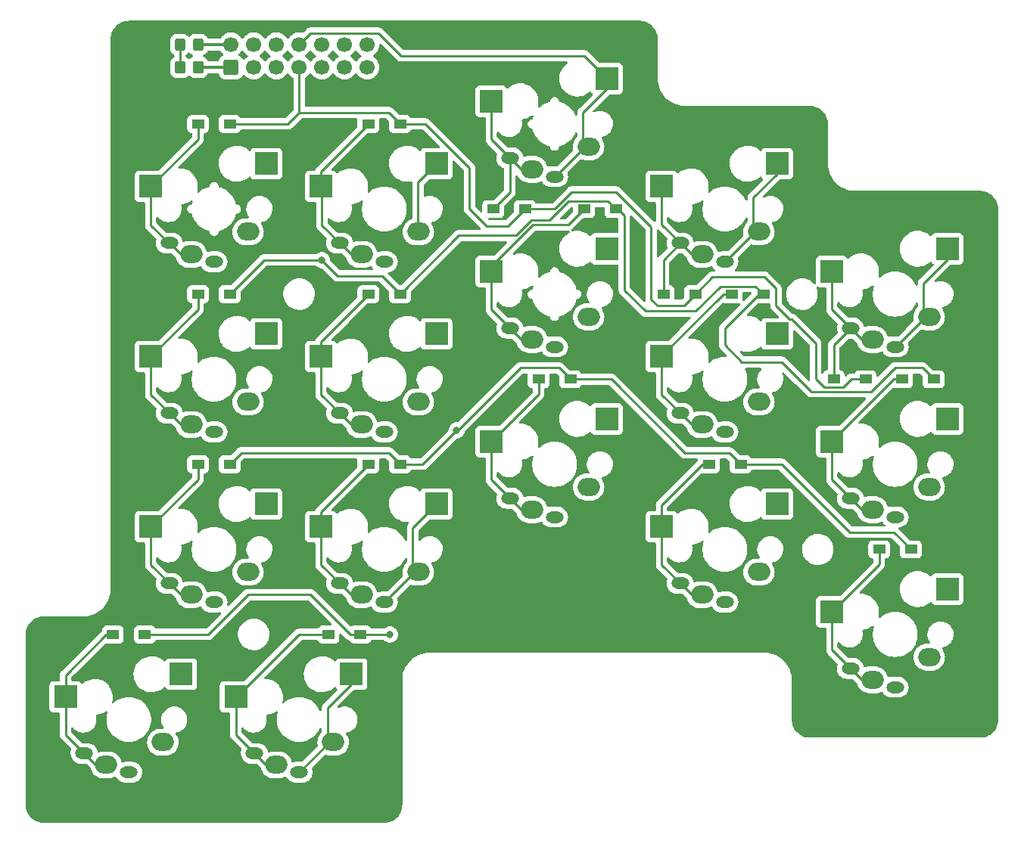
<source format=gbl>
%TF.GenerationSoftware,KiCad,Pcbnew,(6.0.5-0)*%
%TF.CreationDate,2022-06-17T02:21:22+08:00*%
%TF.ProjectId,Pragmatic,50726167-6d61-4746-9963-2e6b69636164,3.1*%
%TF.SameCoordinates,PX63ebd58PY3f96138*%
%TF.FileFunction,Copper,L2,Bot*%
%TF.FilePolarity,Positive*%
%FSLAX46Y46*%
G04 Gerber Fmt 4.6, Leading zero omitted, Abs format (unit mm)*
G04 Created by KiCad (PCBNEW (6.0.5-0)) date 2022-06-17 02:21:22*
%MOMM*%
%LPD*%
G01*
G04 APERTURE LIST*
G04 Aperture macros list*
%AMRoundRect*
0 Rectangle with rounded corners*
0 $1 Rounding radius*
0 $2 $3 $4 $5 $6 $7 $8 $9 X,Y pos of 4 corners*
0 Add a 4 corners polygon primitive as box body*
4,1,4,$2,$3,$4,$5,$6,$7,$8,$9,$2,$3,0*
0 Add four circle primitives for the rounded corners*
1,1,$1+$1,$2,$3*
1,1,$1+$1,$4,$5*
1,1,$1+$1,$6,$7*
1,1,$1+$1,$8,$9*
0 Add four rect primitives between the rounded corners*
20,1,$1+$1,$2,$3,$4,$5,0*
20,1,$1+$1,$4,$5,$6,$7,0*
20,1,$1+$1,$6,$7,$8,$9,0*
20,1,$1+$1,$8,$9,$2,$3,0*%
G04 Aperture macros list end*
%TA.AperFunction,ComponentPad*%
%ADD10RoundRect,0.250000X0.600000X-0.600000X0.600000X0.600000X-0.600000X0.600000X-0.600000X-0.600000X0*%
%TD*%
%TA.AperFunction,ComponentPad*%
%ADD11C,1.700000*%
%TD*%
%TA.AperFunction,SMDPad,CuDef*%
%ADD12R,2.550000X2.500000*%
%TD*%
%TA.AperFunction,ComponentPad*%
%ADD13O,2.500000X2.000000*%
%TD*%
%TA.AperFunction,ComponentPad*%
%ADD14O,2.000000X1.300000*%
%TD*%
%TA.AperFunction,SMDPad,CuDef*%
%ADD15R,1.400000X1.000000*%
%TD*%
%TA.AperFunction,SMDPad,CuDef*%
%ADD16RoundRect,0.250000X0.325000X0.450000X-0.325000X0.450000X-0.325000X-0.450000X0.325000X-0.450000X0*%
%TD*%
%TA.AperFunction,SMDPad,CuDef*%
%ADD17RoundRect,0.250000X0.350000X0.450000X-0.350000X0.450000X-0.350000X-0.450000X0.350000X-0.450000X0*%
%TD*%
%TA.AperFunction,ViaPad*%
%ADD18C,0.800000*%
%TD*%
%TA.AperFunction,Conductor*%
%ADD19C,0.250000*%
%TD*%
%TA.AperFunction,Conductor*%
%ADD20C,0.355600*%
%TD*%
G04 APERTURE END LIST*
D10*
%TO.P,J1,1,Pin_1*%
%TO.N,VCC*%
X-36195000Y25400000D03*
D11*
%TO.P,J1,2,Pin_2*%
%TO.N,GND*%
X-36195000Y27940000D03*
%TO.P,J1,3,Pin_3*%
%TO.N,unconnected-(J1-Pad3)*%
X-33655000Y25400000D03*
%TO.P,J1,4,Pin_4*%
%TO.N,Col1*%
X-33655000Y27940000D03*
%TO.P,J1,5,Pin_5*%
%TO.N,unconnected-(J1-Pad5)*%
X-31115000Y25400000D03*
%TO.P,J1,6,Pin_6*%
%TO.N,Col2*%
X-31115000Y27940000D03*
%TO.P,J1,7,Pin_7*%
%TO.N,Row3*%
X-28575000Y25400000D03*
%TO.P,J1,8,Pin_8*%
%TO.N,Col3*%
X-28575000Y27940000D03*
%TO.P,J1,9,Pin_9*%
%TO.N,Row4*%
X-26035000Y25400000D03*
%TO.P,J1,10,Pin_10*%
%TO.N,Col4*%
X-26035000Y27940000D03*
%TO.P,J1,11,Pin_11*%
%TO.N,Row5*%
X-23495000Y25400000D03*
%TO.P,J1,12,Pin_12*%
%TO.N,Col5*%
X-23495000Y27940000D03*
%TO.P,J1,13,Pin_13*%
%TO.N,Row6*%
X-20955000Y25400000D03*
%TO.P,J1,14,Pin_14*%
%TO.N,unconnected-(J1-Pad14)*%
X-20955000Y27940000D03*
%TD*%
D12*
%TO.P,SW1,1,1*%
%TO.N,Net-(D1-Pad2)*%
X-45185000Y12065000D03*
D13*
X-40640000Y4445000D03*
D14*
X-43100000Y5725000D03*
%TO.P,SW1,2,2*%
%TO.N,Col1*%
X-38100000Y3625000D03*
D12*
X-32258000Y14605000D03*
D13*
X-34290000Y6985000D03*
%TD*%
%TO.P,SW7,1,1*%
%TO.N,Net-(D7-Pad2)*%
X-21590000Y-14605000D03*
D12*
X-26135000Y-6985000D03*
D14*
X-24050000Y-13325000D03*
D12*
%TO.P,SW7,2,2*%
%TO.N,Col2*%
X-13208000Y-4445000D03*
D13*
X-15240000Y-12065000D03*
D14*
X-19050000Y-15425000D03*
%TD*%
%TO.P,SW8,1,1*%
%TO.N,Net-(D8-Pad2)*%
X-5000000Y-3800000D03*
D12*
X-7085000Y2540000D03*
D13*
X-2540000Y-5080000D03*
D14*
%TO.P,SW8,2,2*%
%TO.N,Col3*%
X0Y-5900000D03*
D12*
X5842000Y5080000D03*
D13*
X3810000Y-2540000D03*
%TD*%
D12*
%TO.P,SW2,1,1*%
%TO.N,Net-(D2-Pad2)*%
X-26135000Y12065000D03*
D14*
X-24050000Y5725000D03*
D13*
X-21590000Y4445000D03*
%TO.P,SW2,2,2*%
%TO.N,Col2*%
X-15240000Y6985000D03*
D12*
X-13208000Y14605000D03*
D14*
X-19050000Y3625000D03*
%TD*%
%TO.P,SW3,1,1*%
%TO.N,Net-(D3-Pad2)*%
X-5000000Y15250000D03*
D13*
X-2540000Y13970000D03*
D12*
X-7085000Y21590000D03*
%TO.P,SW3,2,2*%
%TO.N,Col3*%
X5842000Y24130000D03*
D14*
X0Y13150000D03*
D13*
X3810000Y16510000D03*
%TD*%
D12*
%TO.P,SW4,1,1*%
%TO.N,Net-(D4-Pad2)*%
X11965000Y12065000D03*
D13*
X16510000Y4445000D03*
D14*
X14050000Y5725000D03*
D13*
%TO.P,SW4,2,2*%
%TO.N,Col4*%
X22860000Y6985000D03*
D12*
X24892000Y14605000D03*
D14*
X19050000Y3625000D03*
%TD*%
D12*
%TO.P,SW5,1,1*%
%TO.N,Net-(D5-Pad2)*%
X31015000Y2540000D03*
D13*
X35560000Y-5080000D03*
D14*
X33100000Y-3800000D03*
%TO.P,SW5,2,2*%
%TO.N,Col5*%
X38100000Y-5900000D03*
D13*
X41910000Y-2540000D03*
D12*
X43942000Y5080000D03*
%TD*%
D14*
%TO.P,SW6,1,1*%
%TO.N,Net-(D6-Pad2)*%
X-43100000Y-13325000D03*
D13*
X-40640000Y-14605000D03*
D12*
X-45185000Y-6985000D03*
D13*
%TO.P,SW6,2,2*%
%TO.N,Col1*%
X-34290000Y-12065000D03*
D14*
X-38100000Y-15425000D03*
D12*
X-32258000Y-4445000D03*
%TD*%
D13*
%TO.P,SW9,1,1*%
%TO.N,Net-(D9-Pad2)*%
X16510000Y-14605000D03*
D12*
X11965000Y-6985000D03*
D14*
X14050000Y-13325000D03*
D13*
%TO.P,SW9,2,2*%
%TO.N,Col4*%
X22860000Y-12065000D03*
D12*
X24892000Y-4445000D03*
D14*
X19050000Y-15425000D03*
%TD*%
D13*
%TO.P,SW10,1,1*%
%TO.N,Net-(D10-Pad2)*%
X35560000Y-24130000D03*
D12*
X31015000Y-16510000D03*
D14*
X33100000Y-22850000D03*
D12*
%TO.P,SW10,2,2*%
%TO.N,Col5*%
X43942000Y-13970000D03*
D14*
X38100000Y-24950000D03*
D13*
X41910000Y-21590000D03*
%TD*%
%TO.P,SW11,1,1*%
%TO.N,Net-(D11-Pad2)*%
X-40640000Y-33655000D03*
D12*
X-45185000Y-26035000D03*
D14*
X-43100000Y-32375000D03*
%TO.P,SW11,2,2*%
%TO.N,Col1*%
X-38100000Y-34475000D03*
D12*
X-32258000Y-23495000D03*
D13*
X-34290000Y-31115000D03*
%TD*%
%TO.P,SW12,1,1*%
%TO.N,Net-(D12-Pad2)*%
X-21590000Y-33655000D03*
D12*
X-26135000Y-26035000D03*
D14*
X-24050000Y-32375000D03*
%TO.P,SW12,2,2*%
%TO.N,Col2*%
X-19050000Y-34475000D03*
D13*
X-15240000Y-31115000D03*
D12*
X-13208000Y-23495000D03*
%TD*%
%TO.P,SW13,1,1*%
%TO.N,Net-(D13-Pad2)*%
X-7085000Y-16510000D03*
D13*
X-2540000Y-24130000D03*
D14*
X-5000000Y-22850000D03*
%TO.P,SW13,2,2*%
%TO.N,Col3*%
X0Y-24950000D03*
D13*
X3810000Y-21590000D03*
D12*
X5842000Y-13970000D03*
%TD*%
%TO.P,SW14,1,1*%
%TO.N,Net-(D14-Pad2)*%
X11965000Y-26035000D03*
D13*
X16510000Y-33655000D03*
D14*
X14050000Y-32375000D03*
D13*
%TO.P,SW14,2,2*%
%TO.N,Col4*%
X22860000Y-31115000D03*
D14*
X19050000Y-34475000D03*
D12*
X24892000Y-23495000D03*
%TD*%
D13*
%TO.P,SW15,1,1*%
%TO.N,Net-(D15-Pad2)*%
X35560000Y-43180000D03*
D12*
X31015000Y-35560000D03*
D14*
X33100000Y-41900000D03*
%TO.P,SW15,2,2*%
%TO.N,Col5*%
X38100000Y-44000000D03*
D12*
X43942000Y-33020000D03*
D13*
X41910000Y-40640000D03*
%TD*%
D12*
%TO.P,SW16,1,1*%
%TO.N,Net-(D16-Pad2)*%
X-54710000Y-45085000D03*
D13*
X-50165000Y-52705000D03*
D14*
X-52625000Y-51425000D03*
D12*
%TO.P,SW16,2,2*%
%TO.N,Col1*%
X-41783000Y-42545000D03*
D13*
X-43815000Y-50165000D03*
D14*
X-47625000Y-53525000D03*
%TD*%
%TO.P,SW17,1,1*%
%TO.N,Net-(D17-Pad2)*%
X-33575000Y-51425000D03*
D12*
X-35660000Y-45085000D03*
D13*
X-31115000Y-52705000D03*
D12*
%TO.P,SW17,2,2*%
%TO.N,Col2*%
X-22733000Y-42545000D03*
D14*
X-28575000Y-53525000D03*
D13*
X-24765000Y-50165000D03*
%TD*%
D15*
%TO.P,D1,1,K*%
%TO.N,Row3*%
X-36325000Y19050000D03*
%TO.P,D1,2,A*%
%TO.N,Net-(D1-Pad2)*%
X-39875000Y19050000D03*
%TD*%
%TO.P,D7,1,K*%
%TO.N,Row4*%
X-17275000Y0D03*
%TO.P,D7,2,A*%
%TO.N,Net-(D7-Pad2)*%
X-20825000Y0D03*
%TD*%
%TO.P,D8,1,K*%
%TO.N,Row4*%
X6855000Y9525000D03*
%TO.P,D8,2,A*%
%TO.N,Net-(D8-Pad2)*%
X3305000Y9525000D03*
%TD*%
%TO.P,D2,1,K*%
%TO.N,Row3*%
X-17275000Y19050000D03*
%TO.P,D2,2,A*%
%TO.N,Net-(D2-Pad2)*%
X-20825000Y19050000D03*
%TD*%
%TO.P,D3,1,K*%
%TO.N,Row3*%
X-3305000Y9525000D03*
%TO.P,D3,2,A*%
%TO.N,Net-(D3-Pad2)*%
X-6855000Y9525000D03*
%TD*%
%TO.P,D4,1,K*%
%TO.N,Row3*%
X15745000Y0D03*
%TO.P,D4,2,A*%
%TO.N,Net-(D4-Pad2)*%
X12195000Y0D03*
%TD*%
%TO.P,D5,1,K*%
%TO.N,Row3*%
X34795000Y-9525000D03*
%TO.P,D5,2,A*%
%TO.N,Net-(D5-Pad2)*%
X31245000Y-9525000D03*
%TD*%
%TO.P,D6,1,K*%
%TO.N,Row4*%
X-36325000Y0D03*
%TO.P,D6,2,A*%
%TO.N,Net-(D6-Pad2)*%
X-39875000Y0D03*
%TD*%
%TO.P,D9,1,K*%
%TO.N,Row4*%
X23365000Y0D03*
%TO.P,D9,2,A*%
%TO.N,Net-(D9-Pad2)*%
X19815000Y0D03*
%TD*%
%TO.P,D10,1,K*%
%TO.N,Row4*%
X42415000Y-9525000D03*
%TO.P,D10,2,A*%
%TO.N,Net-(D10-Pad2)*%
X38865000Y-9525000D03*
%TD*%
%TO.P,D11,1,K*%
%TO.N,Row5*%
X-36325000Y-19050000D03*
%TO.P,D11,2,A*%
%TO.N,Net-(D11-Pad2)*%
X-39875000Y-19050000D03*
%TD*%
%TO.P,D12,1,K*%
%TO.N,Row5*%
X-17275000Y-19050000D03*
%TO.P,D12,2,A*%
%TO.N,Net-(D12-Pad2)*%
X-20825000Y-19050000D03*
%TD*%
%TO.P,D13,1,K*%
%TO.N,Row5*%
X1775000Y-9525000D03*
%TO.P,D13,2,A*%
%TO.N,Net-(D13-Pad2)*%
X-1775000Y-9525000D03*
%TD*%
%TO.P,D14,1,K*%
%TO.N,Row5*%
X20825000Y-19050000D03*
%TO.P,D14,2,A*%
%TO.N,Net-(D14-Pad2)*%
X17275000Y-19050000D03*
%TD*%
%TO.P,D15,1,K*%
%TO.N,Row5*%
X39875000Y-28575000D03*
%TO.P,D15,2,A*%
%TO.N,Net-(D15-Pad2)*%
X36325000Y-28575000D03*
%TD*%
%TO.P,D16,1,K*%
%TO.N,Row6*%
X-45850000Y-38100000D03*
%TO.P,D16,2,A*%
%TO.N,Net-(D16-Pad2)*%
X-49400000Y-38100000D03*
%TD*%
%TO.P,D17,1,K*%
%TO.N,Row6*%
X-21720000Y-38100000D03*
%TO.P,D17,2,A*%
%TO.N,Net-(D17-Pad2)*%
X-25270000Y-38100000D03*
%TD*%
D16*
%TO.P,D18,1,K*%
%TO.N,GND*%
X-39860000Y27940000D03*
%TO.P,D18,2,A*%
%TO.N,Net-(D18-Pad2)*%
X-41910000Y27940000D03*
%TD*%
D17*
%TO.P,R1,1*%
%TO.N,VCC*%
X-39885000Y25400000D03*
%TO.P,R1,2*%
%TO.N,Net-(D18-Pad2)*%
X-41885000Y25400000D03*
%TD*%
D18*
%TO.N,Col1*%
X-32258000Y-4445000D03*
X-32258000Y-23495000D03*
X-41783000Y-42545000D03*
X-32258000Y14605000D03*
%TO.N,Col3*%
X5842000Y5080000D03*
X5715000Y-13970000D03*
%TO.N,Col2*%
X-13208000Y-23495000D03*
X-22733000Y-42545000D03*
X-13208000Y-4445000D03*
%TO.N,Row4*%
X-26035000Y3810000D03*
%TO.N,Row5*%
X-10938500Y-15240000D03*
%TO.N,Row6*%
X-18415000Y-38100000D03*
%TO.N,Col5*%
X43815000Y-13970000D03*
X43942000Y-33020000D03*
%TO.N,Col4*%
X24892000Y-4445000D03*
X24892000Y-23495000D03*
%TD*%
D19*
%TO.N,Net-(D1-Pad2)*%
X-45185000Y12065000D02*
X-45185000Y7720000D01*
X-45185000Y7720000D02*
X-43180000Y5715000D01*
X-39875000Y17375000D02*
X-45185000Y12065000D01*
X-39875000Y19050000D02*
X-39875000Y17375000D01*
X-43100000Y5725000D02*
X-41820000Y4445000D01*
X-41820000Y4445000D02*
X-40640000Y4445000D01*
%TO.N,Net-(D2-Pad2)*%
X-26035000Y7725000D02*
X-26035000Y11965000D01*
X-22770000Y4445000D02*
X-21590000Y4445000D01*
X-24050000Y5725000D02*
X-22770000Y4445000D01*
X-26135000Y12065000D02*
X-26135000Y13740000D01*
X-26135000Y13740000D02*
X-20825000Y19050000D01*
X-24025000Y5715000D02*
X-26035000Y7725000D01*
%TO.N,Net-(D7-Pad2)*%
X-26135000Y-6985000D02*
X-26135000Y-5310000D01*
X-22770000Y-14605000D02*
X-21590000Y-14605000D01*
X-24025000Y-13335000D02*
X-26135000Y-11225000D01*
X-24050000Y-13325000D02*
X-22770000Y-14605000D01*
X-26135000Y-5310000D02*
X-20825000Y0D01*
X-26135000Y-11225000D02*
X-26135000Y-6985000D01*
%TO.N,Net-(D8-Pad2)*%
X-7085000Y2540000D02*
X-7085000Y-1700000D01*
X-7085000Y-1700000D02*
X-4975000Y-3810000D01*
X-6460974Y3699026D02*
X-6460974Y2540000D01*
X3305000Y9525000D02*
X1531489Y7751489D01*
X-3720000Y-5080000D02*
X-2540000Y-5080000D01*
X1531489Y7751489D02*
X-2408511Y7751489D01*
X-5000000Y-3800000D02*
X-3720000Y-5080000D01*
X-2408511Y7751489D02*
X-6460974Y3699026D01*
D20*
%TO.N,VCC*%
X-39885000Y25400000D02*
X-36195000Y25400000D01*
D19*
%TO.N,Col3*%
X5842000Y22987000D02*
X3175000Y20320000D01*
X3302000Y26670000D02*
X5842000Y24130000D01*
X-28575000Y27940000D02*
X-27305000Y29210000D01*
X3175000Y16275000D02*
X25000Y13125000D01*
X5842000Y24130000D02*
X5842000Y22987000D01*
X-19685000Y29210000D02*
X-17145000Y26670000D01*
X-17145000Y26670000D02*
X3302000Y26670000D01*
X-27305000Y29210000D02*
X-19685000Y29210000D01*
X3175000Y20320000D02*
X3175000Y16275000D01*
%TO.N,Col2*%
X-19025000Y-34500000D02*
X-15875000Y-31350000D01*
X-15875000Y-26162000D02*
X-13208000Y-23495000D01*
X-22733000Y-42545000D02*
X-22733000Y-43688000D01*
X-25400000Y-46355000D02*
X-25400000Y-50400000D01*
X-25400000Y-50400000D02*
X-28550000Y-53550000D01*
X-15294521Y12518479D02*
X-13208000Y14605000D01*
X-22733000Y-43688000D02*
X-25400000Y-46355000D01*
X-15294521Y7039521D02*
X-15294521Y12518479D01*
X-15875000Y-31350000D02*
X-15875000Y-26162000D01*
%TO.N,Row3*%
X15745000Y0D02*
X17650000Y1905000D01*
X32323511Y-10403511D02*
X33202022Y-9525000D01*
X33202022Y-9525000D02*
X34795000Y-9525000D01*
X6907022Y11430000D02*
X10795000Y7542022D01*
X-9525000Y14152022D02*
X-9525000Y9525000D01*
X-7620000Y7620000D02*
X-5210000Y7620000D01*
X10795000Y7542022D02*
X10795000Y-557022D01*
X10795000Y-557022D02*
X11507978Y-1270000D01*
X1905000Y11430000D02*
X6907022Y11430000D01*
X-28575000Y20320000D02*
X-18545000Y20320000D01*
X23495000Y1905000D02*
X24765000Y635000D01*
X-18545000Y20320000D02*
X-17275000Y19050000D01*
X-29845000Y19050000D02*
X-36325000Y19050000D01*
X0Y9525000D02*
X1905000Y11430000D01*
X-28575000Y25400000D02*
X-28575000Y20320000D01*
X-9525000Y9525000D02*
X-7620000Y7620000D01*
X29210000Y-5480978D02*
X29210000Y-9447022D01*
X-14422978Y19050000D02*
X-9525000Y14152022D01*
X-28575000Y20320000D02*
X-29845000Y19050000D01*
X24765000Y635000D02*
X24765000Y-1270000D01*
X-3305000Y9525000D02*
X0Y9525000D01*
X11507978Y-1270000D02*
X14475000Y-1270000D01*
X-17275000Y19050000D02*
X-14422978Y19050000D01*
X14475000Y-1270000D02*
X15745000Y0D01*
X26545511Y-2816489D02*
X29210000Y-5480978D01*
X24765000Y-1270000D02*
X26311489Y-2816489D01*
X30166489Y-10403511D02*
X32323511Y-10403511D01*
X17650000Y1905000D02*
X23495000Y1905000D01*
X29210000Y-9447022D02*
X30166489Y-10403511D01*
X26311489Y-2816489D02*
X26545511Y-2816489D01*
X-5210000Y7620000D02*
X-3305000Y9525000D01*
D20*
%TO.N,GND*%
X-36195000Y27940000D02*
X-39860000Y27940000D01*
D19*
%TO.N,Row4*%
X1590583Y10403511D02*
X5976489Y10403511D01*
X18580533Y878511D02*
X15797022Y-1905000D01*
X19050000Y-5715000D02*
X20955000Y-7620000D01*
X19050000Y-3810000D02*
X19050000Y-5715000D01*
X23365000Y0D02*
X22860000Y0D01*
X-32515000Y3810000D02*
X-26035000Y3810000D01*
X-17275000Y0D02*
X-19311489Y2036489D01*
X22860000Y0D02*
X19050000Y-3810000D01*
X-4313511Y6558561D02*
X-2617072Y8255000D01*
X15797022Y-1905000D02*
X10160000Y-1905000D01*
X7055000Y9525000D02*
X6855000Y9525000D01*
X28687022Y-10907022D02*
X35447978Y-10907022D01*
X-19311489Y2036489D02*
X-24261489Y2036489D01*
X7805000Y450000D02*
X7805000Y8775000D01*
X23365000Y0D02*
X22486489Y878511D01*
X-10716439Y6558561D02*
X-4313511Y6558561D01*
X-36325000Y0D02*
X-32515000Y3810000D01*
X22486489Y878511D02*
X18580533Y878511D01*
X-17275000Y0D02*
X-10716439Y6558561D01*
X20955000Y-7620000D02*
X25400000Y-7620000D01*
X25400000Y-7620000D02*
X28687022Y-10907022D01*
X-24261489Y2036489D02*
X-26035000Y3810000D01*
X35447978Y-10907022D02*
X38100000Y-8255000D01*
X5976489Y10403511D02*
X6855000Y9525000D01*
X38100000Y-8255000D02*
X41145000Y-8255000D01*
X-2617072Y8255000D02*
X-557928Y8255000D01*
X10160000Y-1905000D02*
X7805000Y450000D01*
X41145000Y-8255000D02*
X42415000Y-9525000D01*
X7805000Y8775000D02*
X7055000Y9525000D01*
X-557928Y8255000D02*
X1590583Y10403511D01*
%TO.N,Row5*%
X1775000Y-9525000D02*
X6350000Y-9525000D01*
X33020000Y-26670000D02*
X37970000Y-26670000D01*
X-18545000Y-17780000D02*
X-17275000Y-19050000D01*
X6350000Y-9525000D02*
X14605000Y-17780000D01*
X37970000Y-26670000D02*
X39875000Y-28575000D01*
X-17275000Y-19050000D02*
X-14748500Y-19050000D01*
X-14748500Y-19050000D02*
X-10938500Y-15240000D01*
X-36325000Y-19050000D02*
X-35055000Y-17780000D01*
X19555000Y-17780000D02*
X20825000Y-19050000D01*
X-35055000Y-17780000D02*
X-18545000Y-17780000D01*
X-10795000Y-15240000D02*
X-10938500Y-15240000D01*
X14605000Y-17780000D02*
X19555000Y-17780000D01*
X20825000Y-19050000D02*
X25400000Y-19050000D01*
X1775000Y-9525000D02*
X505000Y-8255000D01*
X-3810000Y-8255000D02*
X-10795000Y-15240000D01*
X505000Y-8255000D02*
X-3810000Y-8255000D01*
X25400000Y-19050000D02*
X33020000Y-26670000D01*
%TO.N,Row6*%
X-27305000Y-33655000D02*
X-34290000Y-33655000D01*
X-38735000Y-38100000D02*
X-45850000Y-38100000D01*
X-22860000Y-38100000D02*
X-27305000Y-33655000D01*
X-18415000Y-38100000D02*
X-22860000Y-38100000D01*
X-34290000Y-33655000D02*
X-38735000Y-38100000D01*
%TO.N,Col5*%
X43942000Y5080000D02*
X43942000Y3873500D01*
X43942000Y3873500D02*
X41275000Y1206500D01*
X41275000Y1206500D02*
X41275000Y-2775000D01*
X41275000Y-2775000D02*
X38125000Y-5925000D01*
%TO.N,Col4*%
X24892000Y14605000D02*
X24892000Y13462000D01*
X22225000Y6750000D02*
X19075000Y3600000D01*
X24892000Y13462000D02*
X22225000Y10795000D01*
X22225000Y10795000D02*
X22225000Y6750000D01*
%TO.N,Net-(D3-Pad2)*%
X-7085000Y21590000D02*
X-7085000Y17350000D01*
X-4975000Y11405000D02*
X-6855000Y9525000D01*
X-3720000Y13970000D02*
X-2540000Y13970000D01*
X-4975000Y15240000D02*
X-4975000Y11405000D01*
X-5000000Y15250000D02*
X-3720000Y13970000D01*
X-7085000Y17350000D02*
X-4975000Y15240000D01*
%TO.N,Net-(D4-Pad2)*%
X14075000Y5715000D02*
X11965000Y7825000D01*
X12195000Y0D02*
X12195000Y3835000D01*
X12195000Y3835000D02*
X14075000Y5715000D01*
X16510000Y4445000D02*
X15330000Y4445000D01*
X15330000Y4445000D02*
X14050000Y5725000D01*
X11965000Y7825000D02*
X11965000Y12065000D01*
%TO.N,Net-(D5-Pad2)*%
X35560000Y-5080000D02*
X34380000Y-5080000D01*
X34380000Y-5080000D02*
X33100000Y-3800000D01*
X31245000Y-5690000D02*
X33125000Y-3810000D01*
X31245000Y-9525000D02*
X31245000Y-5690000D01*
X31015000Y-1700000D02*
X31015000Y2540000D01*
X33125000Y-3810000D02*
X31015000Y-1700000D01*
%TO.N,Net-(D6-Pad2)*%
X-45185000Y-11240000D02*
X-43090000Y-13335000D01*
X-39875000Y-1675000D02*
X-45185000Y-6985000D01*
X-41820000Y-14605000D02*
X-40640000Y-14605000D01*
X-45185000Y-6985000D02*
X-45185000Y-11240000D01*
X-39875000Y0D02*
X-39875000Y-1675000D01*
X-43100000Y-13325000D02*
X-41820000Y-14605000D01*
%TO.N,Net-(D9-Pad2)*%
X16510000Y-14605000D02*
X15330000Y-14605000D01*
X11965000Y-6985000D02*
X11965000Y-11225000D01*
X18865000Y0D02*
X11965000Y-6900000D01*
X19815000Y0D02*
X18865000Y0D01*
X11965000Y-11225000D02*
X14075000Y-13335000D01*
X15330000Y-14605000D02*
X14050000Y-13325000D01*
%TO.N,Net-(D10-Pad2)*%
X35560000Y-24130000D02*
X34380000Y-24130000D01*
X37915000Y-9525000D02*
X31015000Y-16425000D01*
X38865000Y-9525000D02*
X37915000Y-9525000D01*
X34380000Y-24130000D02*
X33100000Y-22850000D01*
X31015000Y-20750000D02*
X33125000Y-22860000D01*
X31015000Y-16510000D02*
X31015000Y-20750000D01*
%TO.N,Net-(D11-Pad2)*%
X-39875000Y-20725000D02*
X-45185000Y-26035000D01*
X-45185000Y-26035000D02*
X-45185000Y-30275000D01*
X-41820000Y-33655000D02*
X-40640000Y-33655000D01*
X-45185000Y-30275000D02*
X-43075000Y-32385000D01*
X-39875000Y-19050000D02*
X-39875000Y-20725000D01*
X-43100000Y-32375000D02*
X-41820000Y-33655000D01*
%TO.N,Net-(D12-Pad2)*%
X-26135000Y-24360000D02*
X-20825000Y-19050000D01*
X-22770000Y-33655000D02*
X-21590000Y-33655000D01*
X-26135000Y-30275000D02*
X-26135000Y-26035000D01*
X-26135000Y-26035000D02*
X-26135000Y-24360000D01*
X-24050000Y-32375000D02*
X-22770000Y-33655000D01*
X-24025000Y-32385000D02*
X-26135000Y-30275000D01*
%TO.N,Net-(D13-Pad2)*%
X-3720000Y-24130000D02*
X-2540000Y-24130000D01*
X-1775000Y-11200000D02*
X-7085000Y-16510000D01*
X-1775000Y-9525000D02*
X-1775000Y-11200000D01*
X-5000000Y-22850000D02*
X-3720000Y-24130000D01*
X-7085000Y-16510000D02*
X-7085000Y-20750000D01*
X-7085000Y-20750000D02*
X-4975000Y-22860000D01*
%TO.N,Net-(D14-Pad2)*%
X11965000Y-26035000D02*
X11965000Y-30275000D01*
X11965000Y-30275000D02*
X14075000Y-32385000D01*
X11965000Y-23595000D02*
X11965000Y-26035000D01*
X16510000Y-19050000D02*
X11965000Y-23595000D01*
X14050000Y-32375000D02*
X15330000Y-33655000D01*
X15330000Y-33655000D02*
X16510000Y-33655000D01*
X17275000Y-19050000D02*
X16510000Y-19050000D01*
%TO.N,Net-(D15-Pad2)*%
X31015000Y-35560000D02*
X31015000Y-39800000D01*
X34380000Y-43180000D02*
X33100000Y-41900000D01*
X31015000Y-39800000D02*
X33125000Y-41910000D01*
X36325000Y-28575000D02*
X36325000Y-30250000D01*
X36325000Y-30250000D02*
X31015000Y-35560000D01*
X35560000Y-43180000D02*
X34380000Y-43180000D01*
%TO.N,Net-(D16-Pad2)*%
X-49400000Y-38100000D02*
X-50165000Y-38100000D01*
X-54710000Y-42645000D02*
X-54710000Y-45085000D01*
X-54710000Y-45085000D02*
X-54710000Y-49325000D01*
X-54710000Y-49325000D02*
X-52600000Y-51435000D01*
X-51345000Y-52705000D02*
X-50165000Y-52705000D01*
X-52625000Y-51425000D02*
X-51345000Y-52705000D01*
X-50165000Y-38100000D02*
X-54710000Y-42645000D01*
%TO.N,Net-(D17-Pad2)*%
X-35560000Y-45085000D02*
X-28575000Y-38100000D01*
X-28575000Y-38100000D02*
X-25270000Y-38100000D01*
X-35660000Y-45085000D02*
X-35660000Y-49325000D01*
X-32295000Y-52705000D02*
X-31115000Y-52705000D01*
X-35660000Y-49325000D02*
X-33550000Y-51435000D01*
X-33575000Y-51425000D02*
X-32295000Y-52705000D01*
%TO.N,Net-(D18-Pad2)*%
X-41885000Y27915000D02*
X-41885000Y25400000D01*
%TD*%
%TA.AperFunction,NonConductor*%
G36*
X-40793635Y27029024D02*
G01*
X-40787078Y27021470D01*
X-40783478Y27015652D01*
X-40658303Y26890695D01*
X-40652073Y26886855D01*
X-40652072Y26886854D01*
X-40514910Y26802306D01*
X-40507738Y26797885D01*
X-40500791Y26795581D01*
X-40494156Y26792487D01*
X-40495544Y26789510D01*
X-40449164Y26757277D01*
X-40422025Y26691672D01*
X-40434662Y26621809D01*
X-40483064Y26569869D01*
X-40507432Y26558737D01*
X-40558946Y26541550D01*
X-40709348Y26448478D01*
X-40764599Y26393130D01*
X-40795784Y26361891D01*
X-40858066Y26327812D01*
X-40928886Y26332815D01*
X-40973975Y26361736D01*
X-41056517Y26444134D01*
X-41061697Y26449305D01*
X-41092220Y26468120D01*
X-41191616Y26529389D01*
X-41239110Y26582162D01*
X-41251500Y26636649D01*
X-41251500Y26734160D01*
X-41231498Y26802281D01*
X-41191803Y26841304D01*
X-41116880Y26887668D01*
X-41110652Y26891522D01*
X-40985695Y27016697D01*
X-40983094Y27020916D01*
X-40925970Y27061417D01*
X-40855047Y27064649D01*
X-40793635Y27029024D01*
G37*
%TD.AperFunction*%
%TA.AperFunction,NonConductor*%
G36*
X-34842974Y27264856D02*
G01*
X-34815125Y27233006D01*
X-34755013Y27134912D01*
X-34608750Y26966062D01*
X-34436874Y26823368D01*
X-34400788Y26802281D01*
X-34363555Y26780524D01*
X-34314831Y26728886D01*
X-34301760Y26659103D01*
X-34328491Y26593331D01*
X-34368945Y26559973D01*
X-34381393Y26553493D01*
X-34385526Y26550390D01*
X-34385529Y26550388D01*
X-34527046Y26444134D01*
X-34560035Y26419365D01*
X-34657788Y26317072D01*
X-34693973Y26279207D01*
X-34755497Y26243777D01*
X-34826410Y26247234D01*
X-34884196Y26288480D01*
X-34899167Y26312806D01*
X-34901135Y26317006D01*
X-34903450Y26323946D01*
X-34996522Y26474348D01*
X-35121697Y26599305D01*
X-35136834Y26608636D01*
X-35237774Y26670856D01*
X-35272262Y26692115D01*
X-35279215Y26694421D01*
X-35280096Y26694832D01*
X-35333382Y26741748D01*
X-35352844Y26810025D01*
X-35332304Y26877985D01*
X-35314471Y26898156D01*
X-35315140Y26898827D01*
X-35197906Y27015652D01*
X-35156904Y27056511D01*
X-35148290Y27068498D01*
X-35026547Y27237923D01*
X-35025224Y27236972D01*
X-34978355Y27280143D01*
X-34908420Y27292375D01*
X-34842974Y27264856D01*
G37*
%TD.AperFunction*%
%TA.AperFunction,NonConductor*%
G36*
X-37370249Y27233698D02*
G01*
X-37330937Y27193535D01*
X-37297709Y27139312D01*
X-37295013Y27134912D01*
X-37148750Y26966062D01*
X-37078656Y26907869D01*
X-37039021Y26848967D01*
X-37037523Y26777986D01*
X-37074637Y26717463D01*
X-37105688Y26696825D01*
X-37112004Y26693866D01*
X-37118946Y26691550D01*
X-37269348Y26598478D01*
X-37394305Y26473303D01*
X-37398145Y26467073D01*
X-37398146Y26467072D01*
X-37482534Y26330169D01*
X-37487115Y26322738D01*
X-37533237Y26183682D01*
X-37536902Y26172633D01*
X-37577332Y26114273D01*
X-37642896Y26087036D01*
X-37656495Y26086300D01*
X-38723418Y26086300D01*
X-38791539Y26106302D01*
X-38838032Y26159958D01*
X-38839078Y26162613D01*
X-38841131Y26166995D01*
X-38843450Y26173946D01*
X-38936522Y26324348D01*
X-39061697Y26449305D01*
X-39110716Y26479521D01*
X-39206032Y26538275D01*
X-39206034Y26538276D01*
X-39212262Y26542115D01*
X-39237204Y26550388D01*
X-39237430Y26550463D01*
X-39295791Y26590893D01*
X-39323028Y26656457D01*
X-39310495Y26726339D01*
X-39262171Y26778351D01*
X-39237641Y26789579D01*
X-39218007Y26796129D01*
X-39217997Y26796133D01*
X-39211054Y26798450D01*
X-39060652Y26891522D01*
X-38935695Y27016697D01*
X-38869772Y27123643D01*
X-38846725Y27161032D01*
X-38846724Y27161034D01*
X-38842885Y27167262D01*
X-38840581Y27174209D01*
X-38837487Y27180844D01*
X-38834512Y27179457D01*
X-38802274Y27225845D01*
X-38736669Y27252984D01*
X-38723257Y27253700D01*
X-37438370Y27253700D01*
X-37370249Y27233698D01*
G37*
%TD.AperFunction*%
%TA.AperFunction,NonConductor*%
G36*
X-22142974Y27264856D02*
G01*
X-22115125Y27233006D01*
X-22055013Y27134912D01*
X-21908750Y26966062D01*
X-21736874Y26823368D01*
X-21700788Y26802281D01*
X-21663555Y26780524D01*
X-21614831Y26728886D01*
X-21601760Y26659103D01*
X-21628491Y26593331D01*
X-21668945Y26559973D01*
X-21681393Y26553493D01*
X-21685526Y26550390D01*
X-21685529Y26550388D01*
X-21827046Y26444134D01*
X-21860035Y26419365D01*
X-21863607Y26415627D01*
X-22001333Y26271505D01*
X-22014371Y26257862D01*
X-22121799Y26100379D01*
X-22176707Y26055379D01*
X-22247232Y26047208D01*
X-22310979Y26078462D01*
X-22331676Y26102946D01*
X-22412178Y26227383D01*
X-22412180Y26227386D01*
X-22414986Y26231723D01*
X-22565330Y26396949D01*
X-22569381Y26400148D01*
X-22569385Y26400152D01*
X-22736586Y26532200D01*
X-22736590Y26532202D01*
X-22740641Y26535402D01*
X-22781947Y26558204D01*
X-22831916Y26608636D01*
X-22846688Y26678079D01*
X-22821572Y26744484D01*
X-22794220Y26771091D01*
X-22738815Y26810611D01*
X-22615140Y26898827D01*
X-22456904Y27056511D01*
X-22448290Y27068498D01*
X-22326547Y27237923D01*
X-22325224Y27236972D01*
X-22278355Y27280143D01*
X-22208420Y27292375D01*
X-22142974Y27264856D01*
G37*
%TD.AperFunction*%
%TA.AperFunction,NonConductor*%
G36*
X-24682974Y27264856D02*
G01*
X-24655125Y27233006D01*
X-24595013Y27134912D01*
X-24448750Y26966062D01*
X-24276874Y26823368D01*
X-24240788Y26802281D01*
X-24203555Y26780524D01*
X-24154831Y26728886D01*
X-24141760Y26659103D01*
X-24168491Y26593331D01*
X-24208945Y26559973D01*
X-24221393Y26553493D01*
X-24225526Y26550390D01*
X-24225529Y26550388D01*
X-24367046Y26444134D01*
X-24400035Y26419365D01*
X-24403607Y26415627D01*
X-24541333Y26271505D01*
X-24554371Y26257862D01*
X-24661799Y26100379D01*
X-24716707Y26055379D01*
X-24787232Y26047208D01*
X-24850979Y26078462D01*
X-24871676Y26102946D01*
X-24952178Y26227383D01*
X-24952180Y26227386D01*
X-24954986Y26231723D01*
X-25105330Y26396949D01*
X-25109381Y26400148D01*
X-25109385Y26400152D01*
X-25276586Y26532200D01*
X-25276590Y26532202D01*
X-25280641Y26535402D01*
X-25321947Y26558204D01*
X-25371916Y26608636D01*
X-25386688Y26678079D01*
X-25361572Y26744484D01*
X-25334220Y26771091D01*
X-25278815Y26810611D01*
X-25155140Y26898827D01*
X-24996904Y27056511D01*
X-24988290Y27068498D01*
X-24866547Y27237923D01*
X-24865224Y27236972D01*
X-24818355Y27280143D01*
X-24748420Y27292375D01*
X-24682974Y27264856D01*
G37*
%TD.AperFunction*%
%TA.AperFunction,NonConductor*%
G36*
X-29762974Y27264856D02*
G01*
X-29735125Y27233006D01*
X-29675013Y27134912D01*
X-29528750Y26966062D01*
X-29356874Y26823368D01*
X-29320788Y26802281D01*
X-29283555Y26780524D01*
X-29234831Y26728886D01*
X-29221760Y26659103D01*
X-29248491Y26593331D01*
X-29288945Y26559973D01*
X-29301393Y26553493D01*
X-29305526Y26550390D01*
X-29305529Y26550388D01*
X-29447046Y26444134D01*
X-29480035Y26419365D01*
X-29483607Y26415627D01*
X-29621333Y26271505D01*
X-29634371Y26257862D01*
X-29741799Y26100379D01*
X-29796707Y26055379D01*
X-29867232Y26047208D01*
X-29930979Y26078462D01*
X-29951676Y26102946D01*
X-30032178Y26227383D01*
X-30032180Y26227386D01*
X-30034986Y26231723D01*
X-30185330Y26396949D01*
X-30189381Y26400148D01*
X-30189385Y26400152D01*
X-30356586Y26532200D01*
X-30356590Y26532202D01*
X-30360641Y26535402D01*
X-30401947Y26558204D01*
X-30451916Y26608636D01*
X-30466688Y26678079D01*
X-30441572Y26744484D01*
X-30414220Y26771091D01*
X-30358815Y26810611D01*
X-30235140Y26898827D01*
X-30076904Y27056511D01*
X-30068290Y27068498D01*
X-29946547Y27237923D01*
X-29945224Y27236972D01*
X-29898355Y27280143D01*
X-29828420Y27292375D01*
X-29762974Y27264856D01*
G37*
%TD.AperFunction*%
%TA.AperFunction,NonConductor*%
G36*
X-32302974Y27264856D02*
G01*
X-32275125Y27233006D01*
X-32215013Y27134912D01*
X-32068750Y26966062D01*
X-31896874Y26823368D01*
X-31860788Y26802281D01*
X-31823555Y26780524D01*
X-31774831Y26728886D01*
X-31761760Y26659103D01*
X-31788491Y26593331D01*
X-31828945Y26559973D01*
X-31841393Y26553493D01*
X-31845526Y26550390D01*
X-31845529Y26550388D01*
X-31987046Y26444134D01*
X-32020035Y26419365D01*
X-32023607Y26415627D01*
X-32161333Y26271505D01*
X-32174371Y26257862D01*
X-32281799Y26100379D01*
X-32336707Y26055379D01*
X-32407232Y26047208D01*
X-32470979Y26078462D01*
X-32491676Y26102946D01*
X-32572178Y26227383D01*
X-32572180Y26227386D01*
X-32574986Y26231723D01*
X-32725330Y26396949D01*
X-32729381Y26400148D01*
X-32729385Y26400152D01*
X-32896586Y26532200D01*
X-32896590Y26532202D01*
X-32900641Y26535402D01*
X-32941947Y26558204D01*
X-32991916Y26608636D01*
X-33006688Y26678079D01*
X-32981572Y26744484D01*
X-32954220Y26771091D01*
X-32898815Y26810611D01*
X-32775140Y26898827D01*
X-32616904Y27056511D01*
X-32608290Y27068498D01*
X-32486547Y27237923D01*
X-32485224Y27236972D01*
X-32438355Y27280143D01*
X-32368420Y27292375D01*
X-32302974Y27264856D01*
G37*
%TD.AperFunction*%
%TA.AperFunction,NonConductor*%
G36*
X-27222974Y27264856D02*
G01*
X-27195125Y27233006D01*
X-27135013Y27134912D01*
X-26988750Y26966062D01*
X-26816874Y26823368D01*
X-26780788Y26802281D01*
X-26743555Y26780524D01*
X-26694831Y26728886D01*
X-26681760Y26659103D01*
X-26708491Y26593331D01*
X-26748945Y26559973D01*
X-26761393Y26553493D01*
X-26765526Y26550390D01*
X-26765529Y26550388D01*
X-26907046Y26444134D01*
X-26940035Y26419365D01*
X-26943607Y26415627D01*
X-27081333Y26271505D01*
X-27094371Y26257862D01*
X-27201799Y26100379D01*
X-27256707Y26055379D01*
X-27327232Y26047208D01*
X-27390979Y26078462D01*
X-27411676Y26102946D01*
X-27492178Y26227383D01*
X-27492180Y26227386D01*
X-27494986Y26231723D01*
X-27645330Y26396949D01*
X-27649381Y26400148D01*
X-27649385Y26400152D01*
X-27816586Y26532200D01*
X-27816590Y26532202D01*
X-27820641Y26535402D01*
X-27861947Y26558204D01*
X-27911916Y26608636D01*
X-27926688Y26678079D01*
X-27901572Y26744484D01*
X-27874220Y26771091D01*
X-27818815Y26810611D01*
X-27695140Y26898827D01*
X-27536904Y27056511D01*
X-27528290Y27068498D01*
X-27406547Y27237923D01*
X-27405224Y27236972D01*
X-27358355Y27280143D01*
X-27288420Y27292375D01*
X-27222974Y27264856D01*
G37*
%TD.AperFunction*%
%TA.AperFunction,NonConductor*%
G36*
X-2431865Y20017585D02*
G01*
X-2382384Y19966671D01*
X-2368285Y19897088D01*
X-2376671Y19861488D01*
X-2388988Y19830378D01*
X-2390443Y19826702D01*
X-2391424Y19822881D01*
X-2391425Y19822878D01*
X-2394347Y19811498D01*
X-2434867Y19653678D01*
X-2435440Y19651448D01*
X-2471755Y19590441D01*
X-2539620Y19558055D01*
X-2635294Y19544354D01*
X-2635297Y19544353D01*
X-2644187Y19543080D01*
X-2652363Y19539363D01*
X-2652365Y19539362D01*
X-2768610Y19486508D01*
X-2768612Y19486507D01*
X-2776782Y19482792D01*
X-2887127Y19387713D01*
X-2966352Y19265485D01*
X-3008086Y19125934D01*
X-3008976Y18980279D01*
X-2968949Y18840229D01*
X-2891224Y18717042D01*
X-2782049Y18620622D01*
X-2773926Y18616808D01*
X-2773924Y18616807D01*
X-2718177Y18590634D01*
X-2650200Y18558719D01*
X-2641335Y18557339D01*
X-2641333Y18557338D01*
X-2539614Y18541500D01*
X-2539917Y18539553D01*
X-2481307Y18517308D01*
X-2439088Y18460229D01*
X-2435354Y18448211D01*
X-2391429Y18277133D01*
X-2391423Y18277113D01*
X-2390443Y18273298D01*
X-2388990Y18269629D01*
X-2388990Y18269628D01*
X-2275995Y17984237D01*
X-2274247Y17979821D01*
X-2272341Y17976353D01*
X-2272340Y17976352D01*
X-2152383Y17758153D01*
X-2122184Y17703221D01*
X-1936654Y17447860D01*
X-1720582Y17217767D01*
X-1717531Y17215243D01*
X-1717530Y17215242D01*
X-1649786Y17159199D01*
X-1477375Y17016568D01*
X-1210869Y16847438D01*
X-1207290Y16845754D01*
X-1207283Y16845750D01*
X-928856Y16714733D01*
X-928852Y16714731D01*
X-925266Y16713044D01*
X-921494Y16711818D01*
X-921493Y16711818D01*
X-884136Y16699680D01*
X-625072Y16615505D01*
X-608609Y16612365D01*
X-545445Y16579954D01*
X-509829Y16518538D01*
X-507498Y16506489D01*
X-493080Y16405813D01*
X-489363Y16397637D01*
X-489362Y16397635D01*
X-445073Y16300229D01*
X-432792Y16273218D01*
X-337713Y16162873D01*
X-215485Y16083648D01*
X-75934Y16041914D01*
X-66958Y16041859D01*
X-66957Y16041859D01*
X-5644Y16041485D01*
X69721Y16041024D01*
X209771Y16081051D01*
X223332Y16089607D01*
X310015Y16144300D01*
X332958Y16158776D01*
X429378Y16267951D01*
X444533Y16300229D01*
X474389Y16363821D01*
X491281Y16399800D01*
X497894Y16442267D01*
X508138Y16508061D01*
X538383Y16572294D01*
X598553Y16609978D01*
X609025Y16612444D01*
X625072Y16615505D01*
X884136Y16699680D01*
X921493Y16711818D01*
X921494Y16711818D01*
X925266Y16713044D01*
X928852Y16714731D01*
X928856Y16714733D01*
X1207283Y16845750D01*
X1207290Y16845754D01*
X1210869Y16847438D01*
X1477375Y17016568D01*
X1649786Y17159199D01*
X1717530Y17215242D01*
X1717531Y17215243D01*
X1720582Y17217767D01*
X1936654Y17447860D01*
X2122184Y17703221D01*
X2152384Y17758153D01*
X2272340Y17976352D01*
X2272341Y17976353D01*
X2274247Y17979821D01*
X2275996Y17984237D01*
X2298348Y18040693D01*
X2342023Y18096667D01*
X2409026Y18120143D01*
X2478084Y18103667D01*
X2527273Y18052471D01*
X2541500Y17994309D01*
X2541500Y17680043D01*
X2521498Y17611922D01*
X2498829Y17585532D01*
X2471345Y17561302D01*
X2468135Y17557394D01*
X2468134Y17557393D01*
X2347140Y17410091D01*
X2317266Y17373722D01*
X2297664Y17340042D01*
X2214327Y17196855D01*
X2195159Y17163922D01*
X2193346Y17159199D01*
X2114205Y16953027D01*
X2108167Y16937298D01*
X2107133Y16932348D01*
X2107132Y16932345D01*
X2061062Y16711818D01*
X2058526Y16699680D01*
X2047514Y16457183D01*
X2048095Y16452163D01*
X2048095Y16452159D01*
X2074291Y16225762D01*
X2075415Y16216044D01*
X2076793Y16211174D01*
X2076794Y16211169D01*
X2087207Y16174370D01*
X2086509Y16103377D01*
X2055063Y16050967D01*
X349500Y14345405D01*
X287188Y14311379D01*
X260405Y14308500D01*
X-404013Y14308500D01*
X-489645Y14300632D01*
X-556270Y14294510D01*
X-556273Y14294509D01*
X-562024Y14293981D01*
X-567586Y14292412D01*
X-567588Y14292412D01*
X-674131Y14262364D01*
X-745123Y14263124D01*
X-804435Y14302145D01*
X-829571Y14349326D01*
X-870130Y14492658D01*
X-870133Y14492667D01*
X-871510Y14497532D01*
X-873644Y14502108D01*
X-873646Y14502114D01*
X-971962Y14712954D01*
X-971964Y14712958D01*
X-974099Y14717536D01*
X-1110544Y14918307D01*
X-1277332Y15094681D01*
X-1281359Y15097760D01*
X-1466154Y15239047D01*
X-1466158Y15239050D01*
X-1470174Y15242120D01*
X-1580939Y15301512D01*
X-1679648Y15354439D01*
X-1684109Y15356831D01*
X-1913631Y15435862D01*
X-2045840Y15458698D01*
X-2148926Y15476504D01*
X-2148932Y15476505D01*
X-2152836Y15477179D01*
X-2156797Y15477359D01*
X-2156798Y15477359D01*
X-2180506Y15478436D01*
X-2180525Y15478436D01*
X-2181925Y15478500D01*
X-2851001Y15478500D01*
X-2853509Y15478298D01*
X-2853514Y15478298D01*
X-3026924Y15464346D01*
X-3026929Y15464345D01*
X-3031965Y15463940D01*
X-3036873Y15462734D01*
X-3036876Y15462734D01*
X-3262793Y15407244D01*
X-3262796Y15407243D01*
X-3267706Y15406037D01*
X-3338910Y15375813D01*
X-3409428Y15367607D01*
X-3473190Y15398831D01*
X-3509949Y15459570D01*
X-3512320Y15470458D01*
X-3525203Y15545436D01*
X-3525204Y15545439D01*
X-3526181Y15551126D01*
X-3599875Y15750884D01*
X-3708739Y15933866D01*
X-3849125Y16093946D01*
X-4016333Y16225762D01*
X-4021444Y16228451D01*
X-4021447Y16228453D01*
X-4124961Y16282915D01*
X-4204762Y16324900D01*
X-4210283Y16326614D01*
X-4210287Y16326616D01*
X-4402579Y16386324D01*
X-4402578Y16386324D01*
X-4408102Y16388039D01*
X-4580982Y16408500D01*
X-5195406Y16408500D01*
X-5263527Y16428502D01*
X-5284501Y16445405D01*
X-6414595Y17575500D01*
X-6448621Y17637812D01*
X-6451500Y17664595D01*
X-6451500Y18069736D01*
X-6431498Y18137857D01*
X-6377842Y18184350D01*
X-6307568Y18194454D01*
X-6242988Y18164960D01*
X-6224740Y18145389D01*
X-6190199Y18099385D01*
X-6174402Y18078345D01*
X-6170664Y18074773D01*
X-6052869Y17962206D01*
X-6001010Y17912648D01*
X-5802883Y17777495D01*
X-5670930Y17716244D01*
X-5592942Y17680043D01*
X-5585344Y17676516D01*
X-5354232Y17612424D01*
X-5261072Y17602468D01*
X-5161778Y17591856D01*
X-5161770Y17591856D01*
X-5158443Y17591500D01*
X-5019197Y17591500D01*
X-5016624Y17591712D01*
X-5016613Y17591712D01*
X-4846124Y17605729D01*
X-4846118Y17605730D01*
X-4840973Y17606153D01*
X-4714932Y17637812D01*
X-4613375Y17663321D01*
X-4613371Y17663322D01*
X-4608364Y17664580D01*
X-4603634Y17666636D01*
X-4603627Y17666639D01*
X-4393159Y17758153D01*
X-4393156Y17758155D01*
X-4388422Y17760213D01*
X-4384088Y17763017D01*
X-4384084Y17763019D01*
X-4191396Y17887675D01*
X-4191393Y17887677D01*
X-4187053Y17890485D01*
X-4165899Y17909733D01*
X-4013487Y18048418D01*
X-4013486Y18048420D01*
X-4009665Y18051896D01*
X-4006466Y18055947D01*
X-4006462Y18055951D01*
X-3864226Y18236054D01*
X-3861021Y18240112D01*
X-3745113Y18450078D01*
X-3697502Y18584528D01*
X-3666781Y18671280D01*
X-3666780Y18671284D01*
X-3665055Y18676155D01*
X-3664147Y18681251D01*
X-3623902Y18907184D01*
X-3623901Y18907190D01*
X-3622996Y18912273D01*
X-3620495Y19116957D01*
X-3620129Y19146919D01*
X-3620129Y19146921D01*
X-3620066Y19152089D01*
X-3656343Y19389163D01*
X-3669476Y19429343D01*
X-3671627Y19500306D01*
X-3635071Y19561168D01*
X-3571414Y19592605D01*
X-3558501Y19594181D01*
X-3534172Y19595882D01*
X-3534166Y19595883D01*
X-3529788Y19596189D01*
X-3255030Y19654591D01*
X-3250901Y19656094D01*
X-3250897Y19656095D01*
X-2995219Y19749154D01*
X-2995215Y19749156D01*
X-2991074Y19750663D01*
X-2743058Y19882536D01*
X-2567883Y20009807D01*
X-2501016Y20033666D01*
X-2431865Y20017585D01*
G37*
%TD.AperFunction*%
%TA.AperFunction,NonConductor*%
G36*
X-19377267Y28006363D02*
G01*
X-17648657Y26277753D01*
X-17641113Y26269463D01*
X-17637000Y26262982D01*
X-17631223Y26257557D01*
X-17587333Y26216342D01*
X-17584491Y26213587D01*
X-17564770Y26193866D01*
X-17561575Y26191388D01*
X-17552553Y26183682D01*
X-17520321Y26153414D01*
X-17513372Y26149594D01*
X-17502568Y26143654D01*
X-17486044Y26132801D01*
X-17470041Y26120387D01*
X-17429457Y26102824D01*
X-17418827Y26097617D01*
X-17380060Y26076305D01*
X-17372383Y26074334D01*
X-17372378Y26074332D01*
X-17360442Y26071268D01*
X-17341734Y26064863D01*
X-17323145Y26056819D01*
X-17315320Y26055580D01*
X-17315318Y26055579D01*
X-17279481Y26049903D01*
X-17267860Y26047496D01*
X-17232711Y26038472D01*
X-17225030Y26036500D01*
X-17204769Y26036500D01*
X-17185060Y26034949D01*
X-17165057Y26031781D01*
X-17157165Y26032527D01*
X-17151938Y26033021D01*
X-17121046Y26035941D01*
X-17109189Y26036500D01*
X1359219Y26036500D01*
X1427340Y26016498D01*
X1473833Y25962842D01*
X1483937Y25892568D01*
X1454443Y25827988D01*
X1433280Y25808564D01*
X1333516Y25736081D01*
X1245808Y25672358D01*
X1043748Y25477231D01*
X870812Y25255882D01*
X868616Y25252078D01*
X868611Y25252071D01*
X754794Y25054933D01*
X730364Y25012619D01*
X625138Y24752176D01*
X624073Y24747903D01*
X624072Y24747901D01*
X572865Y24542519D01*
X557183Y24479624D01*
X556724Y24475256D01*
X556723Y24475251D01*
X528410Y24205866D01*
X527822Y24200267D01*
X527975Y24195879D01*
X527975Y24195873D01*
X533480Y24038247D01*
X537625Y23919542D01*
X538387Y23915219D01*
X538388Y23915212D01*
X556780Y23810908D01*
X586402Y23642913D01*
X673203Y23375765D01*
X675131Y23371812D01*
X675133Y23371807D01*
X730313Y23258672D01*
X796340Y23123298D01*
X798795Y23119659D01*
X798798Y23119653D01*
X850838Y23042501D01*
X953415Y22890424D01*
X956360Y22887153D01*
X956361Y22887152D01*
X1003064Y22835283D01*
X1141371Y22681678D01*
X1144733Y22678857D01*
X1144734Y22678856D01*
X1177904Y22651023D01*
X1356550Y22501121D01*
X1594764Y22352269D01*
X1851375Y22238018D01*
X2121390Y22160593D01*
X2125740Y22159982D01*
X2125743Y22159981D01*
X2228690Y22145513D01*
X2399552Y22121500D01*
X2610146Y22121500D01*
X2612332Y22121653D01*
X2612336Y22121653D01*
X2815827Y22135882D01*
X2815832Y22135883D01*
X2820212Y22136189D01*
X3094970Y22194591D01*
X3099099Y22196094D01*
X3099103Y22196095D01*
X3354781Y22289154D01*
X3354785Y22289156D01*
X3358926Y22290663D01*
X3606942Y22422536D01*
X3616369Y22429385D01*
X3830629Y22585053D01*
X3830632Y22585056D01*
X3834192Y22587642D01*
X3839482Y22592750D01*
X3917325Y22667923D01*
X3980221Y22700855D01*
X4050938Y22694555D01*
X4107022Y22651023D01*
X4113713Y22640423D01*
X4116385Y22633295D01*
X4203739Y22516739D01*
X4242979Y22487330D01*
X4285492Y22430473D01*
X4290518Y22359655D01*
X4256507Y22297411D01*
X3486801Y21527706D01*
X2782747Y20823652D01*
X2774461Y20816112D01*
X2767982Y20812000D01*
X2762557Y20806223D01*
X2721357Y20762349D01*
X2718602Y20759507D01*
X2698865Y20739770D01*
X2696385Y20736573D01*
X2688682Y20727553D01*
X2658414Y20695321D01*
X2654595Y20688375D01*
X2654593Y20688372D01*
X2648652Y20677566D01*
X2637801Y20661047D01*
X2625386Y20645041D01*
X2622241Y20637772D01*
X2622238Y20637768D01*
X2607826Y20604463D01*
X2602609Y20593813D01*
X2581305Y20555060D01*
X2579334Y20547385D01*
X2579334Y20547384D01*
X2576267Y20535438D01*
X2569863Y20516734D01*
X2561819Y20498145D01*
X2560580Y20490322D01*
X2560577Y20490312D01*
X2554901Y20454476D01*
X2552495Y20442856D01*
X2550586Y20435420D01*
X2541500Y20400030D01*
X2541500Y20379776D01*
X2539949Y20360066D01*
X2536780Y20340057D01*
X2537526Y20332165D01*
X2540941Y20296039D01*
X2541500Y20284181D01*
X2541500Y20105691D01*
X2521498Y20037570D01*
X2467842Y19991077D01*
X2397568Y19980973D01*
X2332988Y20010467D01*
X2298348Y20059307D01*
X2275702Y20116505D01*
X2275700Y20116510D01*
X2274247Y20120179D01*
X2225134Y20209515D01*
X2124093Y20393307D01*
X2124091Y20393310D01*
X2122184Y20396779D01*
X1936654Y20652140D01*
X1720582Y20882233D01*
X1714610Y20887174D01*
X1485960Y21076330D01*
X1477375Y21083432D01*
X1210869Y21252562D01*
X1207290Y21254246D01*
X1207283Y21254250D01*
X928856Y21385267D01*
X928852Y21385269D01*
X925266Y21386956D01*
X625072Y21484495D01*
X608609Y21487635D01*
X545445Y21520046D01*
X509829Y21581462D01*
X507498Y21593511D01*
X493080Y21694187D01*
X486653Y21708323D01*
X436508Y21818610D01*
X436507Y21818612D01*
X432792Y21826782D01*
X337713Y21937127D01*
X215485Y22016352D01*
X75934Y22058086D01*
X66958Y22058141D01*
X66957Y22058141D01*
X5644Y22058515D01*
X-69721Y22058976D01*
X-209771Y22018949D01*
X-332958Y21941224D01*
X-429378Y21832049D01*
X-433192Y21823926D01*
X-433193Y21823924D01*
X-463199Y21760013D01*
X-491281Y21700200D01*
X-492661Y21691335D01*
X-492662Y21691333D01*
X-508138Y21591939D01*
X-538383Y21527706D01*
X-598553Y21490022D01*
X-609023Y21487556D01*
X-625072Y21484495D01*
X-925266Y21386956D01*
X-928852Y21385269D01*
X-928856Y21385267D01*
X-1207283Y21254250D01*
X-1207290Y21254246D01*
X-1210869Y21252562D01*
X-1477375Y21083432D01*
X-1485960Y21076330D01*
X-1672099Y20922342D01*
X-1737337Y20894332D01*
X-1807362Y20906039D01*
X-1859942Y20953746D01*
X-1878382Y21022305D01*
X-1874672Y21049909D01*
X-1828247Y21236107D01*
X-1828246Y21236112D01*
X-1827183Y21240376D01*
X-1825724Y21254250D01*
X-1798281Y21515364D01*
X-1798281Y21515367D01*
X-1797822Y21519733D01*
X-1798100Y21527706D01*
X-1807471Y21796061D01*
X-1807472Y21796067D01*
X-1807625Y21800458D01*
X-1810825Y21818610D01*
X-1844832Y22011471D01*
X-1856402Y22077087D01*
X-1943203Y22344235D01*
X-1946250Y22350484D01*
X-2012997Y22487333D01*
X-2066340Y22596702D01*
X-2068795Y22600341D01*
X-2068798Y22600347D01*
X-2178027Y22762285D01*
X-2223415Y22829576D01*
X-2228553Y22835283D01*
X-2408434Y23035060D01*
X-2411371Y23038322D01*
X-2626550Y23218879D01*
X-2864764Y23367731D01*
X-3121375Y23481982D01*
X-3391390Y23559407D01*
X-3395740Y23560018D01*
X-3395743Y23560019D01*
X-3498690Y23574487D01*
X-3669552Y23598500D01*
X-3880146Y23598500D01*
X-3882332Y23598347D01*
X-3882336Y23598347D01*
X-4085827Y23584118D01*
X-4085832Y23584117D01*
X-4090212Y23583811D01*
X-4364970Y23525409D01*
X-4369099Y23523906D01*
X-4369103Y23523905D01*
X-4624781Y23430846D01*
X-4624785Y23430844D01*
X-4628926Y23429337D01*
X-4876942Y23297464D01*
X-4880501Y23294878D01*
X-4880503Y23294877D01*
X-5025044Y23189862D01*
X-5104192Y23132358D01*
X-5107356Y23129302D01*
X-5107359Y23129300D01*
X-5169663Y23069133D01*
X-5232559Y23036201D01*
X-5303276Y23042501D01*
X-5359040Y23085785D01*
X-5359385Y23086705D01*
X-5446739Y23203261D01*
X-5563295Y23290615D01*
X-5699684Y23341745D01*
X-5761866Y23348500D01*
X-8408134Y23348500D01*
X-8470316Y23341745D01*
X-8606705Y23290615D01*
X-8723261Y23203261D01*
X-8810615Y23086705D01*
X-8861745Y22950316D01*
X-8868500Y22888134D01*
X-8868500Y20291866D01*
X-8861745Y20229684D01*
X-8810615Y20093295D01*
X-8723261Y19976739D01*
X-8606705Y19889385D01*
X-8470316Y19838255D01*
X-8408134Y19831500D01*
X-7844500Y19831500D01*
X-7776379Y19811498D01*
X-7729886Y19757842D01*
X-7718500Y19705500D01*
X-7718500Y17428767D01*
X-7719027Y17417584D01*
X-7720702Y17410091D01*
X-7720453Y17402165D01*
X-7720453Y17402164D01*
X-7718562Y17342014D01*
X-7718500Y17338055D01*
X-7718500Y17310144D01*
X-7718003Y17306210D01*
X-7718003Y17306209D01*
X-7717995Y17306144D01*
X-7717062Y17294307D01*
X-7715673Y17250111D01*
X-7710022Y17230661D01*
X-7706013Y17211300D01*
X-7703474Y17191203D01*
X-7700555Y17183832D01*
X-7700555Y17183830D01*
X-7687196Y17150088D01*
X-7683351Y17138858D01*
X-7671018Y17096407D01*
X-7666985Y17089588D01*
X-7666983Y17089583D01*
X-7660707Y17078972D01*
X-7652012Y17061224D01*
X-7644552Y17042383D01*
X-7639890Y17035967D01*
X-7639890Y17035966D01*
X-7618564Y17006613D01*
X-7612048Y16996693D01*
X-7589542Y16958638D01*
X-7575221Y16944317D01*
X-7562381Y16929284D01*
X-7550472Y16912893D01*
X-7544366Y16907842D01*
X-7516395Y16884702D01*
X-7507616Y16876712D01*
X-6451748Y15820844D01*
X-6417722Y15758532D01*
X-6423813Y15685059D01*
X-6465551Y15580441D01*
X-6466677Y15574781D01*
X-6466678Y15574777D01*
X-6505962Y15377282D01*
X-6507089Y15371615D01*
X-6507165Y15365840D01*
X-6507165Y15365836D01*
X-6508086Y15295472D01*
X-6509876Y15158716D01*
X-6508897Y15153019D01*
X-6508897Y15153018D01*
X-6482896Y15001702D01*
X-6473819Y14948874D01*
X-6400125Y14749116D01*
X-6291261Y14566134D01*
X-6150875Y14406054D01*
X-5983667Y14274238D01*
X-5978556Y14271549D01*
X-5978553Y14271547D01*
X-5892406Y14226223D01*
X-5795238Y14175100D01*
X-5703391Y14146581D01*
X-5697135Y14144638D01*
X-5638010Y14105335D01*
X-5609520Y14040306D01*
X-5608500Y14024306D01*
X-5608500Y11719595D01*
X-5628502Y11651474D01*
X-5645405Y11630500D01*
X-6705500Y10570405D01*
X-6767812Y10536379D01*
X-6794595Y10533500D01*
X-7603134Y10533500D01*
X-7665316Y10526745D01*
X-7801705Y10475615D01*
X-7918261Y10388261D01*
X-8005615Y10271705D01*
X-8056745Y10135316D01*
X-8063500Y10073134D01*
X-8063500Y9263595D01*
X-8083502Y9195474D01*
X-8137158Y9148981D01*
X-8207432Y9138877D01*
X-8272012Y9168371D01*
X-8278596Y9174500D01*
X-8478165Y9374070D01*
X-8854596Y9750501D01*
X-8888621Y9812813D01*
X-8891500Y9839596D01*
X-8891500Y14073255D01*
X-8890973Y14084438D01*
X-8889298Y14091931D01*
X-8890089Y14117116D01*
X-8891438Y14160021D01*
X-8891500Y14163979D01*
X-8891500Y14191878D01*
X-8892004Y14195869D01*
X-8892937Y14207711D01*
X-8894066Y14243652D01*
X-8894326Y14251911D01*
X-8896538Y14259525D01*
X-8896539Y14259530D01*
X-8899977Y14271363D01*
X-8903988Y14290727D01*
X-8905533Y14302958D01*
X-8906526Y14310819D01*
X-8909443Y14318186D01*
X-8909444Y14318191D01*
X-8922802Y14351930D01*
X-8926646Y14363157D01*
X-8936770Y14398000D01*
X-8938982Y14405615D01*
X-8949293Y14423050D01*
X-8957988Y14440798D01*
X-8965448Y14459639D01*
X-8991436Y14495409D01*
X-8997952Y14505329D01*
X-9016420Y14536557D01*
X-9016422Y14536560D01*
X-9020458Y14543384D01*
X-9034779Y14557705D01*
X-9047620Y14572739D01*
X-9054869Y14582716D01*
X-9059528Y14589129D01*
X-9093605Y14617320D01*
X-9102384Y14625310D01*
X-13919326Y19442253D01*
X-13926866Y19450539D01*
X-13930978Y19457018D01*
X-13980630Y19503644D01*
X-13983471Y19506398D01*
X-14003208Y19526135D01*
X-14006405Y19528615D01*
X-14015427Y19536320D01*
X-14023982Y19544354D01*
X-14047657Y19566586D01*
X-14054603Y19570405D01*
X-14054606Y19570407D01*
X-14065412Y19576348D01*
X-14081931Y19587199D01*
X-14091624Y19594717D01*
X-14097937Y19599614D01*
X-14105206Y19602759D01*
X-14105210Y19602762D01*
X-14138515Y19617174D01*
X-14149165Y19622391D01*
X-14187918Y19643695D01*
X-14207541Y19648733D01*
X-14226244Y19655137D01*
X-14237558Y19660033D01*
X-14237559Y19660033D01*
X-14244833Y19663181D01*
X-14252656Y19664420D01*
X-14252666Y19664423D01*
X-14288502Y19670099D01*
X-14300122Y19672505D01*
X-14335267Y19681528D01*
X-14335268Y19681528D01*
X-14342948Y19683500D01*
X-14363202Y19683500D01*
X-14382913Y19685051D01*
X-14391297Y19686379D01*
X-14402921Y19688220D01*
X-14440274Y19684689D01*
X-14446939Y19684059D01*
X-14458797Y19683500D01*
X-15994618Y19683500D01*
X-16062739Y19703502D01*
X-16109232Y19757158D01*
X-16112599Y19765269D01*
X-16121231Y19788293D01*
X-16121233Y19788297D01*
X-16124385Y19796705D01*
X-16211739Y19913261D01*
X-16328295Y20000615D01*
X-16464684Y20051745D01*
X-16526866Y20058500D01*
X-17335405Y20058500D01*
X-17403526Y20078502D01*
X-17424500Y20095405D01*
X-18041348Y20712253D01*
X-18048888Y20720539D01*
X-18053000Y20727018D01*
X-18102652Y20773644D01*
X-18105493Y20776398D01*
X-18125230Y20796135D01*
X-18128427Y20798615D01*
X-18137449Y20806320D01*
X-18140655Y20809331D01*
X-18169679Y20836586D01*
X-18176625Y20840405D01*
X-18176628Y20840407D01*
X-18187434Y20846348D01*
X-18203953Y20857199D01*
X-18204417Y20857559D01*
X-18219959Y20869614D01*
X-18227228Y20872759D01*
X-18227232Y20872762D01*
X-18260537Y20887174D01*
X-18271187Y20892391D01*
X-18309940Y20913695D01*
X-18329563Y20918733D01*
X-18348266Y20925137D01*
X-18359580Y20930033D01*
X-18359581Y20930033D01*
X-18366855Y20933181D01*
X-18374678Y20934420D01*
X-18374688Y20934423D01*
X-18410524Y20940099D01*
X-18422144Y20942505D01*
X-18457289Y20951528D01*
X-18457290Y20951528D01*
X-18464970Y20953500D01*
X-18485224Y20953500D01*
X-18504935Y20955051D01*
X-18517114Y20956980D01*
X-18524943Y20958220D01*
X-18532835Y20957474D01*
X-18568961Y20954059D01*
X-18580819Y20953500D01*
X-27815500Y20953500D01*
X-27883621Y20973502D01*
X-27930114Y21027158D01*
X-27941500Y21079500D01*
X-27941500Y24119573D01*
X-27921498Y24187694D01*
X-27880382Y24227450D01*
X-27877006Y24229104D01*
X-27695140Y24358827D01*
X-27536904Y24516511D01*
X-27506426Y24558925D01*
X-27406547Y24697923D01*
X-27405224Y24696972D01*
X-27358355Y24740143D01*
X-27288420Y24752375D01*
X-27222974Y24724856D01*
X-27195125Y24693006D01*
X-27135013Y24594912D01*
X-26988750Y24426062D01*
X-26816874Y24283368D01*
X-26624000Y24170662D01*
X-26415308Y24090970D01*
X-26410240Y24089939D01*
X-26410237Y24089938D01*
X-26302983Y24068117D01*
X-26196403Y24046433D01*
X-26191228Y24046243D01*
X-26191226Y24046243D01*
X-25978327Y24038436D01*
X-25978323Y24038436D01*
X-25973163Y24038247D01*
X-25968043Y24038903D01*
X-25968041Y24038903D01*
X-25756712Y24065975D01*
X-25756711Y24065975D01*
X-25751584Y24066632D01*
X-25746634Y24068117D01*
X-25542571Y24129339D01*
X-25542566Y24129341D01*
X-25537616Y24130826D01*
X-25337006Y24229104D01*
X-25155140Y24358827D01*
X-24996904Y24516511D01*
X-24966426Y24558925D01*
X-24866547Y24697923D01*
X-24865224Y24696972D01*
X-24818355Y24740143D01*
X-24748420Y24752375D01*
X-24682974Y24724856D01*
X-24655125Y24693006D01*
X-24595013Y24594912D01*
X-24448750Y24426062D01*
X-24276874Y24283368D01*
X-24084000Y24170662D01*
X-23875308Y24090970D01*
X-23870240Y24089939D01*
X-23870237Y24089938D01*
X-23762983Y24068117D01*
X-23656403Y24046433D01*
X-23651228Y24046243D01*
X-23651226Y24046243D01*
X-23438327Y24038436D01*
X-23438323Y24038436D01*
X-23433163Y24038247D01*
X-23428043Y24038903D01*
X-23428041Y24038903D01*
X-23216712Y24065975D01*
X-23216711Y24065975D01*
X-23211584Y24066632D01*
X-23206634Y24068117D01*
X-23002571Y24129339D01*
X-23002566Y24129341D01*
X-22997616Y24130826D01*
X-22797006Y24229104D01*
X-22615140Y24358827D01*
X-22456904Y24516511D01*
X-22426426Y24558925D01*
X-22326547Y24697923D01*
X-22325224Y24696972D01*
X-22278355Y24740143D01*
X-22208420Y24752375D01*
X-22142974Y24724856D01*
X-22115125Y24693006D01*
X-22055013Y24594912D01*
X-21908750Y24426062D01*
X-21736874Y24283368D01*
X-21544000Y24170662D01*
X-21335308Y24090970D01*
X-21330240Y24089939D01*
X-21330237Y24089938D01*
X-21222983Y24068117D01*
X-21116403Y24046433D01*
X-21111228Y24046243D01*
X-21111226Y24046243D01*
X-20898327Y24038436D01*
X-20898323Y24038436D01*
X-20893163Y24038247D01*
X-20888043Y24038903D01*
X-20888041Y24038903D01*
X-20676712Y24065975D01*
X-20676711Y24065975D01*
X-20671584Y24066632D01*
X-20666634Y24068117D01*
X-20462571Y24129339D01*
X-20462566Y24129341D01*
X-20457616Y24130826D01*
X-20257006Y24229104D01*
X-20075140Y24358827D01*
X-19916904Y24516511D01*
X-19886426Y24558925D01*
X-19789565Y24693723D01*
X-19786547Y24697923D01*
X-19778749Y24713700D01*
X-19689864Y24893547D01*
X-19689863Y24893549D01*
X-19687570Y24898189D01*
X-19622630Y25111931D01*
X-19593471Y25333410D01*
X-19591844Y25400000D01*
X-19610148Y25622639D01*
X-19664569Y25839298D01*
X-19753646Y26044160D01*
X-19814921Y26138877D01*
X-19872178Y26227383D01*
X-19872180Y26227386D01*
X-19874986Y26231723D01*
X-20025330Y26396949D01*
X-20029381Y26400148D01*
X-20029385Y26400152D01*
X-20196586Y26532200D01*
X-20196590Y26532202D01*
X-20200641Y26535402D01*
X-20241947Y26558204D01*
X-20291916Y26608636D01*
X-20306688Y26678079D01*
X-20281572Y26744484D01*
X-20254220Y26771091D01*
X-20198815Y26810611D01*
X-20075140Y26898827D01*
X-19916904Y27056511D01*
X-19908290Y27068498D01*
X-19789565Y27233723D01*
X-19786547Y27237923D01*
X-19778749Y27253700D01*
X-19689864Y27433547D01*
X-19689863Y27433549D01*
X-19687570Y27438189D01*
X-19622630Y27651931D01*
X-19593471Y27873410D01*
X-19592324Y27920346D01*
X-19570664Y27987958D01*
X-19515889Y28033126D01*
X-19445389Y28041510D01*
X-19377267Y28006363D01*
G37*
%TD.AperFunction*%
%TA.AperFunction,NonConductor*%
G36*
X2038621Y9750009D02*
G01*
X2085114Y9696353D01*
X2096500Y9644011D01*
X2096500Y9264595D01*
X2076498Y9196474D01*
X2059595Y9175500D01*
X1305989Y8421894D01*
X1243677Y8387868D01*
X1216894Y8384989D01*
X772155Y8384989D01*
X704034Y8404991D01*
X657541Y8458647D01*
X647437Y8528921D01*
X676931Y8593501D01*
X683060Y8600084D01*
X1816082Y9733106D01*
X1878394Y9767132D01*
X1905177Y9770011D01*
X1970500Y9770011D01*
X2038621Y9750009D01*
G37*
%TD.AperFunction*%
%TA.AperFunction,NonConductor*%
G36*
X5588621Y9750009D02*
G01*
X5635114Y9696353D01*
X5646500Y9644011D01*
X5646500Y8976866D01*
X5653255Y8914684D01*
X5704385Y8778295D01*
X5791739Y8661739D01*
X5908295Y8574385D01*
X6044684Y8523255D01*
X6106866Y8516500D01*
X7045500Y8516500D01*
X7113621Y8496498D01*
X7160114Y8442842D01*
X7171500Y8390500D01*
X7171500Y6964500D01*
X7151498Y6896379D01*
X7097842Y6849886D01*
X7045500Y6838500D01*
X4518866Y6838500D01*
X4456684Y6831745D01*
X4320295Y6780615D01*
X4203739Y6693261D01*
X4167326Y6644675D01*
X4121771Y6583891D01*
X4116385Y6576705D01*
X4115137Y6573375D01*
X4066808Y6525156D01*
X3997417Y6510143D01*
X3925557Y6539290D01*
X3812954Y6633776D01*
X3726822Y6706050D01*
X3726818Y6706053D01*
X3723450Y6708879D01*
X3485236Y6857731D01*
X3228625Y6971982D01*
X3005572Y7035941D01*
X2962837Y7048195D01*
X2962836Y7048195D01*
X2958610Y7049407D01*
X2954260Y7050018D01*
X2954257Y7050019D01*
X2851310Y7064487D01*
X2680448Y7088500D01*
X2469854Y7088500D01*
X2467668Y7088347D01*
X2467664Y7088347D01*
X2264173Y7074118D01*
X2264168Y7074117D01*
X2259788Y7073811D01*
X2024102Y7023714D01*
X1953313Y7029116D01*
X1896681Y7071933D01*
X1872187Y7138570D01*
X1887608Y7207872D01*
X1919192Y7244783D01*
X1922851Y7246947D01*
X1937172Y7261268D01*
X1952206Y7274109D01*
X1958877Y7278956D01*
X1968596Y7286017D01*
X1996787Y7320094D01*
X2004777Y7328873D01*
X3155499Y8479595D01*
X3217811Y8513621D01*
X3244594Y8516500D01*
X4053134Y8516500D01*
X4115316Y8523255D01*
X4251705Y8574385D01*
X4368261Y8661739D01*
X4455615Y8778295D01*
X4506745Y8914684D01*
X4513500Y8976866D01*
X4513500Y9644011D01*
X4533502Y9712132D01*
X4587158Y9758625D01*
X4639500Y9770011D01*
X5520500Y9770011D01*
X5588621Y9750009D01*
G37*
%TD.AperFunction*%
%TA.AperFunction,NonConductor*%
G36*
X16618135Y10492585D02*
G01*
X16667616Y10441671D01*
X16681715Y10372088D01*
X16673329Y10336488D01*
X16661012Y10305378D01*
X16659557Y10301702D01*
X16581060Y9995975D01*
X16541500Y9682821D01*
X16541500Y9367179D01*
X16581060Y9054025D01*
X16659557Y8748298D01*
X16661010Y8744629D01*
X16661010Y8744628D01*
X16770017Y8469309D01*
X16775753Y8454821D01*
X16777659Y8451353D01*
X16777660Y8451352D01*
X16897617Y8233153D01*
X16927816Y8178221D01*
X17113346Y7922860D01*
X17241015Y7786907D01*
X17315062Y7708055D01*
X17329418Y7692767D01*
X17332469Y7690243D01*
X17332470Y7690242D01*
X17349433Y7676209D01*
X17572625Y7491568D01*
X17786367Y7355923D01*
X17835627Y7324662D01*
X17839131Y7322438D01*
X17842710Y7320754D01*
X17842717Y7320750D01*
X18121144Y7189733D01*
X18121148Y7189731D01*
X18124734Y7188044D01*
X18128506Y7186818D01*
X18128507Y7186818D01*
X18215436Y7158573D01*
X18424928Y7090505D01*
X18734980Y7031359D01*
X18971162Y7016500D01*
X19128838Y7016500D01*
X19365020Y7031359D01*
X19675072Y7090505D01*
X19884564Y7158573D01*
X19971493Y7186818D01*
X19971494Y7186818D01*
X19975266Y7188044D01*
X19978852Y7189731D01*
X19978856Y7189733D01*
X20257283Y7320750D01*
X20257290Y7320754D01*
X20260869Y7322438D01*
X20264374Y7324662D01*
X20313633Y7355923D01*
X20527375Y7491568D01*
X20750567Y7676209D01*
X20767530Y7690242D01*
X20767531Y7690243D01*
X20770582Y7692767D01*
X20784939Y7708055D01*
X20858985Y7786907D01*
X20986654Y7922860D01*
X21172184Y8178221D01*
X21202384Y8233153D01*
X21322340Y8451352D01*
X21322341Y8451353D01*
X21324247Y8454821D01*
X21329984Y8469309D01*
X21348348Y8515693D01*
X21392023Y8571667D01*
X21459026Y8595143D01*
X21528084Y8578667D01*
X21577273Y8527471D01*
X21591500Y8469309D01*
X21591500Y8155043D01*
X21571498Y8086922D01*
X21548829Y8060532D01*
X21521345Y8036302D01*
X21518135Y8032394D01*
X21518134Y8032393D01*
X21397140Y7885091D01*
X21367266Y7848722D01*
X21335965Y7794942D01*
X21263387Y7670240D01*
X21245159Y7638922D01*
X21243346Y7634199D01*
X21165428Y7431213D01*
X21158167Y7412298D01*
X21157133Y7407348D01*
X21157132Y7407345D01*
X21109811Y7180830D01*
X21108526Y7174680D01*
X21097514Y6932183D01*
X21098095Y6927163D01*
X21098095Y6927159D01*
X21124291Y6700762D01*
X21125415Y6691044D01*
X21126792Y6686177D01*
X21126794Y6686169D01*
X21137207Y6649370D01*
X21136509Y6578377D01*
X21105063Y6525967D01*
X19399500Y4820405D01*
X19337188Y4786379D01*
X19310405Y4783500D01*
X18645987Y4783500D01*
X18560355Y4775632D01*
X18493730Y4769510D01*
X18493727Y4769509D01*
X18487976Y4768981D01*
X18482414Y4767412D01*
X18482412Y4767412D01*
X18375869Y4737364D01*
X18304877Y4738124D01*
X18245565Y4777145D01*
X18220429Y4824326D01*
X18179870Y4967658D01*
X18179867Y4967667D01*
X18178490Y4972532D01*
X18176356Y4977108D01*
X18176354Y4977114D01*
X18078038Y5187954D01*
X18078036Y5187958D01*
X18075901Y5192536D01*
X17939456Y5393307D01*
X17772668Y5569681D01*
X17768641Y5572760D01*
X17583846Y5714047D01*
X17583842Y5714050D01*
X17579826Y5717120D01*
X17469061Y5776512D01*
X17370352Y5829439D01*
X17365891Y5831831D01*
X17136369Y5910862D01*
X17004160Y5933698D01*
X16901074Y5951504D01*
X16901068Y5951505D01*
X16897164Y5952179D01*
X16893203Y5952359D01*
X16893202Y5952359D01*
X16869494Y5953436D01*
X16869475Y5953436D01*
X16868075Y5953500D01*
X16198999Y5953500D01*
X16196491Y5953298D01*
X16196486Y5953298D01*
X16023076Y5939346D01*
X16023071Y5939345D01*
X16018035Y5938940D01*
X16013127Y5937734D01*
X16013124Y5937734D01*
X15787207Y5882244D01*
X15787204Y5882243D01*
X15782294Y5881037D01*
X15711090Y5850813D01*
X15640572Y5842607D01*
X15576810Y5873831D01*
X15540051Y5934570D01*
X15537680Y5945458D01*
X15524797Y6020436D01*
X15524796Y6020439D01*
X15523819Y6026126D01*
X15450125Y6225884D01*
X15341261Y6408866D01*
X15200875Y6568946D01*
X15033667Y6700762D01*
X15028556Y6703451D01*
X15028553Y6703453D01*
X14925039Y6757915D01*
X14845238Y6799900D01*
X14839717Y6801614D01*
X14839713Y6801616D01*
X14647421Y6861324D01*
X14647422Y6861324D01*
X14641898Y6863039D01*
X14469018Y6883500D01*
X13854594Y6883500D01*
X13786473Y6903502D01*
X13765499Y6920405D01*
X12635405Y8050500D01*
X12601379Y8112812D01*
X12598500Y8139595D01*
X12598500Y8544736D01*
X12618502Y8612857D01*
X12672158Y8659350D01*
X12742432Y8669454D01*
X12807012Y8639960D01*
X12825260Y8620389D01*
X12859801Y8574385D01*
X12875598Y8553345D01*
X12879336Y8549773D01*
X13030842Y8404991D01*
X13048990Y8387648D01*
X13053262Y8384734D01*
X13053263Y8384733D01*
X13085599Y8362675D01*
X13247117Y8252495D01*
X13348106Y8205617D01*
X13457058Y8155043D01*
X13464656Y8151516D01*
X13695768Y8087424D01*
X13788928Y8077468D01*
X13888222Y8066856D01*
X13888230Y8066856D01*
X13891557Y8066500D01*
X14030803Y8066500D01*
X14033376Y8066712D01*
X14033387Y8066712D01*
X14203876Y8080729D01*
X14203882Y8080730D01*
X14209027Y8081153D01*
X14349838Y8116522D01*
X14436625Y8138321D01*
X14436629Y8138322D01*
X14441636Y8139580D01*
X14446366Y8141636D01*
X14446373Y8141639D01*
X14656841Y8233153D01*
X14656844Y8233155D01*
X14661578Y8235213D01*
X14665912Y8238017D01*
X14665916Y8238019D01*
X14858604Y8362675D01*
X14858607Y8362677D01*
X14862947Y8365485D01*
X14884101Y8384733D01*
X15036513Y8523418D01*
X15036514Y8523420D01*
X15040335Y8526896D01*
X15043534Y8530947D01*
X15043538Y8530951D01*
X15183457Y8708120D01*
X15188979Y8715112D01*
X15304887Y8925078D01*
X15349730Y9051712D01*
X15383219Y9146280D01*
X15383220Y9146284D01*
X15384945Y9151155D01*
X15388012Y9168371D01*
X15426098Y9382184D01*
X15426099Y9382190D01*
X15427004Y9387273D01*
X15429541Y9594942D01*
X15429871Y9621919D01*
X15429871Y9621921D01*
X15429934Y9627089D01*
X15393657Y9864163D01*
X15380524Y9904343D01*
X15378373Y9975306D01*
X15414929Y10036168D01*
X15478586Y10067605D01*
X15491499Y10069181D01*
X15515828Y10070882D01*
X15515834Y10070883D01*
X15520212Y10071189D01*
X15794970Y10129591D01*
X15799099Y10131094D01*
X15799103Y10131095D01*
X16054781Y10224154D01*
X16054785Y10224156D01*
X16058926Y10225663D01*
X16306942Y10357536D01*
X16482117Y10484807D01*
X16548984Y10508666D01*
X16618135Y10492585D01*
G37*
%TD.AperFunction*%
%TA.AperFunction,NonConductor*%
G36*
X11637012Y7256630D02*
G01*
X11643595Y7250501D01*
X12598252Y6295844D01*
X12632278Y6233532D01*
X12626187Y6160059D01*
X12612458Y6125646D01*
X12584449Y6055441D01*
X12583323Y6049781D01*
X12583322Y6049777D01*
X12546369Y5863999D01*
X12542911Y5846615D01*
X12542835Y5840840D01*
X12542835Y5840836D01*
X12541914Y5770472D01*
X12540124Y5633716D01*
X12541103Y5628019D01*
X12541103Y5628018D01*
X12567104Y5476702D01*
X12576181Y5423874D01*
X12632290Y5271782D01*
X12637102Y5200950D01*
X12603173Y5139078D01*
X11802747Y4338652D01*
X11794461Y4331112D01*
X11787982Y4327000D01*
X11782557Y4321223D01*
X11741357Y4277349D01*
X11738602Y4274507D01*
X11718865Y4254770D01*
X11716385Y4251573D01*
X11708682Y4242553D01*
X11678414Y4210321D01*
X11674595Y4203375D01*
X11674593Y4203372D01*
X11668652Y4192566D01*
X11657804Y4176051D01*
X11654065Y4171230D01*
X11596512Y4129659D01*
X11525620Y4125803D01*
X11463897Y4160887D01*
X11430940Y4223771D01*
X11428500Y4248449D01*
X11428500Y7161406D01*
X11448502Y7229527D01*
X11502158Y7276020D01*
X11572432Y7286124D01*
X11637012Y7256630D01*
G37*
%TD.AperFunction*%
%TA.AperFunction,NonConductor*%
G36*
X-18791473Y19666498D02*
G01*
X-18770499Y19649595D01*
X-18520405Y19399501D01*
X-18486379Y19337189D01*
X-18483500Y19310406D01*
X-18483500Y18501866D01*
X-18476745Y18439684D01*
X-18425615Y18303295D01*
X-18338261Y18186739D01*
X-18221705Y18099385D01*
X-18085316Y18048255D01*
X-18023134Y18041500D01*
X-16526866Y18041500D01*
X-16464684Y18048255D01*
X-16328295Y18099385D01*
X-16211739Y18186739D01*
X-16124385Y18303295D01*
X-16121231Y18311707D01*
X-16112599Y18334731D01*
X-16069957Y18391495D01*
X-16003395Y18416194D01*
X-15994618Y18416500D01*
X-14737572Y18416500D01*
X-14669451Y18396498D01*
X-14648477Y18379595D01*
X-12847477Y16578595D01*
X-12813451Y16516283D01*
X-12818516Y16445468D01*
X-12861063Y16388632D01*
X-12927583Y16363821D01*
X-12936572Y16363500D01*
X-14531134Y16363500D01*
X-14593316Y16356745D01*
X-14729705Y16305615D01*
X-14846261Y16218261D01*
X-14882674Y16169675D01*
X-14928229Y16108891D01*
X-14933615Y16101705D01*
X-14934863Y16098375D01*
X-14983192Y16050156D01*
X-15052583Y16035143D01*
X-15124443Y16064290D01*
X-15237046Y16158776D01*
X-15323178Y16231050D01*
X-15323182Y16231053D01*
X-15326550Y16233879D01*
X-15564764Y16382731D01*
X-15821375Y16496982D01*
X-16033345Y16557763D01*
X-16087163Y16573195D01*
X-16087164Y16573195D01*
X-16091390Y16574407D01*
X-16095740Y16575018D01*
X-16095743Y16575019D01*
X-16198690Y16589487D01*
X-16369552Y16613500D01*
X-16580146Y16613500D01*
X-16582332Y16613347D01*
X-16582336Y16613347D01*
X-16785827Y16599118D01*
X-16785832Y16599117D01*
X-16790212Y16598811D01*
X-17064970Y16540409D01*
X-17069099Y16538906D01*
X-17069103Y16538905D01*
X-17324781Y16445846D01*
X-17324785Y16445844D01*
X-17328926Y16444337D01*
X-17576942Y16312464D01*
X-17580501Y16309878D01*
X-17580503Y16309877D01*
X-17795069Y16153986D01*
X-17804192Y16147358D01*
X-18006252Y15952231D01*
X-18179188Y15730882D01*
X-18181384Y15727078D01*
X-18181389Y15727071D01*
X-18262948Y15585805D01*
X-18319636Y15487619D01*
X-18424862Y15227176D01*
X-18425927Y15222903D01*
X-18425928Y15222901D01*
X-18489970Y14966041D01*
X-18492817Y14954624D01*
X-18493276Y14950256D01*
X-18493277Y14950251D01*
X-18518217Y14712954D01*
X-18522178Y14675267D01*
X-18522025Y14670879D01*
X-18522025Y14670873D01*
X-18512652Y14402483D01*
X-18512375Y14394542D01*
X-18511613Y14390219D01*
X-18511612Y14390212D01*
X-18493694Y14288595D01*
X-18463598Y14117913D01*
X-18376797Y13850765D01*
X-18374869Y13846812D01*
X-18374867Y13846807D01*
X-18319687Y13733672D01*
X-18253660Y13598298D01*
X-18251205Y13594659D01*
X-18251202Y13594653D01*
X-18215095Y13541123D01*
X-18096585Y13365424D01*
X-18093640Y13362153D01*
X-18093639Y13362152D01*
X-18046936Y13310283D01*
X-17908629Y13156678D01*
X-17905267Y13153857D01*
X-17905266Y13153856D01*
X-17872096Y13126023D01*
X-17693450Y12976121D01*
X-17455236Y12827269D01*
X-17198625Y12713018D01*
X-17194397Y12711806D01*
X-17194398Y12711806D01*
X-16951829Y12642251D01*
X-16928610Y12635593D01*
X-16924260Y12634982D01*
X-16924257Y12634981D01*
X-16866301Y12626836D01*
X-16650448Y12596500D01*
X-16439854Y12596500D01*
X-16437668Y12596653D01*
X-16437664Y12596653D01*
X-16234173Y12610882D01*
X-16234168Y12610883D01*
X-16229788Y12611189D01*
X-16083654Y12642251D01*
X-16012863Y12636849D01*
X-15956231Y12594032D01*
X-15932016Y12530863D01*
X-15928580Y12494519D01*
X-15928021Y12482660D01*
X-15928021Y8521280D01*
X-15948023Y8453159D01*
X-16004789Y8405296D01*
X-16191156Y8326188D01*
X-16195440Y8323490D01*
X-16392288Y8199528D01*
X-16392291Y8199526D01*
X-16396567Y8196833D01*
X-16400361Y8193488D01*
X-16574858Y8039650D01*
X-16574861Y8039647D01*
X-16578655Y8036302D01*
X-16581865Y8032394D01*
X-16581866Y8032393D01*
X-16702860Y7885091D01*
X-16732734Y7848722D01*
X-16764035Y7794942D01*
X-16836613Y7670240D01*
X-16854841Y7638922D01*
X-16856654Y7634199D01*
X-16934572Y7431213D01*
X-16941833Y7412298D01*
X-16942867Y7407348D01*
X-16942868Y7407345D01*
X-16990189Y7180830D01*
X-16991474Y7174680D01*
X-17002486Y6932183D01*
X-17001905Y6927163D01*
X-17001905Y6927159D01*
X-16975709Y6700762D01*
X-16974585Y6691044D01*
X-16973209Y6686180D01*
X-16973208Y6686177D01*
X-16931643Y6539291D01*
X-16908490Y6457468D01*
X-16906356Y6452892D01*
X-16906354Y6452886D01*
X-16849554Y6331078D01*
X-16805901Y6237464D01*
X-16669456Y6036693D01*
X-16502668Y5860319D01*
X-16498642Y5857241D01*
X-16498641Y5857240D01*
X-16313846Y5715953D01*
X-16313842Y5715950D01*
X-16309826Y5712880D01*
X-16305368Y5710490D01*
X-16305367Y5710489D01*
X-16297478Y5706259D01*
X-16095891Y5598169D01*
X-15866369Y5519138D01*
X-15767022Y5501978D01*
X-15631074Y5478496D01*
X-15631068Y5478495D01*
X-15627164Y5477821D01*
X-15623203Y5477641D01*
X-15623202Y5477641D01*
X-15599494Y5476564D01*
X-15599475Y5476564D01*
X-15598075Y5476500D01*
X-14928999Y5476500D01*
X-14926491Y5476702D01*
X-14926486Y5476702D01*
X-14753076Y5490654D01*
X-14753071Y5490655D01*
X-14748035Y5491060D01*
X-14743127Y5492266D01*
X-14743124Y5492266D01*
X-14517208Y5547756D01*
X-14512294Y5548963D01*
X-14507642Y5550938D01*
X-14507638Y5550939D01*
X-14367562Y5610398D01*
X-14288844Y5643812D01*
X-14182963Y5710489D01*
X-14087712Y5770472D01*
X-14087709Y5770474D01*
X-14083433Y5773167D01*
X-13984578Y5860319D01*
X-13905142Y5930350D01*
X-13905139Y5930353D01*
X-13901345Y5933698D01*
X-13886719Y5951504D01*
X-13750474Y6117372D01*
X-13750472Y6117375D01*
X-13747266Y6121278D01*
X-13625159Y6331078D01*
X-13593632Y6413210D01*
X-13539980Y6552978D01*
X-13539979Y6552982D01*
X-13538167Y6557702D01*
X-13537132Y6562655D01*
X-13489560Y6790369D01*
X-13489560Y6790373D01*
X-13488526Y6795320D01*
X-13477514Y7037817D01*
X-13478095Y7042841D01*
X-13504833Y7273929D01*
X-13504834Y7273933D01*
X-13505415Y7278956D01*
X-13509758Y7294306D01*
X-13570134Y7507669D01*
X-13571510Y7512532D01*
X-13573644Y7517108D01*
X-13573646Y7517114D01*
X-13671962Y7727954D01*
X-13671964Y7727958D01*
X-13674099Y7732536D01*
X-13704428Y7777164D01*
X-13783433Y7893415D01*
X-13805179Y7960999D01*
X-13786935Y8029612D01*
X-13734492Y8077468D01*
X-13709916Y8086442D01*
X-13503375Y8138321D01*
X-13503371Y8138322D01*
X-13498364Y8139580D01*
X-13493634Y8141636D01*
X-13493627Y8141639D01*
X-13283159Y8233153D01*
X-13283156Y8233155D01*
X-13278422Y8235213D01*
X-13274088Y8238017D01*
X-13274084Y8238019D01*
X-13081396Y8362675D01*
X-13081393Y8362677D01*
X-13077053Y8365485D01*
X-13055899Y8384733D01*
X-12903487Y8523418D01*
X-12903486Y8523420D01*
X-12899665Y8526896D01*
X-12896466Y8530947D01*
X-12896462Y8530951D01*
X-12756543Y8708120D01*
X-12751021Y8715112D01*
X-12635113Y8925078D01*
X-12590270Y9051712D01*
X-12556781Y9146280D01*
X-12556780Y9146284D01*
X-12555055Y9151155D01*
X-12551988Y9168371D01*
X-12513902Y9382184D01*
X-12513901Y9382190D01*
X-12512996Y9387273D01*
X-12510459Y9594942D01*
X-12510129Y9621919D01*
X-12510129Y9621921D01*
X-12510066Y9627089D01*
X-12546343Y9864163D01*
X-12620854Y10092129D01*
X-12689582Y10224154D01*
X-12729208Y10300275D01*
X-12729209Y10300276D01*
X-12731597Y10304864D01*
X-12735322Y10309826D01*
X-12872493Y10492520D01*
X-12872495Y10492523D01*
X-12875598Y10496655D01*
X-13048990Y10662352D01*
X-13247117Y10797505D01*
X-13408067Y10872216D01*
X-13459970Y10896309D01*
X-13459972Y10896310D01*
X-13464656Y10898484D01*
X-13695768Y10962576D01*
X-13801962Y10973925D01*
X-13888222Y10983144D01*
X-13888230Y10983144D01*
X-13891557Y10983500D01*
X-14030803Y10983500D01*
X-14033376Y10983288D01*
X-14033387Y10983288D01*
X-14203876Y10969271D01*
X-14203882Y10969270D01*
X-14209027Y10968847D01*
X-14325331Y10939634D01*
X-14436625Y10911679D01*
X-14436629Y10911678D01*
X-14441636Y10910420D01*
X-14446366Y10908364D01*
X-14446373Y10908361D01*
X-14484779Y10891661D01*
X-14555225Y10882841D01*
X-14619257Y10913508D01*
X-14656545Y10973925D01*
X-14661021Y11007211D01*
X-14661021Y12203885D01*
X-14641019Y12272006D01*
X-14624116Y12292980D01*
X-14107501Y12809595D01*
X-14045189Y12843621D01*
X-14018406Y12846500D01*
X-11884866Y12846500D01*
X-11822684Y12853255D01*
X-11686295Y12904385D01*
X-11569739Y12991739D01*
X-11482385Y13108295D01*
X-11431255Y13244684D01*
X-11424500Y13306866D01*
X-11424500Y14851427D01*
X-11404498Y14919548D01*
X-11350842Y14966041D01*
X-11280568Y14976145D01*
X-11215988Y14946651D01*
X-11209405Y14940522D01*
X-10195405Y13926522D01*
X-10161379Y13864210D01*
X-10158500Y13837427D01*
X-10158500Y9603767D01*
X-10159027Y9592584D01*
X-10160702Y9585091D01*
X-10160453Y9577165D01*
X-10160453Y9577164D01*
X-10158562Y9517014D01*
X-10158500Y9513055D01*
X-10158500Y9485144D01*
X-10158003Y9481210D01*
X-10158003Y9481209D01*
X-10157995Y9481144D01*
X-10157062Y9469307D01*
X-10155673Y9425111D01*
X-10150022Y9405661D01*
X-10146013Y9386300D01*
X-10143474Y9366203D01*
X-10140555Y9358832D01*
X-10140555Y9358830D01*
X-10127196Y9325088D01*
X-10123351Y9313858D01*
X-10119902Y9301985D01*
X-10111018Y9271407D01*
X-10106985Y9264588D01*
X-10106983Y9264583D01*
X-10100707Y9253972D01*
X-10092012Y9236224D01*
X-10084552Y9217383D01*
X-10079890Y9210967D01*
X-10079890Y9210966D01*
X-10058564Y9181613D01*
X-10052048Y9171693D01*
X-10042915Y9156251D01*
X-10029542Y9133638D01*
X-10015221Y9119317D01*
X-10002381Y9104284D01*
X-9990472Y9087893D01*
X-9984366Y9082842D01*
X-9956395Y9059702D01*
X-9947616Y9051712D01*
X-8303061Y7407156D01*
X-8269035Y7344844D01*
X-8274100Y7274028D01*
X-8316647Y7217193D01*
X-8383167Y7192382D01*
X-8392156Y7192061D01*
X-10637672Y7192061D01*
X-10648855Y7192588D01*
X-10656348Y7194263D01*
X-10664274Y7194014D01*
X-10664275Y7194014D01*
X-10724438Y7192123D01*
X-10728396Y7192061D01*
X-10756295Y7192061D01*
X-10760285Y7191557D01*
X-10772119Y7190625D01*
X-10816328Y7189235D01*
X-10823942Y7187023D01*
X-10823947Y7187022D01*
X-10835780Y7183584D01*
X-10855143Y7179573D01*
X-10875236Y7177035D01*
X-10882603Y7174118D01*
X-10882608Y7174117D01*
X-10916347Y7160759D01*
X-10927574Y7156915D01*
X-10970032Y7144579D01*
X-10976858Y7140542D01*
X-10987467Y7134268D01*
X-11005215Y7125573D01*
X-11024056Y7118113D01*
X-11030472Y7113451D01*
X-11030473Y7113451D01*
X-11059826Y7092125D01*
X-11069746Y7085609D01*
X-11100974Y7067141D01*
X-11100977Y7067139D01*
X-11107801Y7063103D01*
X-11122122Y7048782D01*
X-11137155Y7035942D01*
X-11153546Y7024033D01*
X-11178774Y6993538D01*
X-11181737Y6989956D01*
X-11189727Y6981177D01*
X-17125500Y1045405D01*
X-17187812Y1011379D01*
X-17214595Y1008500D01*
X-17335405Y1008500D01*
X-17403526Y1028502D01*
X-17424500Y1045405D01*
X-18638815Y2259720D01*
X-18672841Y2322032D01*
X-18667776Y2392847D01*
X-18625229Y2449683D01*
X-18561249Y2474286D01*
X-18493730Y2480490D01*
X-18493727Y2480491D01*
X-18487976Y2481019D01*
X-18466907Y2486961D01*
X-18288611Y2537246D01*
X-18288609Y2537247D01*
X-18283052Y2538814D01*
X-18277877Y2541366D01*
X-18277872Y2541368D01*
X-18097273Y2630430D01*
X-18092092Y2632985D01*
X-18080912Y2641333D01*
X-17940664Y2746061D01*
X-17921491Y2760378D01*
X-17776963Y2916729D01*
X-17663347Y3096799D01*
X-17584449Y3294559D01*
X-17583068Y3301498D01*
X-17544038Y3497718D01*
X-17544038Y3497720D01*
X-17542911Y3503385D01*
X-17542462Y3537642D01*
X-17541412Y3617923D01*
X-17540124Y3716284D01*
X-17542957Y3732769D01*
X-17575203Y3920436D01*
X-17575204Y3920439D01*
X-17576181Y3926126D01*
X-17649875Y4125884D01*
X-17758739Y4308866D01*
X-17899125Y4468946D01*
X-18066333Y4600762D01*
X-18071444Y4603451D01*
X-18071447Y4603453D01*
X-18209543Y4676109D01*
X-18254762Y4699900D01*
X-18260283Y4701614D01*
X-18260287Y4701616D01*
X-18452579Y4761324D01*
X-18452578Y4761324D01*
X-18458102Y4763039D01*
X-18630982Y4783500D01*
X-19454013Y4783500D01*
X-19539645Y4775632D01*
X-19606270Y4769510D01*
X-19606273Y4769509D01*
X-19612024Y4768981D01*
X-19617586Y4767412D01*
X-19617588Y4767412D01*
X-19724131Y4737364D01*
X-19795123Y4738124D01*
X-19854435Y4777145D01*
X-19879571Y4824326D01*
X-19920130Y4967658D01*
X-19920133Y4967667D01*
X-19921510Y4972532D01*
X-19923644Y4977108D01*
X-19923646Y4977114D01*
X-20021962Y5187954D01*
X-20021964Y5187958D01*
X-20024099Y5192536D01*
X-20160544Y5393307D01*
X-20327332Y5569681D01*
X-20331359Y5572760D01*
X-20516154Y5714047D01*
X-20516158Y5714050D01*
X-20520174Y5717120D01*
X-20630939Y5776512D01*
X-20729648Y5829439D01*
X-20734109Y5831831D01*
X-20963631Y5910862D01*
X-21095840Y5933698D01*
X-21198926Y5951504D01*
X-21198932Y5951505D01*
X-21202836Y5952179D01*
X-21206797Y5952359D01*
X-21206798Y5952359D01*
X-21230506Y5953436D01*
X-21230525Y5953436D01*
X-21231925Y5953500D01*
X-21901001Y5953500D01*
X-21903509Y5953298D01*
X-21903514Y5953298D01*
X-22076924Y5939346D01*
X-22076929Y5939345D01*
X-22081965Y5938940D01*
X-22086873Y5937734D01*
X-22086876Y5937734D01*
X-22312793Y5882244D01*
X-22312796Y5882243D01*
X-22317706Y5881037D01*
X-22388910Y5850813D01*
X-22459428Y5842607D01*
X-22523190Y5873831D01*
X-22559949Y5934570D01*
X-22562320Y5945458D01*
X-22575203Y6020436D01*
X-22575204Y6020439D01*
X-22576181Y6026126D01*
X-22649875Y6225884D01*
X-22758739Y6408866D01*
X-22899125Y6568946D01*
X-23066333Y6700762D01*
X-23071444Y6703451D01*
X-23071447Y6703453D01*
X-23174961Y6757915D01*
X-23254762Y6799900D01*
X-23260283Y6801614D01*
X-23260287Y6801616D01*
X-23452579Y6861324D01*
X-23452578Y6861324D01*
X-23458102Y6863039D01*
X-23630982Y6883500D01*
X-24245405Y6883500D01*
X-24313526Y6903502D01*
X-24334500Y6920405D01*
X-25364595Y7950500D01*
X-25398621Y8012812D01*
X-25401500Y8039595D01*
X-25401500Y8427894D01*
X-25381498Y8496015D01*
X-25327842Y8542508D01*
X-25257568Y8552612D01*
X-25188450Y8518988D01*
X-25119563Y8453159D01*
X-25069158Y8404991D01*
X-25051010Y8387648D01*
X-25046738Y8384734D01*
X-25046737Y8384733D01*
X-25014401Y8362675D01*
X-24852883Y8252495D01*
X-24751894Y8205617D01*
X-24642942Y8155043D01*
X-24635344Y8151516D01*
X-24404232Y8087424D01*
X-24311072Y8077468D01*
X-24211778Y8066856D01*
X-24211770Y8066856D01*
X-24208443Y8066500D01*
X-24069197Y8066500D01*
X-24066624Y8066712D01*
X-24066613Y8066712D01*
X-23896124Y8080729D01*
X-23896118Y8080730D01*
X-23890973Y8081153D01*
X-23750162Y8116522D01*
X-23663375Y8138321D01*
X-23663371Y8138322D01*
X-23658364Y8139580D01*
X-23653634Y8141636D01*
X-23653627Y8141639D01*
X-23443159Y8233153D01*
X-23443156Y8233155D01*
X-23438422Y8235213D01*
X-23434088Y8238017D01*
X-23434084Y8238019D01*
X-23241396Y8362675D01*
X-23241393Y8362677D01*
X-23237053Y8365485D01*
X-23215899Y8384733D01*
X-23063487Y8523418D01*
X-23063486Y8523420D01*
X-23059665Y8526896D01*
X-23056466Y8530947D01*
X-23056462Y8530951D01*
X-22916543Y8708120D01*
X-22911021Y8715112D01*
X-22795113Y8925078D01*
X-22750270Y9051712D01*
X-22716781Y9146280D01*
X-22716780Y9146284D01*
X-22715055Y9151155D01*
X-22711988Y9168371D01*
X-22673902Y9382184D01*
X-22673901Y9382190D01*
X-22672996Y9387273D01*
X-22670459Y9594942D01*
X-22670129Y9621919D01*
X-22670129Y9621921D01*
X-22670066Y9627089D01*
X-22706343Y9864163D01*
X-22719476Y9904343D01*
X-22721627Y9975306D01*
X-22685071Y10036168D01*
X-22621414Y10067605D01*
X-22608501Y10069181D01*
X-22584172Y10070882D01*
X-22584166Y10070883D01*
X-22579788Y10071189D01*
X-22305030Y10129591D01*
X-22300901Y10131094D01*
X-22300897Y10131095D01*
X-22045219Y10224154D01*
X-22045215Y10224156D01*
X-22041074Y10225663D01*
X-21793058Y10357536D01*
X-21617883Y10484807D01*
X-21551016Y10508666D01*
X-21481865Y10492585D01*
X-21432384Y10441671D01*
X-21418285Y10372088D01*
X-21426671Y10336488D01*
X-21438988Y10305378D01*
X-21440443Y10301702D01*
X-21518940Y9995975D01*
X-21558500Y9682821D01*
X-21558500Y9367179D01*
X-21518940Y9054025D01*
X-21440443Y8748298D01*
X-21438990Y8744629D01*
X-21438990Y8744628D01*
X-21329983Y8469309D01*
X-21324247Y8454821D01*
X-21322341Y8451353D01*
X-21322340Y8451352D01*
X-21202383Y8233153D01*
X-21172184Y8178221D01*
X-20986654Y7922860D01*
X-20858985Y7786907D01*
X-20784938Y7708055D01*
X-20770582Y7692767D01*
X-20767531Y7690243D01*
X-20767530Y7690242D01*
X-20750567Y7676209D01*
X-20527375Y7491568D01*
X-20313633Y7355923D01*
X-20264373Y7324662D01*
X-20260869Y7322438D01*
X-20257290Y7320754D01*
X-20257283Y7320750D01*
X-19978856Y7189733D01*
X-19978852Y7189731D01*
X-19975266Y7188044D01*
X-19971494Y7186818D01*
X-19971493Y7186818D01*
X-19884564Y7158573D01*
X-19675072Y7090505D01*
X-19365020Y7031359D01*
X-19128838Y7016500D01*
X-18971162Y7016500D01*
X-18734980Y7031359D01*
X-18424928Y7090505D01*
X-18215436Y7158573D01*
X-18128507Y7186818D01*
X-18128506Y7186818D01*
X-18124734Y7188044D01*
X-18121148Y7189731D01*
X-18121144Y7189733D01*
X-17842717Y7320750D01*
X-17842710Y7320754D01*
X-17839131Y7322438D01*
X-17835626Y7324662D01*
X-17786367Y7355923D01*
X-17572625Y7491568D01*
X-17349433Y7676209D01*
X-17332470Y7690242D01*
X-17332469Y7690243D01*
X-17329418Y7692767D01*
X-17315061Y7708055D01*
X-17241015Y7786907D01*
X-17113346Y7922860D01*
X-16927816Y8178221D01*
X-16897616Y8233153D01*
X-16777660Y8451352D01*
X-16777659Y8451353D01*
X-16775753Y8454821D01*
X-16770016Y8469309D01*
X-16661010Y8744628D01*
X-16661010Y8744629D01*
X-16659557Y8748298D01*
X-16581060Y9054025D01*
X-16541500Y9367179D01*
X-16541500Y9682821D01*
X-16581060Y9995975D01*
X-16659557Y10301702D01*
X-16662446Y10309000D01*
X-16774298Y10591505D01*
X-16774300Y10591510D01*
X-16775753Y10595179D01*
X-16826411Y10687325D01*
X-16925907Y10868307D01*
X-16925909Y10868310D01*
X-16927816Y10871779D01*
X-17113346Y11127140D01*
X-17329418Y11357233D01*
X-17338736Y11364942D01*
X-17564040Y11551330D01*
X-17572625Y11558432D01*
X-17839131Y11727562D01*
X-17842710Y11729246D01*
X-17842717Y11729250D01*
X-18121144Y11860267D01*
X-18121148Y11860269D01*
X-18124734Y11861956D01*
X-18242224Y11900131D01*
X-18421152Y11958268D01*
X-18421150Y11958268D01*
X-18424928Y11959495D01*
X-18734980Y12018641D01*
X-18971162Y12033500D01*
X-19128838Y12033500D01*
X-19365020Y12018641D01*
X-19675072Y11959495D01*
X-19678850Y11958268D01*
X-19678848Y11958268D01*
X-19857775Y11900131D01*
X-19975266Y11861956D01*
X-19978852Y11860269D01*
X-19978856Y11860267D01*
X-20257283Y11729250D01*
X-20257290Y11729246D01*
X-20260869Y11727562D01*
X-20527375Y11558432D01*
X-20535960Y11551330D01*
X-20722099Y11397342D01*
X-20787337Y11369332D01*
X-20857362Y11381039D01*
X-20909942Y11428746D01*
X-20928382Y11497305D01*
X-20924672Y11524909D01*
X-20878247Y11711107D01*
X-20878246Y11711112D01*
X-20877183Y11715376D01*
X-20875724Y11729250D01*
X-20848281Y11990364D01*
X-20848281Y11990367D01*
X-20847822Y11994733D01*
X-20847975Y11999127D01*
X-20857471Y12271061D01*
X-20857472Y12271067D01*
X-20857625Y12275458D01*
X-20860121Y12289617D01*
X-20895208Y12488604D01*
X-20906402Y12552087D01*
X-20993203Y12819235D01*
X-20996123Y12825223D01*
X-21062997Y12962333D01*
X-21116340Y13071702D01*
X-21118795Y13075341D01*
X-21118798Y13075347D01*
X-21218030Y13222464D01*
X-21273415Y13304576D01*
X-21278553Y13310283D01*
X-21458434Y13510060D01*
X-21461371Y13513322D01*
X-21676550Y13693879D01*
X-21914764Y13842731D01*
X-22171375Y13956982D01*
X-22427583Y14030448D01*
X-22437163Y14033195D01*
X-22437164Y14033195D01*
X-22441390Y14034407D01*
X-22445740Y14035018D01*
X-22445743Y14035019D01*
X-22548690Y14049487D01*
X-22719552Y14073500D01*
X-22930146Y14073500D01*
X-22932332Y14073347D01*
X-22932336Y14073347D01*
X-23135827Y14059118D01*
X-23135832Y14059117D01*
X-23140212Y14058811D01*
X-23414970Y14000409D01*
X-23419099Y13998906D01*
X-23419103Y13998905D01*
X-23674781Y13905846D01*
X-23674785Y13905844D01*
X-23678926Y13904337D01*
X-23926942Y13772464D01*
X-23930501Y13769878D01*
X-23930503Y13769877D01*
X-24150569Y13609990D01*
X-24154192Y13607358D01*
X-24157356Y13604302D01*
X-24157359Y13604300D01*
X-24219663Y13544133D01*
X-24282559Y13511201D01*
X-24353276Y13517501D01*
X-24409040Y13560785D01*
X-24409385Y13561705D01*
X-24496739Y13678261D01*
X-24613295Y13765615D01*
X-24749684Y13816745D01*
X-24811866Y13823500D01*
X-24851406Y13823500D01*
X-24919527Y13843502D01*
X-24966020Y13897158D01*
X-24976124Y13967432D01*
X-24946630Y14032012D01*
X-24940501Y14038595D01*
X-23045229Y15933866D01*
X-20974500Y18004595D01*
X-20912188Y18038621D01*
X-20885405Y18041500D01*
X-20076866Y18041500D01*
X-20014684Y18048255D01*
X-19878295Y18099385D01*
X-19761739Y18186739D01*
X-19674385Y18303295D01*
X-19623255Y18439684D01*
X-19616500Y18501866D01*
X-19616500Y19560500D01*
X-19596498Y19628621D01*
X-19542842Y19675114D01*
X-19490500Y19686500D01*
X-18859594Y19686500D01*
X-18791473Y19666498D01*
G37*
%TD.AperFunction*%
%TA.AperFunction,NonConductor*%
G36*
X14328527Y4546498D02*
G01*
X14349501Y4529595D01*
X14770898Y4108198D01*
X14803042Y4053411D01*
X14822061Y3986201D01*
X14841510Y3917468D01*
X14843644Y3912892D01*
X14843646Y3912886D01*
X14938019Y3710502D01*
X14944099Y3697464D01*
X14946940Y3693283D01*
X14946941Y3693282D01*
X14990725Y3628856D01*
X15080544Y3496693D01*
X15247332Y3320319D01*
X15251358Y3317241D01*
X15251359Y3317240D01*
X15436154Y3175953D01*
X15436158Y3175950D01*
X15440174Y3172880D01*
X15654109Y3058169D01*
X15883631Y2979138D01*
X15982978Y2961978D01*
X16118926Y2938496D01*
X16118932Y2938495D01*
X16122836Y2937821D01*
X16126797Y2937641D01*
X16126798Y2937641D01*
X16150506Y2936564D01*
X16150525Y2936564D01*
X16151925Y2936500D01*
X16821001Y2936500D01*
X16823509Y2936702D01*
X16823514Y2936702D01*
X16996924Y2950654D01*
X16996929Y2950655D01*
X17001965Y2951060D01*
X17006873Y2952266D01*
X17006876Y2952266D01*
X17232792Y3007756D01*
X17237706Y3008963D01*
X17242358Y3010938D01*
X17242362Y3010939D01*
X17456501Y3101836D01*
X17456502Y3101836D01*
X17461156Y3103812D01*
X17497877Y3126937D01*
X17566177Y3146310D01*
X17634111Y3125681D01*
X17673302Y3084739D01*
X17681179Y3071500D01*
X17758739Y2941134D01*
X17899125Y2781054D01*
X17921456Y2763450D01*
X17962569Y2705570D01*
X17965863Y2634650D01*
X17930292Y2573207D01*
X17867150Y2540749D01*
X17843450Y2538500D01*
X17728767Y2538500D01*
X17717584Y2539027D01*
X17710091Y2540702D01*
X17702165Y2540453D01*
X17702164Y2540453D01*
X17642001Y2538562D01*
X17638043Y2538500D01*
X17610144Y2538500D01*
X17606154Y2537996D01*
X17594320Y2537064D01*
X17550111Y2535674D01*
X17542497Y2533462D01*
X17542492Y2533461D01*
X17530659Y2530023D01*
X17511296Y2526012D01*
X17491203Y2523474D01*
X17483836Y2520557D01*
X17483831Y2520556D01*
X17450092Y2507198D01*
X17438865Y2503354D01*
X17396407Y2491018D01*
X17389581Y2486981D01*
X17378972Y2480707D01*
X17361224Y2472012D01*
X17342383Y2464552D01*
X17335967Y2459890D01*
X17335966Y2459890D01*
X17306613Y2438564D01*
X17296693Y2432048D01*
X17265465Y2413580D01*
X17265462Y2413578D01*
X17258638Y2409542D01*
X17244317Y2395221D01*
X17229284Y2382381D01*
X17212893Y2370472D01*
X17204217Y2359984D01*
X17184702Y2336395D01*
X17176712Y2327616D01*
X15894500Y1045405D01*
X15832188Y1011379D01*
X15805405Y1008500D01*
X14996866Y1008500D01*
X14934684Y1001745D01*
X14798295Y950615D01*
X14681739Y863261D01*
X14594385Y746705D01*
X14543255Y610316D01*
X14536500Y548134D01*
X14536500Y-260405D01*
X14516498Y-328526D01*
X14499595Y-349500D01*
X14249500Y-599595D01*
X14187188Y-633621D01*
X14160405Y-636500D01*
X13529500Y-636500D01*
X13461379Y-616498D01*
X13414886Y-562842D01*
X13403500Y-510500D01*
X13403500Y548134D01*
X13396745Y610316D01*
X13345615Y746705D01*
X13258261Y863261D01*
X13141705Y950615D01*
X13005316Y1001745D01*
X12943134Y1008500D01*
X12943258Y1009639D01*
X12880766Y1031711D01*
X12837232Y1087794D01*
X12828500Y1133884D01*
X12828500Y3520406D01*
X12848502Y3588527D01*
X12865405Y3609501D01*
X13785499Y4529595D01*
X13847811Y4563621D01*
X13874594Y4566500D01*
X14260406Y4566500D01*
X14328527Y4546498D01*
G37*
%TD.AperFunction*%
%TA.AperFunction,NonConductor*%
G36*
X21973038Y225009D02*
G01*
X22019531Y171353D01*
X22029635Y101079D01*
X22000141Y36499D01*
X21994026Y29930D01*
X21224872Y-739224D01*
X21162560Y-773249D01*
X21091744Y-768184D01*
X21034909Y-725637D01*
X21010098Y-659117D01*
X21013195Y-620979D01*
X21013971Y-617715D01*
X21016745Y-610316D01*
X21023500Y-548134D01*
X21023500Y119011D01*
X21043502Y187132D01*
X21097158Y233625D01*
X21149500Y245011D01*
X21904917Y245011D01*
X21973038Y225009D01*
G37*
%TD.AperFunction*%
%TA.AperFunction,NonConductor*%
G36*
X8653785Y8787333D02*
G01*
X10124595Y7316523D01*
X10158621Y7254211D01*
X10161500Y7227428D01*
X10161500Y-478255D01*
X10160973Y-489438D01*
X10159298Y-496931D01*
X10159547Y-504857D01*
X10159547Y-504858D01*
X10161438Y-565008D01*
X10161500Y-568967D01*
X10161500Y-596878D01*
X10161997Y-600812D01*
X10161997Y-600813D01*
X10162005Y-600878D01*
X10162938Y-612715D01*
X10164327Y-656911D01*
X10169978Y-676361D01*
X10173985Y-695709D01*
X10175197Y-705303D01*
X10163894Y-775391D01*
X10116491Y-828244D01*
X10048038Y-847079D01*
X9980269Y-825915D01*
X9961097Y-810192D01*
X8475405Y675500D01*
X8441379Y737812D01*
X8438500Y764595D01*
X8438500Y8696233D01*
X8439029Y8707425D01*
X8440116Y8712288D01*
X8465591Y8776055D01*
X8523394Y8817278D01*
X8594308Y8820708D01*
X8653785Y8787333D01*
G37*
%TD.AperFunction*%
%TA.AperFunction,NonConductor*%
G36*
X24073621Y-1028502D02*
G01*
X24120114Y-1082158D01*
X24131500Y-1134500D01*
X24131500Y-1191233D01*
X24130973Y-1202416D01*
X24129298Y-1209909D01*
X24129547Y-1217835D01*
X24129547Y-1217836D01*
X24131438Y-1277986D01*
X24131500Y-1281945D01*
X24131500Y-1309856D01*
X24131997Y-1313790D01*
X24131997Y-1313791D01*
X24132005Y-1313856D01*
X24132938Y-1325693D01*
X24134327Y-1369889D01*
X24139205Y-1386679D01*
X24139978Y-1389339D01*
X24143987Y-1408700D01*
X24146526Y-1428797D01*
X24149445Y-1436168D01*
X24149445Y-1436170D01*
X24162804Y-1469912D01*
X24166649Y-1481142D01*
X24178982Y-1523593D01*
X24183015Y-1530412D01*
X24183017Y-1530417D01*
X24189293Y-1541028D01*
X24197988Y-1558776D01*
X24205448Y-1577617D01*
X24210110Y-1584033D01*
X24210110Y-1584034D01*
X24231436Y-1613387D01*
X24237952Y-1623307D01*
X24254353Y-1651039D01*
X24260458Y-1661362D01*
X24274779Y-1675683D01*
X24287619Y-1690716D01*
X24299528Y-1707107D01*
X24305634Y-1712158D01*
X24333605Y-1735298D01*
X24342384Y-1743288D01*
X25070501Y-2471405D01*
X25104527Y-2533717D01*
X25099462Y-2604532D01*
X25056915Y-2661368D01*
X24990395Y-2686179D01*
X24981406Y-2686500D01*
X23568866Y-2686500D01*
X23506684Y-2693255D01*
X23370295Y-2744385D01*
X23253739Y-2831739D01*
X23217326Y-2880325D01*
X23171771Y-2941109D01*
X23166385Y-2948295D01*
X23165137Y-2951625D01*
X23116808Y-2999844D01*
X23047417Y-3014857D01*
X22975557Y-2985710D01*
X22862954Y-2891224D01*
X22776822Y-2818950D01*
X22776818Y-2818947D01*
X22773450Y-2816121D01*
X22535236Y-2667269D01*
X22355376Y-2587190D01*
X22282639Y-2554805D01*
X22282637Y-2554804D01*
X22278625Y-2553018D01*
X22066655Y-2492237D01*
X22012837Y-2476805D01*
X22012836Y-2476805D01*
X22008610Y-2475593D01*
X22004260Y-2474982D01*
X22004257Y-2474981D01*
X21881735Y-2457762D01*
X21730448Y-2436500D01*
X21623594Y-2436500D01*
X21555473Y-2416498D01*
X21508980Y-2362842D01*
X21498876Y-2292568D01*
X21528370Y-2227988D01*
X21534499Y-2221405D01*
X22710499Y-1045405D01*
X22772811Y-1011379D01*
X22799594Y-1008500D01*
X24005500Y-1008500D01*
X24073621Y-1028502D01*
G37*
%TD.AperFunction*%
%TA.AperFunction,NonConductor*%
G36*
X35668135Y967585D02*
G01*
X35717616Y916671D01*
X35731715Y847088D01*
X35723329Y811488D01*
X35711012Y780378D01*
X35709557Y776702D01*
X35631060Y470975D01*
X35591500Y157821D01*
X35591500Y-157821D01*
X35631060Y-470975D01*
X35709557Y-776702D01*
X35711010Y-780371D01*
X35711010Y-780372D01*
X35824005Y-1065763D01*
X35825753Y-1070179D01*
X35827659Y-1073647D01*
X35827660Y-1073648D01*
X35959681Y-1313791D01*
X35977816Y-1346779D01*
X36163346Y-1602140D01*
X36379418Y-1832233D01*
X36382469Y-1834757D01*
X36382470Y-1834758D01*
X36450214Y-1890801D01*
X36622625Y-2033432D01*
X36889131Y-2202562D01*
X36892710Y-2204246D01*
X36892717Y-2204250D01*
X37171144Y-2335267D01*
X37171148Y-2335269D01*
X37174734Y-2336956D01*
X37178506Y-2338182D01*
X37178507Y-2338182D01*
X37215864Y-2350320D01*
X37474928Y-2434495D01*
X37784980Y-2493641D01*
X38021162Y-2508500D01*
X38178838Y-2508500D01*
X38415020Y-2493641D01*
X38725072Y-2434495D01*
X38984136Y-2350320D01*
X39021493Y-2338182D01*
X39021494Y-2338182D01*
X39025266Y-2336956D01*
X39028852Y-2335269D01*
X39028856Y-2335267D01*
X39307283Y-2204250D01*
X39307290Y-2204246D01*
X39310869Y-2202562D01*
X39577375Y-2033432D01*
X39749786Y-1890801D01*
X39817530Y-1834758D01*
X39817531Y-1834757D01*
X39820582Y-1832233D01*
X40036654Y-1602140D01*
X40222184Y-1346779D01*
X40240320Y-1313791D01*
X40372340Y-1073648D01*
X40372341Y-1073647D01*
X40374247Y-1070179D01*
X40375996Y-1065763D01*
X40398348Y-1009307D01*
X40442023Y-953333D01*
X40509026Y-929857D01*
X40578084Y-946333D01*
X40627273Y-997529D01*
X40641500Y-1055691D01*
X40641500Y-1369957D01*
X40621498Y-1438078D01*
X40598829Y-1464468D01*
X40571345Y-1488698D01*
X40568135Y-1492606D01*
X40568134Y-1492607D01*
X40435126Y-1654535D01*
X40417266Y-1676278D01*
X40366961Y-1762711D01*
X40314327Y-1853145D01*
X40295159Y-1886078D01*
X40293346Y-1890801D01*
X40214205Y-2096973D01*
X40208167Y-2112702D01*
X40207133Y-2117652D01*
X40207132Y-2117655D01*
X40161062Y-2338182D01*
X40158526Y-2350320D01*
X40147514Y-2592817D01*
X40148095Y-2597837D01*
X40148095Y-2597841D01*
X40174291Y-2824238D01*
X40175415Y-2833956D01*
X40176792Y-2838823D01*
X40176794Y-2838831D01*
X40187207Y-2875630D01*
X40186509Y-2946623D01*
X40155063Y-2999033D01*
X39275605Y-3878490D01*
X38449500Y-4704595D01*
X38387188Y-4738621D01*
X38360405Y-4741500D01*
X37695987Y-4741500D01*
X37610355Y-4749368D01*
X37543730Y-4755490D01*
X37543727Y-4755491D01*
X37537976Y-4756019D01*
X37532414Y-4757588D01*
X37532412Y-4757588D01*
X37425869Y-4787636D01*
X37354877Y-4786876D01*
X37295565Y-4747855D01*
X37270429Y-4700674D01*
X37229870Y-4557342D01*
X37229867Y-4557333D01*
X37228490Y-4552468D01*
X37226356Y-4547892D01*
X37226354Y-4547886D01*
X37128038Y-4337046D01*
X37128036Y-4337042D01*
X37125901Y-4332464D01*
X36989456Y-4131693D01*
X36822668Y-3955319D01*
X36818641Y-3952240D01*
X36633846Y-3810953D01*
X36633842Y-3810950D01*
X36629826Y-3807880D01*
X36519061Y-3748488D01*
X36420352Y-3695561D01*
X36415891Y-3693169D01*
X36186369Y-3614138D01*
X36054160Y-3591302D01*
X35951074Y-3573496D01*
X35951068Y-3573495D01*
X35947164Y-3572821D01*
X35943203Y-3572641D01*
X35943202Y-3572641D01*
X35919494Y-3571564D01*
X35919475Y-3571564D01*
X35918075Y-3571500D01*
X35248999Y-3571500D01*
X35246491Y-3571702D01*
X35246486Y-3571702D01*
X35073076Y-3585654D01*
X35073071Y-3585655D01*
X35068035Y-3586060D01*
X35063127Y-3587266D01*
X35063124Y-3587266D01*
X34837207Y-3642756D01*
X34837204Y-3642757D01*
X34832294Y-3643963D01*
X34761090Y-3674187D01*
X34690572Y-3682393D01*
X34626810Y-3651169D01*
X34590051Y-3590430D01*
X34587680Y-3579542D01*
X34574797Y-3504564D01*
X34574796Y-3504561D01*
X34573819Y-3498874D01*
X34500125Y-3299116D01*
X34391261Y-3116134D01*
X34250875Y-2956054D01*
X34083667Y-2824238D01*
X34078556Y-2821549D01*
X34078553Y-2821547D01*
X33949398Y-2753595D01*
X33895238Y-2725100D01*
X33889717Y-2723386D01*
X33889713Y-2723384D01*
X33697421Y-2663676D01*
X33697422Y-2663676D01*
X33691898Y-2661961D01*
X33519018Y-2641500D01*
X32904594Y-2641500D01*
X32836473Y-2621498D01*
X32815499Y-2604595D01*
X31685405Y-1474500D01*
X31651379Y-1412188D01*
X31648500Y-1385405D01*
X31648500Y-980264D01*
X31668502Y-912143D01*
X31722158Y-865650D01*
X31792432Y-855546D01*
X31857012Y-885040D01*
X31875260Y-904611D01*
X31915448Y-958136D01*
X31925598Y-971655D01*
X31963207Y-1007595D01*
X32069709Y-1109370D01*
X32098990Y-1137352D01*
X32297117Y-1272505D01*
X32411224Y-1325472D01*
X32507058Y-1369957D01*
X32514656Y-1373484D01*
X32745768Y-1437576D01*
X32838928Y-1447532D01*
X32938222Y-1458144D01*
X32938230Y-1458144D01*
X32941557Y-1458500D01*
X33080803Y-1458500D01*
X33083376Y-1458288D01*
X33083387Y-1458288D01*
X33253876Y-1444271D01*
X33253882Y-1444270D01*
X33259027Y-1443847D01*
X33398954Y-1408700D01*
X33486625Y-1386679D01*
X33486629Y-1386678D01*
X33491636Y-1385420D01*
X33496366Y-1383364D01*
X33496373Y-1383361D01*
X33706841Y-1291847D01*
X33706844Y-1291845D01*
X33711578Y-1289787D01*
X33715912Y-1286983D01*
X33715916Y-1286981D01*
X33908604Y-1162325D01*
X33908607Y-1162323D01*
X33912947Y-1159515D01*
X33934101Y-1140267D01*
X34086513Y-1001582D01*
X34086514Y-1001580D01*
X34090335Y-998104D01*
X34093534Y-994053D01*
X34093538Y-994049D01*
X34235774Y-813946D01*
X34238979Y-809888D01*
X34354887Y-599922D01*
X34399191Y-474810D01*
X34433219Y-378720D01*
X34433220Y-378716D01*
X34434945Y-373845D01*
X34437054Y-362007D01*
X34476098Y-142816D01*
X34476099Y-142810D01*
X34477004Y-137727D01*
X34478923Y19306D01*
X34479871Y96919D01*
X34479871Y96921D01*
X34479934Y102089D01*
X34443657Y339163D01*
X34430524Y379343D01*
X34428373Y450306D01*
X34464929Y511168D01*
X34528586Y542605D01*
X34541499Y544181D01*
X34565828Y545882D01*
X34565834Y545883D01*
X34570212Y546189D01*
X34844970Y604591D01*
X34849099Y606094D01*
X34849103Y606095D01*
X35104781Y699154D01*
X35104785Y699156D01*
X35108926Y700663D01*
X35356942Y832536D01*
X35362034Y836235D01*
X35472744Y916671D01*
X35532117Y959807D01*
X35598984Y983666D01*
X35668135Y967585D01*
G37*
%TD.AperFunction*%
%TA.AperFunction,NonConductor*%
G36*
X18902065Y-963275D02*
G01*
X19004684Y-1001745D01*
X19066866Y-1008500D01*
X20563134Y-1008500D01*
X20625316Y-1001745D01*
X20632716Y-998971D01*
X20635979Y-998195D01*
X20706880Y-1001896D01*
X20764524Y-1043340D01*
X20790611Y-1109370D01*
X20776858Y-1179022D01*
X20754223Y-1209872D01*
X18657747Y-3306348D01*
X18649461Y-3313888D01*
X18642982Y-3318000D01*
X18637557Y-3323777D01*
X18596357Y-3367651D01*
X18593602Y-3370493D01*
X18573865Y-3390230D01*
X18571385Y-3393427D01*
X18563682Y-3402447D01*
X18533414Y-3434679D01*
X18529595Y-3441625D01*
X18529593Y-3441628D01*
X18523652Y-3452434D01*
X18512801Y-3468953D01*
X18500386Y-3484959D01*
X18497241Y-3492228D01*
X18497238Y-3492232D01*
X18482826Y-3525537D01*
X18477609Y-3536187D01*
X18456305Y-3574940D01*
X18454334Y-3582615D01*
X18454334Y-3582616D01*
X18451267Y-3594562D01*
X18444863Y-3613266D01*
X18436819Y-3631855D01*
X18435580Y-3639678D01*
X18435577Y-3639688D01*
X18429901Y-3675524D01*
X18427495Y-3687144D01*
X18425334Y-3695561D01*
X18416500Y-3729970D01*
X18416500Y-3750224D01*
X18414949Y-3769934D01*
X18411780Y-3789943D01*
X18412526Y-3797835D01*
X18415941Y-3833961D01*
X18416500Y-3845819D01*
X18416500Y-5636233D01*
X18415973Y-5647416D01*
X18414298Y-5654909D01*
X18414547Y-5662835D01*
X18414547Y-5662836D01*
X18416438Y-5722986D01*
X18416500Y-5726945D01*
X18416500Y-5754856D01*
X18416997Y-5758790D01*
X18416997Y-5758791D01*
X18417005Y-5758856D01*
X18417938Y-5770693D01*
X18419327Y-5814889D01*
X18424978Y-5834339D01*
X18428987Y-5853700D01*
X18431526Y-5873797D01*
X18434445Y-5881168D01*
X18434445Y-5881170D01*
X18447804Y-5914912D01*
X18451649Y-5926142D01*
X18458257Y-5948886D01*
X18463982Y-5968593D01*
X18468015Y-5975412D01*
X18468017Y-5975417D01*
X18474293Y-5986028D01*
X18482988Y-6003776D01*
X18490448Y-6022617D01*
X18495110Y-6029033D01*
X18495110Y-6029034D01*
X18516436Y-6058387D01*
X18522952Y-6068307D01*
X18527627Y-6076211D01*
X18545458Y-6106362D01*
X18559779Y-6120683D01*
X18572619Y-6135716D01*
X18584528Y-6152107D01*
X18590634Y-6157158D01*
X18618605Y-6180298D01*
X18627384Y-6188288D01*
X19241751Y-6802655D01*
X19275777Y-6864967D01*
X19270712Y-6935782D01*
X19228165Y-6992618D01*
X19161645Y-7017429D01*
X19144748Y-7017501D01*
X19137383Y-7017038D01*
X19130830Y-7016625D01*
X19130820Y-7016625D01*
X19128838Y-7016500D01*
X18971162Y-7016500D01*
X18734980Y-7031359D01*
X18424928Y-7090505D01*
X18124734Y-7188044D01*
X18121148Y-7189731D01*
X18121144Y-7189733D01*
X17842717Y-7320750D01*
X17842710Y-7320754D01*
X17839131Y-7322438D01*
X17572625Y-7491568D01*
X17569573Y-7494093D01*
X17377901Y-7652658D01*
X17312663Y-7680668D01*
X17242638Y-7668961D01*
X17190058Y-7621254D01*
X17171618Y-7552695D01*
X17175328Y-7525091D01*
X17221753Y-7338893D01*
X17221754Y-7338888D01*
X17222817Y-7334624D01*
X17224276Y-7320750D01*
X17251719Y-7059636D01*
X17251719Y-7059633D01*
X17252178Y-7055267D01*
X17252025Y-7050873D01*
X17242529Y-6778939D01*
X17242528Y-6778933D01*
X17242375Y-6774542D01*
X17239879Y-6760383D01*
X17201762Y-6544213D01*
X17193598Y-6497913D01*
X17106797Y-6230765D01*
X17103877Y-6224777D01*
X17046121Y-6106362D01*
X16983660Y-5978298D01*
X16981205Y-5974659D01*
X16981202Y-5974653D01*
X16878571Y-5822497D01*
X16826585Y-5745424D01*
X16821447Y-5739717D01*
X16706552Y-5612114D01*
X16638629Y-5536678D01*
X16423450Y-5356121D01*
X16185236Y-5207269D01*
X15953664Y-5104166D01*
X15932639Y-5094805D01*
X15932637Y-5094804D01*
X15928625Y-5093018D01*
X15672417Y-5019552D01*
X15662837Y-5016805D01*
X15662836Y-5016805D01*
X15658610Y-5015593D01*
X15654260Y-5014982D01*
X15654257Y-5014981D01*
X15514964Y-4995405D01*
X15380448Y-4976500D01*
X15169854Y-4976500D01*
X15091604Y-4981972D01*
X15022255Y-4966771D01*
X14972132Y-4916489D01*
X14957150Y-4847091D01*
X14982067Y-4780610D01*
X14993720Y-4767184D01*
X18768742Y-992162D01*
X18831054Y-958136D01*
X18902065Y-963275D01*
G37*
%TD.AperFunction*%
%TA.AperFunction,NonConductor*%
G36*
X26884012Y-4051348D02*
G01*
X26890595Y-4057477D01*
X28539595Y-5706477D01*
X28573621Y-5768789D01*
X28576500Y-5795572D01*
X28576500Y-9368255D01*
X28575973Y-9379438D01*
X28574298Y-9386931D01*
X28574547Y-9394857D01*
X28574547Y-9394858D01*
X28576438Y-9455008D01*
X28576500Y-9458967D01*
X28576500Y-9486878D01*
X28576997Y-9490812D01*
X28576997Y-9490813D01*
X28577005Y-9490878D01*
X28577938Y-9502715D01*
X28579327Y-9546911D01*
X28584978Y-9566361D01*
X28588985Y-9585709D01*
X28590197Y-9595303D01*
X28578894Y-9665391D01*
X28531491Y-9718244D01*
X28463038Y-9737079D01*
X28395269Y-9715915D01*
X28376097Y-9700192D01*
X25903652Y-7227747D01*
X25896112Y-7219461D01*
X25892000Y-7212982D01*
X25842348Y-7166356D01*
X25839507Y-7163602D01*
X25819770Y-7143865D01*
X25816573Y-7141385D01*
X25807551Y-7133680D01*
X25781100Y-7108841D01*
X25775321Y-7103414D01*
X25768375Y-7099595D01*
X25768372Y-7099593D01*
X25757566Y-7093652D01*
X25741047Y-7082801D01*
X25740583Y-7082441D01*
X25725041Y-7070386D01*
X25717772Y-7067241D01*
X25717768Y-7067238D01*
X25684463Y-7052826D01*
X25673813Y-7047609D01*
X25635060Y-7026305D01*
X25615437Y-7021267D01*
X25596734Y-7014863D01*
X25585420Y-7009967D01*
X25585419Y-7009967D01*
X25578145Y-7006819D01*
X25570322Y-7005580D01*
X25570312Y-7005577D01*
X25534476Y-6999901D01*
X25522856Y-6997495D01*
X25487711Y-6988472D01*
X25487710Y-6988472D01*
X25480030Y-6986500D01*
X25459776Y-6986500D01*
X25440065Y-6984949D01*
X25427886Y-6983020D01*
X25420057Y-6981780D01*
X25412165Y-6982526D01*
X25376039Y-6985941D01*
X25364181Y-6986500D01*
X21269594Y-6986500D01*
X21201473Y-6966498D01*
X21180503Y-6949599D01*
X20778321Y-6547416D01*
X20744296Y-6485105D01*
X20749361Y-6414289D01*
X20791908Y-6357454D01*
X20858428Y-6332643D01*
X20902145Y-6337203D01*
X21171390Y-6414407D01*
X21175740Y-6415018D01*
X21175743Y-6415019D01*
X21233699Y-6423164D01*
X21449552Y-6453500D01*
X21660146Y-6453500D01*
X21662332Y-6453347D01*
X21662336Y-6453347D01*
X21865827Y-6439118D01*
X21865832Y-6439117D01*
X21870212Y-6438811D01*
X22144970Y-6380409D01*
X22149099Y-6378906D01*
X22149103Y-6378905D01*
X22404781Y-6285846D01*
X22404785Y-6285844D01*
X22408926Y-6284337D01*
X22656942Y-6152464D01*
X22673782Y-6140229D01*
X22880629Y-5989947D01*
X22880632Y-5989944D01*
X22884192Y-5987358D01*
X22889482Y-5982250D01*
X22967325Y-5907077D01*
X23030221Y-5874145D01*
X23100938Y-5880445D01*
X23157022Y-5923977D01*
X23163713Y-5934577D01*
X23166385Y-5941705D01*
X23253739Y-6058261D01*
X23370295Y-6145615D01*
X23506684Y-6196745D01*
X23568866Y-6203500D01*
X26215134Y-6203500D01*
X26277316Y-6196745D01*
X26413705Y-6145615D01*
X26530261Y-6058261D01*
X26617615Y-5941705D01*
X26668745Y-5805316D01*
X26675500Y-5743134D01*
X26675500Y-4146572D01*
X26695502Y-4078451D01*
X26749158Y-4031958D01*
X26819432Y-4021854D01*
X26884012Y-4051348D01*
G37*
%TD.AperFunction*%
%TA.AperFunction,NonConductor*%
G36*
X-21481865Y-27607415D02*
G01*
X-21432384Y-27658329D01*
X-21418285Y-27727912D01*
X-21426671Y-27763512D01*
X-21438988Y-27794622D01*
X-21440443Y-27798298D01*
X-21518940Y-28104025D01*
X-21558500Y-28417179D01*
X-21558500Y-28732821D01*
X-21518940Y-29045975D01*
X-21440443Y-29351702D01*
X-21438990Y-29355371D01*
X-21438990Y-29355372D01*
X-21325995Y-29640763D01*
X-21324247Y-29645179D01*
X-21322341Y-29648647D01*
X-21322340Y-29648648D01*
X-21202383Y-29866847D01*
X-21172184Y-29921779D01*
X-20986654Y-30177140D01*
X-20770582Y-30407233D01*
X-20767531Y-30409757D01*
X-20767530Y-30409758D01*
X-20699786Y-30465801D01*
X-20527375Y-30608432D01*
X-20260869Y-30777562D01*
X-20257290Y-30779246D01*
X-20257283Y-30779250D01*
X-19978856Y-30910267D01*
X-19978852Y-30910269D01*
X-19975266Y-30911956D01*
X-19971494Y-30913182D01*
X-19971493Y-30913182D01*
X-19934136Y-30925320D01*
X-19675072Y-31009495D01*
X-19365020Y-31068641D01*
X-19128838Y-31083500D01*
X-18971162Y-31083500D01*
X-18734980Y-31068641D01*
X-18424928Y-31009495D01*
X-18165864Y-30925320D01*
X-18128507Y-30913182D01*
X-18128506Y-30913182D01*
X-18124734Y-30911956D01*
X-18121148Y-30910269D01*
X-18121144Y-30910267D01*
X-17842717Y-30779250D01*
X-17842710Y-30779246D01*
X-17839131Y-30777562D01*
X-17572625Y-30608432D01*
X-17400214Y-30465801D01*
X-17332470Y-30409758D01*
X-17332469Y-30409757D01*
X-17329418Y-30407233D01*
X-17113346Y-30177140D01*
X-16927816Y-29921779D01*
X-16897616Y-29866847D01*
X-16777660Y-29648648D01*
X-16777659Y-29648647D01*
X-16775753Y-29645179D01*
X-16774004Y-29640763D01*
X-16751652Y-29584307D01*
X-16707977Y-29528333D01*
X-16640974Y-29504857D01*
X-16571916Y-29521333D01*
X-16522727Y-29572529D01*
X-16508500Y-29630691D01*
X-16508500Y-29944957D01*
X-16528502Y-30013078D01*
X-16551171Y-30039468D01*
X-16578655Y-30063698D01*
X-16581865Y-30067606D01*
X-16581866Y-30067607D01*
X-16702860Y-30214909D01*
X-16732734Y-30251278D01*
X-16783039Y-30337711D01*
X-16835673Y-30428145D01*
X-16854841Y-30461078D01*
X-16856654Y-30465801D01*
X-16935795Y-30671973D01*
X-16941833Y-30687702D01*
X-16942867Y-30692652D01*
X-16942868Y-30692655D01*
X-16988938Y-30913182D01*
X-16991474Y-30925320D01*
X-17002486Y-31167817D01*
X-17001905Y-31172837D01*
X-17001905Y-31172841D01*
X-16975709Y-31399238D01*
X-16974585Y-31408956D01*
X-16973208Y-31413823D01*
X-16973206Y-31413831D01*
X-16962793Y-31450630D01*
X-16963491Y-31521623D01*
X-16994937Y-31574033D01*
X-18700500Y-33279595D01*
X-18762812Y-33313621D01*
X-18789595Y-33316500D01*
X-19454013Y-33316500D01*
X-19539645Y-33324368D01*
X-19606270Y-33330490D01*
X-19606273Y-33330491D01*
X-19612024Y-33331019D01*
X-19617586Y-33332588D01*
X-19617588Y-33332588D01*
X-19724131Y-33362636D01*
X-19795123Y-33361876D01*
X-19854435Y-33322855D01*
X-19879571Y-33275674D01*
X-19920130Y-33132342D01*
X-19920133Y-33132333D01*
X-19921510Y-33127468D01*
X-19923644Y-33122892D01*
X-19923646Y-33122886D01*
X-20021962Y-32912046D01*
X-20021964Y-32912042D01*
X-20024099Y-32907464D01*
X-20160544Y-32706693D01*
X-20327332Y-32530319D01*
X-20331359Y-32527240D01*
X-20516154Y-32385953D01*
X-20516158Y-32385950D01*
X-20520174Y-32382880D01*
X-20630939Y-32323488D01*
X-20729648Y-32270561D01*
X-20734109Y-32268169D01*
X-20963631Y-32189138D01*
X-21095840Y-32166302D01*
X-21198926Y-32148496D01*
X-21198932Y-32148495D01*
X-21202836Y-32147821D01*
X-21206797Y-32147641D01*
X-21206798Y-32147641D01*
X-21230506Y-32146564D01*
X-21230525Y-32146564D01*
X-21231925Y-32146500D01*
X-21901001Y-32146500D01*
X-21903509Y-32146702D01*
X-21903514Y-32146702D01*
X-22076924Y-32160654D01*
X-22076929Y-32160655D01*
X-22081965Y-32161060D01*
X-22086873Y-32162266D01*
X-22086876Y-32162266D01*
X-22312793Y-32217756D01*
X-22312796Y-32217757D01*
X-22317706Y-32218963D01*
X-22388910Y-32249187D01*
X-22459428Y-32257393D01*
X-22523190Y-32226169D01*
X-22559949Y-32165430D01*
X-22562320Y-32154542D01*
X-22575203Y-32079564D01*
X-22575204Y-32079561D01*
X-22576181Y-32073874D01*
X-22649875Y-31874116D01*
X-22758739Y-31691134D01*
X-22899125Y-31531054D01*
X-23066333Y-31399238D01*
X-23071444Y-31396549D01*
X-23071447Y-31396547D01*
X-23174961Y-31342085D01*
X-23254762Y-31300100D01*
X-23260283Y-31298386D01*
X-23260287Y-31298384D01*
X-23452579Y-31238676D01*
X-23452578Y-31238676D01*
X-23458102Y-31236961D01*
X-23630982Y-31216500D01*
X-24245406Y-31216500D01*
X-24313527Y-31196498D01*
X-24334501Y-31179595D01*
X-25464595Y-30049500D01*
X-25498621Y-29987188D01*
X-25501500Y-29960405D01*
X-25501500Y-29555264D01*
X-25481498Y-29487143D01*
X-25427842Y-29440650D01*
X-25357568Y-29430546D01*
X-25292988Y-29460040D01*
X-25274740Y-29479611D01*
X-25240199Y-29525615D01*
X-25224402Y-29546655D01*
X-25220664Y-29550227D01*
X-25102869Y-29662794D01*
X-25051010Y-29712352D01*
X-24852883Y-29847505D01*
X-24800682Y-29871736D01*
X-24642942Y-29944957D01*
X-24635344Y-29948484D01*
X-24404232Y-30012576D01*
X-24311072Y-30022532D01*
X-24211778Y-30033144D01*
X-24211770Y-30033144D01*
X-24208443Y-30033500D01*
X-24069197Y-30033500D01*
X-24066624Y-30033288D01*
X-24066613Y-30033288D01*
X-23896124Y-30019271D01*
X-23896118Y-30019270D01*
X-23890973Y-30018847D01*
X-23764932Y-29987188D01*
X-23663375Y-29961679D01*
X-23663371Y-29961678D01*
X-23658364Y-29960420D01*
X-23653634Y-29958364D01*
X-23653627Y-29958361D01*
X-23443159Y-29866847D01*
X-23443156Y-29866845D01*
X-23438422Y-29864787D01*
X-23434088Y-29861983D01*
X-23434084Y-29861981D01*
X-23241396Y-29737325D01*
X-23241393Y-29737323D01*
X-23237053Y-29734515D01*
X-23215899Y-29715267D01*
X-23063487Y-29576582D01*
X-23063486Y-29576580D01*
X-23059665Y-29573104D01*
X-23056466Y-29569053D01*
X-23056462Y-29569049D01*
X-22914226Y-29388946D01*
X-22911021Y-29384888D01*
X-22795113Y-29174922D01*
X-22750809Y-29049810D01*
X-22716781Y-28953720D01*
X-22716780Y-28953716D01*
X-22715055Y-28948845D01*
X-22712946Y-28937007D01*
X-22673902Y-28717816D01*
X-22673901Y-28717810D01*
X-22672996Y-28712727D01*
X-22670066Y-28472911D01*
X-22706343Y-28235837D01*
X-22719476Y-28195657D01*
X-22721627Y-28124694D01*
X-22685071Y-28063832D01*
X-22621414Y-28032395D01*
X-22608501Y-28030819D01*
X-22584172Y-28029118D01*
X-22584166Y-28029117D01*
X-22579788Y-28028811D01*
X-22305030Y-27970409D01*
X-22300901Y-27968906D01*
X-22300897Y-27968905D01*
X-22045219Y-27875846D01*
X-22045215Y-27875844D01*
X-22041074Y-27874337D01*
X-21793058Y-27742464D01*
X-21756857Y-27716163D01*
X-21677256Y-27658329D01*
X-21617883Y-27615193D01*
X-21551016Y-27591334D01*
X-21481865Y-27607415D01*
G37*
%TD.AperFunction*%
%TA.AperFunction,NonConductor*%
G36*
X-31006865Y-46657415D02*
G01*
X-30957384Y-46708329D01*
X-30943285Y-46777912D01*
X-30951671Y-46813512D01*
X-30963988Y-46844622D01*
X-30965443Y-46848298D01*
X-31043940Y-47154025D01*
X-31083500Y-47467179D01*
X-31083500Y-47782821D01*
X-31043940Y-48095975D01*
X-30965443Y-48401702D01*
X-30963990Y-48405371D01*
X-30963990Y-48405372D01*
X-30854983Y-48680691D01*
X-30849247Y-48695179D01*
X-30847341Y-48698647D01*
X-30847340Y-48698648D01*
X-30727383Y-48916847D01*
X-30697184Y-48971779D01*
X-30511654Y-49227140D01*
X-30295582Y-49457233D01*
X-30052375Y-49658432D01*
X-29785869Y-49827562D01*
X-29782290Y-49829246D01*
X-29782283Y-49829250D01*
X-29503856Y-49960267D01*
X-29503852Y-49960269D01*
X-29500266Y-49961956D01*
X-29496494Y-49963182D01*
X-29496493Y-49963182D01*
X-29459136Y-49975320D01*
X-29200072Y-50059495D01*
X-28890020Y-50118641D01*
X-28653838Y-50133500D01*
X-28496162Y-50133500D01*
X-28259980Y-50118641D01*
X-27949928Y-50059495D01*
X-27690864Y-49975320D01*
X-27653507Y-49963182D01*
X-27653506Y-49963182D01*
X-27649734Y-49961956D01*
X-27646148Y-49960269D01*
X-27646144Y-49960267D01*
X-27367717Y-49829250D01*
X-27367710Y-49829246D01*
X-27364131Y-49827562D01*
X-27097625Y-49658432D01*
X-26854418Y-49457233D01*
X-26638346Y-49227140D01*
X-26452816Y-48971779D01*
X-26422616Y-48916847D01*
X-26302660Y-48698648D01*
X-26302659Y-48698647D01*
X-26300753Y-48695179D01*
X-26295016Y-48680691D01*
X-26276652Y-48634307D01*
X-26232977Y-48578333D01*
X-26165974Y-48554857D01*
X-26096916Y-48571333D01*
X-26047727Y-48622529D01*
X-26033500Y-48680691D01*
X-26033500Y-48994957D01*
X-26053502Y-49063078D01*
X-26076171Y-49089468D01*
X-26103655Y-49113698D01*
X-26106865Y-49117606D01*
X-26106866Y-49117607D01*
X-26227860Y-49264909D01*
X-26257734Y-49301278D01*
X-26379841Y-49511078D01*
X-26381654Y-49515801D01*
X-26460795Y-49721973D01*
X-26466833Y-49737702D01*
X-26467867Y-49742652D01*
X-26467868Y-49742655D01*
X-26513938Y-49963182D01*
X-26516474Y-49975320D01*
X-26527486Y-50217817D01*
X-26526905Y-50222837D01*
X-26526905Y-50222841D01*
X-26500709Y-50449238D01*
X-26499585Y-50458956D01*
X-26498208Y-50463823D01*
X-26498206Y-50463831D01*
X-26487793Y-50500630D01*
X-26488491Y-50571623D01*
X-26519937Y-50624033D01*
X-28225500Y-52329595D01*
X-28287812Y-52363621D01*
X-28314595Y-52366500D01*
X-28979013Y-52366500D01*
X-29064645Y-52374368D01*
X-29131270Y-52380490D01*
X-29131273Y-52380491D01*
X-29137024Y-52381019D01*
X-29142586Y-52382588D01*
X-29142588Y-52382588D01*
X-29249131Y-52412636D01*
X-29320123Y-52411876D01*
X-29379435Y-52372855D01*
X-29404571Y-52325674D01*
X-29445130Y-52182342D01*
X-29445133Y-52182333D01*
X-29446510Y-52177468D01*
X-29448644Y-52172892D01*
X-29448646Y-52172886D01*
X-29546962Y-51962046D01*
X-29546964Y-51962042D01*
X-29549099Y-51957464D01*
X-29685544Y-51756693D01*
X-29852332Y-51580319D01*
X-29856359Y-51577240D01*
X-30041154Y-51435953D01*
X-30041158Y-51435950D01*
X-30045174Y-51432880D01*
X-30155939Y-51373488D01*
X-30254648Y-51320561D01*
X-30259109Y-51318169D01*
X-30488631Y-51239138D01*
X-30620840Y-51216302D01*
X-30723926Y-51198496D01*
X-30723932Y-51198495D01*
X-30727836Y-51197821D01*
X-30731797Y-51197641D01*
X-30731798Y-51197641D01*
X-30755506Y-51196564D01*
X-30755525Y-51196564D01*
X-30756925Y-51196500D01*
X-31426001Y-51196500D01*
X-31428509Y-51196702D01*
X-31428514Y-51196702D01*
X-31601924Y-51210654D01*
X-31601929Y-51210655D01*
X-31606965Y-51211060D01*
X-31611873Y-51212266D01*
X-31611876Y-51212266D01*
X-31837793Y-51267756D01*
X-31837796Y-51267757D01*
X-31842706Y-51268963D01*
X-31913910Y-51299187D01*
X-31984428Y-51307393D01*
X-32048190Y-51276169D01*
X-32084949Y-51215430D01*
X-32087320Y-51204542D01*
X-32100203Y-51129564D01*
X-32100204Y-51129561D01*
X-32101181Y-51123874D01*
X-32174875Y-50924116D01*
X-32283739Y-50741134D01*
X-32424125Y-50581054D01*
X-32591333Y-50449238D01*
X-32596444Y-50446549D01*
X-32596447Y-50446547D01*
X-32771057Y-50354680D01*
X-32779762Y-50350100D01*
X-32785283Y-50348386D01*
X-32785287Y-50348384D01*
X-32977579Y-50288676D01*
X-32977578Y-50288676D01*
X-32983102Y-50286961D01*
X-33155982Y-50266500D01*
X-33770406Y-50266500D01*
X-33838527Y-50246498D01*
X-33859501Y-50229595D01*
X-34989595Y-49099500D01*
X-35023621Y-49037188D01*
X-35026500Y-49010405D01*
X-35026500Y-48605264D01*
X-35006498Y-48537143D01*
X-34952842Y-48490650D01*
X-34882568Y-48480546D01*
X-34817988Y-48510040D01*
X-34799740Y-48529611D01*
X-34768414Y-48571333D01*
X-34749402Y-48596655D01*
X-34576010Y-48762352D01*
X-34377883Y-48897505D01*
X-34263776Y-48950472D01*
X-34167942Y-48994957D01*
X-34160344Y-48998484D01*
X-33929232Y-49062576D01*
X-33836072Y-49072532D01*
X-33736778Y-49083144D01*
X-33736770Y-49083144D01*
X-33733443Y-49083500D01*
X-33594197Y-49083500D01*
X-33591624Y-49083288D01*
X-33591613Y-49083288D01*
X-33421124Y-49069271D01*
X-33421118Y-49069270D01*
X-33415973Y-49068847D01*
X-33289932Y-49037188D01*
X-33188375Y-49011679D01*
X-33188371Y-49011678D01*
X-33183364Y-49010420D01*
X-33178634Y-49008364D01*
X-33178627Y-49008361D01*
X-32968159Y-48916847D01*
X-32968156Y-48916845D01*
X-32963422Y-48914787D01*
X-32959088Y-48911983D01*
X-32959084Y-48911981D01*
X-32766396Y-48787325D01*
X-32766393Y-48787323D01*
X-32762053Y-48784515D01*
X-32740899Y-48765267D01*
X-32588487Y-48626582D01*
X-32588486Y-48626580D01*
X-32584665Y-48623104D01*
X-32581466Y-48619053D01*
X-32581462Y-48619049D01*
X-32439226Y-48438946D01*
X-32436021Y-48434888D01*
X-32320113Y-48224922D01*
X-32275809Y-48099810D01*
X-32241781Y-48003720D01*
X-32241780Y-48003716D01*
X-32240055Y-47998845D01*
X-32239147Y-47993749D01*
X-32198902Y-47767816D01*
X-32198901Y-47767810D01*
X-32197996Y-47762727D01*
X-32195829Y-47585386D01*
X-32195129Y-47528081D01*
X-32195129Y-47528079D01*
X-32195066Y-47522911D01*
X-32231343Y-47285837D01*
X-32244476Y-47245657D01*
X-32246627Y-47174694D01*
X-32210071Y-47113832D01*
X-32146414Y-47082395D01*
X-32133501Y-47080819D01*
X-32109172Y-47079118D01*
X-32109166Y-47079117D01*
X-32104788Y-47078811D01*
X-31830030Y-47020409D01*
X-31825901Y-47018906D01*
X-31825897Y-47018905D01*
X-31570219Y-46925846D01*
X-31570215Y-46925844D01*
X-31566074Y-46924337D01*
X-31318058Y-46792464D01*
X-31142883Y-46665193D01*
X-31076016Y-46641334D01*
X-31006865Y-46657415D01*
G37*
%TD.AperFunction*%
%TA.AperFunction,NonConductor*%
G36*
X9495018Y30605000D02*
G01*
X9509851Y30602690D01*
X9509855Y30602690D01*
X9518724Y30601309D01*
X9527626Y30602473D01*
X9527629Y30602473D01*
X9535012Y30603439D01*
X9559591Y30604233D01*
X9586442Y30602473D01*
X9781922Y30589660D01*
X9798262Y30587509D01*
X9920477Y30563199D01*
X10042696Y30538888D01*
X10058606Y30534625D01*
X10294600Y30454516D01*
X10309826Y30448209D01*
X10533342Y30337984D01*
X10547616Y30329743D01*
X10754829Y30191287D01*
X10767905Y30181254D01*
X10955278Y30016932D01*
X10966932Y30005278D01*
X11131254Y29817905D01*
X11141287Y29804829D01*
X11279743Y29597616D01*
X11287984Y29583342D01*
X11398209Y29359826D01*
X11404515Y29344602D01*
X11484625Y29108606D01*
X11488888Y29092696D01*
X11510483Y28984134D01*
X11537509Y28848262D01*
X11539660Y28831922D01*
X11553763Y28616764D01*
X11552733Y28593650D01*
X11552690Y28590146D01*
X11551309Y28581276D01*
X11552473Y28572374D01*
X11552473Y28572372D01*
X11555436Y28549717D01*
X11556500Y28533379D01*
X11556500Y24179367D01*
X11555000Y24159982D01*
X11552690Y24145149D01*
X11552690Y24145145D01*
X11551309Y24136276D01*
X11552441Y24127622D01*
X11552470Y24127070D01*
X11552450Y24125434D01*
X11552697Y24122730D01*
X11557115Y24038436D01*
X11566213Y23864836D01*
X11569039Y23810908D01*
X11569554Y23807657D01*
X11604959Y23584118D01*
X11619024Y23495311D01*
X11701725Y23186669D01*
X11816234Y22888362D01*
X11961298Y22603658D01*
X12135327Y22335677D01*
X12137405Y22333111D01*
X12327390Y22098500D01*
X12336414Y22087356D01*
X12562356Y21861414D01*
X12564914Y21859342D01*
X12564918Y21859339D01*
X12605123Y21826782D01*
X12810677Y21660327D01*
X13078658Y21486298D01*
X13363362Y21341234D01*
X13661669Y21226725D01*
X13970311Y21144024D01*
X13973561Y21143509D01*
X13973567Y21143508D01*
X14207334Y21106484D01*
X14285908Y21094039D01*
X14289191Y21093867D01*
X14289200Y21093866D01*
X14433753Y21086291D01*
X14571872Y21079052D01*
X14586183Y21077478D01*
X14592448Y21076424D01*
X14598724Y21076347D01*
X14600140Y21076330D01*
X14600143Y21076330D01*
X14605000Y21076271D01*
X14632624Y21080227D01*
X14650486Y21081500D01*
X28525633Y21081500D01*
X28545018Y21080000D01*
X28559851Y21077690D01*
X28559855Y21077690D01*
X28568724Y21076309D01*
X28577626Y21077473D01*
X28577629Y21077473D01*
X28585012Y21078439D01*
X28609591Y21079233D01*
X28636366Y21077478D01*
X28831922Y21064660D01*
X28848262Y21062509D01*
X28911607Y21049909D01*
X29092696Y21013888D01*
X29108606Y21009625D01*
X29333803Y20933181D01*
X29344600Y20929516D01*
X29359826Y20923209D01*
X29583342Y20812984D01*
X29597616Y20804743D01*
X29804829Y20666287D01*
X29817905Y20656254D01*
X30005278Y20491932D01*
X30016932Y20480278D01*
X30181254Y20292905D01*
X30191287Y20279829D01*
X30329743Y20072616D01*
X30337984Y20058342D01*
X30448209Y19834826D01*
X30454515Y19819602D01*
X30534625Y19583606D01*
X30538888Y19567696D01*
X30551629Y19503643D01*
X30587509Y19323262D01*
X30589660Y19306922D01*
X30603763Y19091764D01*
X30602733Y19068650D01*
X30602690Y19065146D01*
X30601309Y19056276D01*
X30602473Y19047374D01*
X30602473Y19047372D01*
X30605436Y19024717D01*
X30606500Y19008379D01*
X30606500Y14654367D01*
X30605000Y14634982D01*
X30602690Y14620149D01*
X30602690Y14620145D01*
X30601309Y14611276D01*
X30602441Y14602622D01*
X30602470Y14602070D01*
X30602450Y14600434D01*
X30602697Y14597730D01*
X30605903Y14536557D01*
X30618616Y14293981D01*
X30619039Y14285908D01*
X30619554Y14282657D01*
X30667173Y13982001D01*
X30669024Y13970311D01*
X30751725Y13661669D01*
X30866234Y13363362D01*
X31011298Y13078658D01*
X31185327Y12810677D01*
X31187405Y12808111D01*
X31381571Y12568337D01*
X31386414Y12562356D01*
X31612356Y12336414D01*
X31614914Y12334342D01*
X31614918Y12334339D01*
X31649847Y12306054D01*
X31860677Y12135327D01*
X32128658Y11961298D01*
X32413362Y11816234D01*
X32711669Y11701725D01*
X33020311Y11619024D01*
X33023561Y11618509D01*
X33023567Y11618508D01*
X33257334Y11581484D01*
X33335908Y11569039D01*
X33339191Y11568867D01*
X33339200Y11568866D01*
X33483753Y11561291D01*
X33621872Y11554052D01*
X33636183Y11552478D01*
X33642448Y11551424D01*
X33648724Y11551348D01*
X33650140Y11551330D01*
X33650143Y11551330D01*
X33655000Y11551271D01*
X33682624Y11555227D01*
X33700486Y11556500D01*
X47575633Y11556500D01*
X47595018Y11555000D01*
X47609851Y11552690D01*
X47609855Y11552690D01*
X47618724Y11551309D01*
X47627626Y11552473D01*
X47627629Y11552473D01*
X47635012Y11553439D01*
X47659591Y11554233D01*
X47686366Y11552478D01*
X47881922Y11539660D01*
X47898262Y11537509D01*
X47961607Y11524909D01*
X48142696Y11488888D01*
X48158606Y11484625D01*
X48394600Y11404516D01*
X48409826Y11398209D01*
X48633342Y11287984D01*
X48647616Y11279743D01*
X48854829Y11141287D01*
X48867905Y11131254D01*
X49055278Y10966932D01*
X49066932Y10955278D01*
X49231254Y10767905D01*
X49241287Y10754829D01*
X49379743Y10547616D01*
X49387984Y10533342D01*
X49498209Y10309826D01*
X49504515Y10294602D01*
X49584625Y10058606D01*
X49588888Y10042696D01*
X49594524Y10014362D01*
X49637509Y9798262D01*
X49639660Y9781922D01*
X49653763Y9566764D01*
X49652733Y9543650D01*
X49652690Y9540146D01*
X49651309Y9531276D01*
X49652473Y9522374D01*
X49652473Y9522372D01*
X49655436Y9499717D01*
X49656500Y9483379D01*
X49656500Y-47575633D01*
X49655000Y-47595018D01*
X49652690Y-47609851D01*
X49652690Y-47609855D01*
X49651309Y-47618724D01*
X49652473Y-47627626D01*
X49652473Y-47627629D01*
X49653439Y-47635012D01*
X49654233Y-47659591D01*
X49639660Y-47881922D01*
X49637509Y-47898262D01*
X49624401Y-47964163D01*
X49592660Y-48123737D01*
X49588889Y-48142693D01*
X49584625Y-48158606D01*
X49563770Y-48220044D01*
X49504516Y-48394600D01*
X49498209Y-48409826D01*
X49387984Y-48633342D01*
X49379743Y-48647616D01*
X49241287Y-48854829D01*
X49231254Y-48867905D01*
X49066932Y-49055278D01*
X49055278Y-49066932D01*
X48867905Y-49231254D01*
X48854829Y-49241287D01*
X48647616Y-49379743D01*
X48633342Y-49387984D01*
X48409826Y-49498209D01*
X48394602Y-49504515D01*
X48158606Y-49584625D01*
X48142696Y-49588888D01*
X48063894Y-49604563D01*
X47898262Y-49637509D01*
X47881922Y-49639660D01*
X47733134Y-49649413D01*
X47666763Y-49653763D01*
X47643650Y-49652733D01*
X47640146Y-49652690D01*
X47631276Y-49651309D01*
X47622374Y-49652473D01*
X47622372Y-49652473D01*
X47608915Y-49654233D01*
X47599714Y-49655436D01*
X47583379Y-49656500D01*
X28624367Y-49656500D01*
X28604982Y-49655000D01*
X28590149Y-49652690D01*
X28590145Y-49652690D01*
X28581276Y-49651309D01*
X28572374Y-49652473D01*
X28572371Y-49652473D01*
X28564988Y-49653439D01*
X28540409Y-49654233D01*
X28495799Y-49651309D01*
X28318078Y-49639660D01*
X28301738Y-49637509D01*
X28136106Y-49604563D01*
X28057304Y-49588888D01*
X28041394Y-49584625D01*
X27805398Y-49504515D01*
X27790174Y-49498209D01*
X27566658Y-49387984D01*
X27552384Y-49379743D01*
X27345171Y-49241287D01*
X27332095Y-49231254D01*
X27144722Y-49066932D01*
X27133068Y-49055278D01*
X26968746Y-48867905D01*
X26958713Y-48854829D01*
X26820257Y-48647616D01*
X26812016Y-48633342D01*
X26701791Y-48409826D01*
X26695484Y-48394600D01*
X26636230Y-48220044D01*
X26615375Y-48158606D01*
X26611111Y-48142693D01*
X26607341Y-48123737D01*
X26575599Y-47964163D01*
X26562491Y-47898262D01*
X26560340Y-47881922D01*
X26546476Y-47670407D01*
X26547650Y-47647232D01*
X26547334Y-47647204D01*
X26547770Y-47642344D01*
X26548576Y-47637552D01*
X26548729Y-47625000D01*
X26544773Y-47597376D01*
X26543500Y-47579514D01*
X26543500Y-43233250D01*
X26545246Y-43212345D01*
X26547770Y-43197344D01*
X26547770Y-43197341D01*
X26548576Y-43192552D01*
X26548729Y-43180000D01*
X26548040Y-43175185D01*
X26548039Y-43175177D01*
X26547884Y-43174096D01*
X26546784Y-43162827D01*
X26546678Y-43160792D01*
X26534596Y-42930261D01*
X26531134Y-42864201D01*
X26531133Y-42864193D01*
X26530961Y-42860908D01*
X26494838Y-42632835D01*
X26481492Y-42548567D01*
X26481491Y-42548561D01*
X26480976Y-42545311D01*
X26398275Y-42236669D01*
X26394954Y-42228016D01*
X26328661Y-42055319D01*
X26283766Y-41938362D01*
X26138702Y-41653658D01*
X25964673Y-41385677D01*
X25828665Y-41217722D01*
X25765661Y-41139918D01*
X25765658Y-41139914D01*
X25763586Y-41137356D01*
X25537644Y-40911414D01*
X25461522Y-40849771D01*
X25291889Y-40712405D01*
X25289323Y-40710327D01*
X25021342Y-40536298D01*
X24736638Y-40391234D01*
X24438331Y-40276725D01*
X24129689Y-40194024D01*
X24126439Y-40193509D01*
X24126433Y-40193508D01*
X23892666Y-40156484D01*
X23814092Y-40144039D01*
X23810809Y-40143867D01*
X23810800Y-40143866D01*
X23666247Y-40136291D01*
X23528128Y-40129052D01*
X23513817Y-40127478D01*
X23507552Y-40126424D01*
X23501276Y-40126347D01*
X23499860Y-40126330D01*
X23499857Y-40126330D01*
X23495000Y-40126271D01*
X23475574Y-40129053D01*
X23467376Y-40130227D01*
X23449514Y-40131500D01*
X-13916750Y-40131500D01*
X-13937655Y-40129754D01*
X-13952656Y-40127230D01*
X-13952659Y-40127230D01*
X-13957448Y-40126424D01*
X-13963525Y-40126350D01*
X-13965135Y-40126330D01*
X-13965139Y-40126330D01*
X-13970000Y-40126271D01*
X-13974815Y-40126960D01*
X-13974823Y-40126961D01*
X-13975904Y-40127116D01*
X-13987170Y-40128216D01*
X-14049837Y-40131500D01*
X-14285799Y-40143866D01*
X-14285807Y-40143867D01*
X-14289092Y-40144039D01*
X-14367666Y-40156484D01*
X-14601433Y-40193508D01*
X-14601439Y-40193509D01*
X-14604689Y-40194024D01*
X-14913331Y-40276725D01*
X-15211638Y-40391234D01*
X-15496342Y-40536298D01*
X-15764323Y-40710327D01*
X-15766889Y-40712405D01*
X-15936521Y-40849771D01*
X-16012644Y-40911414D01*
X-16238586Y-41137356D01*
X-16240658Y-41139914D01*
X-16240661Y-41139918D01*
X-16303665Y-41217722D01*
X-16439673Y-41385677D01*
X-16613702Y-41653658D01*
X-16758766Y-41938362D01*
X-16803661Y-42055319D01*
X-16869953Y-42228016D01*
X-16873275Y-42236669D01*
X-16955976Y-42545311D01*
X-16956491Y-42548561D01*
X-16956492Y-42548567D01*
X-16969838Y-42632835D01*
X-17005961Y-42860908D01*
X-17006133Y-42864191D01*
X-17006134Y-42864200D01*
X-17021340Y-43154360D01*
X-17022293Y-43163539D01*
X-17022309Y-43164850D01*
X-17023691Y-43173724D01*
X-17019564Y-43205283D01*
X-17018500Y-43221621D01*
X-17018500Y-57100633D01*
X-17020000Y-57120018D01*
X-17022310Y-57134851D01*
X-17022310Y-57134855D01*
X-17023691Y-57143724D01*
X-17022527Y-57152626D01*
X-17022527Y-57152629D01*
X-17021561Y-57160012D01*
X-17020767Y-57184591D01*
X-17035340Y-57406922D01*
X-17037491Y-57423262D01*
X-17086111Y-57667693D01*
X-17090375Y-57683606D01*
X-17124688Y-57784689D01*
X-17170484Y-57919600D01*
X-17176791Y-57934826D01*
X-17287016Y-58158342D01*
X-17295257Y-58172616D01*
X-17433713Y-58379829D01*
X-17443746Y-58392905D01*
X-17608068Y-58580278D01*
X-17619722Y-58591932D01*
X-17807095Y-58756254D01*
X-17820171Y-58766287D01*
X-18027384Y-58904743D01*
X-18041658Y-58912984D01*
X-18265174Y-59023209D01*
X-18280398Y-59029515D01*
X-18516394Y-59109625D01*
X-18532304Y-59113888D01*
X-18654522Y-59138199D01*
X-18776738Y-59162509D01*
X-18793078Y-59164660D01*
X-18941866Y-59174413D01*
X-19008237Y-59178763D01*
X-19031350Y-59177733D01*
X-19034854Y-59177690D01*
X-19043724Y-59176309D01*
X-19052626Y-59177473D01*
X-19052628Y-59177473D01*
X-19066085Y-59179233D01*
X-19075286Y-59180436D01*
X-19091621Y-59181500D01*
X-57100633Y-59181500D01*
X-57120018Y-59180000D01*
X-57134851Y-59177690D01*
X-57134855Y-59177690D01*
X-57143724Y-59176309D01*
X-57152626Y-59177473D01*
X-57152629Y-59177473D01*
X-57160012Y-59178439D01*
X-57184591Y-59179233D01*
X-57229201Y-59176309D01*
X-57406922Y-59164660D01*
X-57423262Y-59162509D01*
X-57545478Y-59138199D01*
X-57667696Y-59113888D01*
X-57683606Y-59109625D01*
X-57919602Y-59029515D01*
X-57934826Y-59023209D01*
X-58158342Y-58912984D01*
X-58172616Y-58904743D01*
X-58379829Y-58766287D01*
X-58392905Y-58756254D01*
X-58580278Y-58591932D01*
X-58591932Y-58580278D01*
X-58756254Y-58392905D01*
X-58766287Y-58379829D01*
X-58904743Y-58172616D01*
X-58912984Y-58158342D01*
X-59023209Y-57934826D01*
X-59029516Y-57919600D01*
X-59075312Y-57784689D01*
X-59109625Y-57683606D01*
X-59113889Y-57667693D01*
X-59162509Y-57423262D01*
X-59164660Y-57406922D01*
X-59178524Y-57195407D01*
X-59177350Y-57172232D01*
X-59177666Y-57172204D01*
X-59177230Y-57167344D01*
X-59176424Y-57162552D01*
X-59176271Y-57150000D01*
X-59180227Y-57122376D01*
X-59181500Y-57104514D01*
X-59181500Y-46383134D01*
X-56493500Y-46383134D01*
X-56486745Y-46445316D01*
X-56435615Y-46581705D01*
X-56348261Y-46698261D01*
X-56231705Y-46785615D01*
X-56095316Y-46836745D01*
X-56033134Y-46843500D01*
X-55469500Y-46843500D01*
X-55401379Y-46863502D01*
X-55354886Y-46917158D01*
X-55343500Y-46969500D01*
X-55343500Y-49246233D01*
X-55344027Y-49257416D01*
X-55345702Y-49264909D01*
X-55345453Y-49272835D01*
X-55345453Y-49272836D01*
X-55343562Y-49332986D01*
X-55343500Y-49336945D01*
X-55343500Y-49364856D01*
X-55343003Y-49368790D01*
X-55343003Y-49368791D01*
X-55342995Y-49368856D01*
X-55342062Y-49380693D01*
X-55340673Y-49424889D01*
X-55335022Y-49444339D01*
X-55331013Y-49463700D01*
X-55328474Y-49483797D01*
X-55325555Y-49491168D01*
X-55325555Y-49491170D01*
X-55312196Y-49524912D01*
X-55308351Y-49536142D01*
X-55296018Y-49578593D01*
X-55291985Y-49585412D01*
X-55291983Y-49585417D01*
X-55285707Y-49596028D01*
X-55277012Y-49613776D01*
X-55269552Y-49632617D01*
X-55264890Y-49639033D01*
X-55264890Y-49639034D01*
X-55243564Y-49668387D01*
X-55237048Y-49678307D01*
X-55214542Y-49716362D01*
X-55200221Y-49730683D01*
X-55187381Y-49745716D01*
X-55175472Y-49762107D01*
X-55169366Y-49767158D01*
X-55141395Y-49790298D01*
X-55132616Y-49798288D01*
X-54076748Y-50854156D01*
X-54042722Y-50916468D01*
X-54048813Y-50989941D01*
X-54090551Y-51094559D01*
X-54091677Y-51100219D01*
X-54091678Y-51100223D01*
X-54128631Y-51286001D01*
X-54132089Y-51303385D01*
X-54132165Y-51309160D01*
X-54132165Y-51309164D01*
X-54133086Y-51379528D01*
X-54134876Y-51516284D01*
X-54133897Y-51521981D01*
X-54133897Y-51521982D01*
X-54107896Y-51673298D01*
X-54098819Y-51726126D01*
X-54025125Y-51925884D01*
X-53916261Y-52108866D01*
X-53775875Y-52268946D01*
X-53608667Y-52400762D01*
X-53603556Y-52403451D01*
X-53603553Y-52403453D01*
X-53536343Y-52438814D01*
X-53420238Y-52499900D01*
X-53414717Y-52501614D01*
X-53414713Y-52501616D01*
X-53270011Y-52546547D01*
X-53216898Y-52563039D01*
X-53044018Y-52583500D01*
X-52414594Y-52583500D01*
X-52346473Y-52603502D01*
X-52325499Y-52620405D01*
X-51904102Y-53041802D01*
X-51871958Y-53096589D01*
X-51833490Y-53232532D01*
X-51831356Y-53237108D01*
X-51831354Y-53237114D01*
X-51742334Y-53428018D01*
X-51730901Y-53452536D01*
X-51594456Y-53653307D01*
X-51427668Y-53829681D01*
X-51423642Y-53832759D01*
X-51423641Y-53832760D01*
X-51238846Y-53974047D01*
X-51238842Y-53974050D01*
X-51234826Y-53977120D01*
X-51020891Y-54091831D01*
X-50791369Y-54170862D01*
X-50692022Y-54188022D01*
X-50556074Y-54211504D01*
X-50556068Y-54211505D01*
X-50552164Y-54212179D01*
X-50548203Y-54212359D01*
X-50548202Y-54212359D01*
X-50524494Y-54213436D01*
X-50524475Y-54213436D01*
X-50523075Y-54213500D01*
X-49853999Y-54213500D01*
X-49851491Y-54213298D01*
X-49851486Y-54213298D01*
X-49678076Y-54199346D01*
X-49678071Y-54199345D01*
X-49673035Y-54198940D01*
X-49668127Y-54197734D01*
X-49668124Y-54197734D01*
X-49442208Y-54142244D01*
X-49437294Y-54141037D01*
X-49432642Y-54139062D01*
X-49432638Y-54139061D01*
X-49218499Y-54048164D01*
X-49218498Y-54048164D01*
X-49213844Y-54046188D01*
X-49177123Y-54023063D01*
X-49108823Y-54003690D01*
X-49040889Y-54024319D01*
X-49001698Y-54065261D01*
X-48916261Y-54208866D01*
X-48775875Y-54368946D01*
X-48608667Y-54500762D01*
X-48603556Y-54503451D01*
X-48603553Y-54503453D01*
X-48500039Y-54557915D01*
X-48420238Y-54599900D01*
X-48414717Y-54601614D01*
X-48414713Y-54601616D01*
X-48244377Y-54654506D01*
X-48216898Y-54663039D01*
X-48044018Y-54683500D01*
X-47220987Y-54683500D01*
X-47135355Y-54675632D01*
X-47068730Y-54669510D01*
X-47068727Y-54669509D01*
X-47062976Y-54668981D01*
X-47041907Y-54663039D01*
X-46863611Y-54612754D01*
X-46863609Y-54612753D01*
X-46858052Y-54611186D01*
X-46852877Y-54608634D01*
X-46852872Y-54608632D01*
X-46672273Y-54519570D01*
X-46667092Y-54517015D01*
X-46496491Y-54389622D01*
X-46351963Y-54233271D01*
X-46238347Y-54053201D01*
X-46159449Y-53855441D01*
X-46119973Y-53656984D01*
X-46119038Y-53652282D01*
X-46119038Y-53652280D01*
X-46117911Y-53646615D01*
X-46115124Y-53433716D01*
X-46151181Y-53223874D01*
X-46224875Y-53024116D01*
X-46333739Y-52841134D01*
X-46474125Y-52681054D01*
X-46641333Y-52549238D01*
X-46646444Y-52546549D01*
X-46646447Y-52546547D01*
X-46819953Y-52455261D01*
X-46829762Y-52450100D01*
X-46835283Y-52448386D01*
X-46835287Y-52448384D01*
X-47027579Y-52388676D01*
X-47027578Y-52388676D01*
X-47033102Y-52386961D01*
X-47205982Y-52366500D01*
X-48029013Y-52366500D01*
X-48114645Y-52374368D01*
X-48181270Y-52380490D01*
X-48181273Y-52380491D01*
X-48187024Y-52381019D01*
X-48192586Y-52382588D01*
X-48192588Y-52382588D01*
X-48299131Y-52412636D01*
X-48370123Y-52411876D01*
X-48429435Y-52372855D01*
X-48454571Y-52325674D01*
X-48495130Y-52182342D01*
X-48495133Y-52182333D01*
X-48496510Y-52177468D01*
X-48498644Y-52172892D01*
X-48498646Y-52172886D01*
X-48596962Y-51962046D01*
X-48596964Y-51962042D01*
X-48599099Y-51957464D01*
X-48735544Y-51756693D01*
X-48902332Y-51580319D01*
X-48906359Y-51577240D01*
X-49091154Y-51435953D01*
X-49091158Y-51435950D01*
X-49095174Y-51432880D01*
X-49205939Y-51373488D01*
X-49304648Y-51320561D01*
X-49309109Y-51318169D01*
X-49538631Y-51239138D01*
X-49670840Y-51216302D01*
X-49773926Y-51198496D01*
X-49773932Y-51198495D01*
X-49777836Y-51197821D01*
X-49781797Y-51197641D01*
X-49781798Y-51197641D01*
X-49805506Y-51196564D01*
X-49805525Y-51196564D01*
X-49806925Y-51196500D01*
X-50476001Y-51196500D01*
X-50478509Y-51196702D01*
X-50478514Y-51196702D01*
X-50651924Y-51210654D01*
X-50651929Y-51210655D01*
X-50656965Y-51211060D01*
X-50661873Y-51212266D01*
X-50661876Y-51212266D01*
X-50887793Y-51267756D01*
X-50887796Y-51267757D01*
X-50892706Y-51268963D01*
X-50963910Y-51299187D01*
X-51034428Y-51307393D01*
X-51098190Y-51276169D01*
X-51134949Y-51215430D01*
X-51137320Y-51204542D01*
X-51150203Y-51129564D01*
X-51150204Y-51129561D01*
X-51151181Y-51123874D01*
X-51224875Y-50924116D01*
X-51333739Y-50741134D01*
X-51474125Y-50581054D01*
X-51641333Y-50449238D01*
X-51646444Y-50446549D01*
X-51646447Y-50446547D01*
X-51821057Y-50354680D01*
X-51829762Y-50350100D01*
X-51835283Y-50348386D01*
X-51835287Y-50348384D01*
X-52027579Y-50288676D01*
X-52027578Y-50288676D01*
X-52033102Y-50286961D01*
X-52205982Y-50266500D01*
X-52820406Y-50266500D01*
X-52888527Y-50246498D01*
X-52909501Y-50229595D01*
X-52921279Y-50217817D01*
X-45577486Y-50217817D01*
X-45576905Y-50222837D01*
X-45576905Y-50222841D01*
X-45550709Y-50449238D01*
X-45549585Y-50458956D01*
X-45548209Y-50463820D01*
X-45548208Y-50463823D01*
X-45506568Y-50610976D01*
X-45483490Y-50692532D01*
X-45481356Y-50697108D01*
X-45481354Y-50697114D01*
X-45424554Y-50818922D01*
X-45380901Y-50912536D01*
X-45244456Y-51113307D01*
X-45077668Y-51289681D01*
X-45073642Y-51292759D01*
X-45073641Y-51292760D01*
X-44888846Y-51434047D01*
X-44888842Y-51434050D01*
X-44884826Y-51437120D01*
X-44670891Y-51551831D01*
X-44441369Y-51630862D01*
X-44342022Y-51648022D01*
X-44206074Y-51671504D01*
X-44206068Y-51671505D01*
X-44202164Y-51672179D01*
X-44198203Y-51672359D01*
X-44198202Y-51672359D01*
X-44174494Y-51673436D01*
X-44174475Y-51673436D01*
X-44173075Y-51673500D01*
X-43503999Y-51673500D01*
X-43501491Y-51673298D01*
X-43501486Y-51673298D01*
X-43328076Y-51659346D01*
X-43328071Y-51659345D01*
X-43323035Y-51658940D01*
X-43318127Y-51657734D01*
X-43318124Y-51657734D01*
X-43092208Y-51602244D01*
X-43087294Y-51601037D01*
X-43082642Y-51599062D01*
X-43082638Y-51599061D01*
X-42942562Y-51539602D01*
X-42863844Y-51506188D01*
X-42757963Y-51439511D01*
X-42662712Y-51379528D01*
X-42662709Y-51379526D01*
X-42658433Y-51376833D01*
X-42559578Y-51289681D01*
X-42480142Y-51219650D01*
X-42480139Y-51219647D01*
X-42476345Y-51216302D01*
X-42461719Y-51198496D01*
X-42325474Y-51032628D01*
X-42325472Y-51032625D01*
X-42322266Y-51028722D01*
X-42200159Y-50818922D01*
X-42146344Y-50678729D01*
X-42114980Y-50597022D01*
X-42114979Y-50597018D01*
X-42113167Y-50592298D01*
X-42110072Y-50577483D01*
X-42064560Y-50359631D01*
X-42064560Y-50359627D01*
X-42063526Y-50354680D01*
X-42052514Y-50112183D01*
X-42067765Y-49980373D01*
X-42079833Y-49876071D01*
X-42079834Y-49876067D01*
X-42080415Y-49871044D01*
X-42119483Y-49732978D01*
X-42141991Y-49653439D01*
X-42146510Y-49637468D01*
X-42148644Y-49632892D01*
X-42148646Y-49632886D01*
X-42246962Y-49422046D01*
X-42246964Y-49422042D01*
X-42249099Y-49417464D01*
X-42284852Y-49364856D01*
X-42358433Y-49256585D01*
X-42380179Y-49189001D01*
X-42361935Y-49120388D01*
X-42309492Y-49072532D01*
X-42284916Y-49063558D01*
X-42078375Y-49011679D01*
X-42078371Y-49011678D01*
X-42073364Y-49010420D01*
X-42068634Y-49008364D01*
X-42068627Y-49008361D01*
X-41858159Y-48916847D01*
X-41858156Y-48916845D01*
X-41853422Y-48914787D01*
X-41849088Y-48911983D01*
X-41849084Y-48911981D01*
X-41656396Y-48787325D01*
X-41656393Y-48787323D01*
X-41652053Y-48784515D01*
X-41630899Y-48765267D01*
X-41478487Y-48626582D01*
X-41478486Y-48626580D01*
X-41474665Y-48623104D01*
X-41471466Y-48619053D01*
X-41471462Y-48619049D01*
X-41329226Y-48438946D01*
X-41326021Y-48434888D01*
X-41210113Y-48224922D01*
X-41165809Y-48099810D01*
X-41131781Y-48003720D01*
X-41131780Y-48003716D01*
X-41130055Y-47998845D01*
X-41129147Y-47993749D01*
X-41088902Y-47767816D01*
X-41088901Y-47767810D01*
X-41087996Y-47762727D01*
X-41085829Y-47585386D01*
X-41085129Y-47528081D01*
X-41085129Y-47528079D01*
X-41085066Y-47522911D01*
X-41121343Y-47285837D01*
X-41195854Y-47057871D01*
X-41264582Y-46925846D01*
X-41304208Y-46849725D01*
X-41304209Y-46849724D01*
X-41306597Y-46845136D01*
X-41312256Y-46837598D01*
X-41447493Y-46657480D01*
X-41447495Y-46657477D01*
X-41450598Y-46653345D01*
X-41623990Y-46487648D01*
X-41822117Y-46352495D01*
X-41983067Y-46277784D01*
X-42034970Y-46253691D01*
X-42034972Y-46253690D01*
X-42039656Y-46251516D01*
X-42270768Y-46187424D01*
X-42374479Y-46176340D01*
X-42463222Y-46166856D01*
X-42463230Y-46166856D01*
X-42466557Y-46166500D01*
X-42605803Y-46166500D01*
X-42608376Y-46166712D01*
X-42608387Y-46166712D01*
X-42778876Y-46180729D01*
X-42778882Y-46180730D01*
X-42784027Y-46181153D01*
X-42900332Y-46210367D01*
X-43011625Y-46238321D01*
X-43011629Y-46238322D01*
X-43016636Y-46239580D01*
X-43021366Y-46241636D01*
X-43021373Y-46241639D01*
X-43231841Y-46333153D01*
X-43231844Y-46333155D01*
X-43236578Y-46335213D01*
X-43240912Y-46338017D01*
X-43240916Y-46338019D01*
X-43433604Y-46462675D01*
X-43433607Y-46462677D01*
X-43437947Y-46465485D01*
X-43441770Y-46468964D01*
X-43441773Y-46468966D01*
X-43611513Y-46623418D01*
X-43615335Y-46626896D01*
X-43618534Y-46630947D01*
X-43618538Y-46630951D01*
X-43679647Y-46708329D01*
X-43763979Y-46815112D01*
X-43879887Y-47025078D01*
X-43899626Y-47080819D01*
X-43957998Y-47245658D01*
X-43959945Y-47251155D01*
X-43960852Y-47256248D01*
X-43960853Y-47256251D01*
X-43997724Y-47463247D01*
X-44002004Y-47487273D01*
X-44002067Y-47492437D01*
X-44004241Y-47670407D01*
X-44004934Y-47727089D01*
X-43968657Y-47964163D01*
X-43894146Y-48192129D01*
X-43783403Y-48404864D01*
X-43745873Y-48454849D01*
X-43720969Y-48521332D01*
X-43735962Y-48590728D01*
X-43786092Y-48641001D01*
X-43846635Y-48656500D01*
X-44126001Y-48656500D01*
X-44128509Y-48656702D01*
X-44128514Y-48656702D01*
X-44301924Y-48670654D01*
X-44301929Y-48670655D01*
X-44306965Y-48671060D01*
X-44311873Y-48672266D01*
X-44311876Y-48672266D01*
X-44537792Y-48727756D01*
X-44542706Y-48728963D01*
X-44547358Y-48730938D01*
X-44547362Y-48730939D01*
X-44673578Y-48784515D01*
X-44766156Y-48823812D01*
X-44770440Y-48826510D01*
X-44967288Y-48950472D01*
X-44967291Y-48950474D01*
X-44971567Y-48953167D01*
X-44975361Y-48956512D01*
X-45149858Y-49110350D01*
X-45149861Y-49110353D01*
X-45153655Y-49113698D01*
X-45156865Y-49117606D01*
X-45156866Y-49117607D01*
X-45277860Y-49264909D01*
X-45307734Y-49301278D01*
X-45429841Y-49511078D01*
X-45431654Y-49515801D01*
X-45510795Y-49721973D01*
X-45516833Y-49737702D01*
X-45517867Y-49742652D01*
X-45517868Y-49742655D01*
X-45563938Y-49963182D01*
X-45566474Y-49975320D01*
X-45577486Y-50217817D01*
X-52921279Y-50217817D01*
X-54039595Y-49099500D01*
X-54073621Y-49037188D01*
X-54076500Y-49010405D01*
X-54076500Y-48605264D01*
X-54056498Y-48537143D01*
X-54002842Y-48490650D01*
X-53932568Y-48480546D01*
X-53867988Y-48510040D01*
X-53849740Y-48529611D01*
X-53818414Y-48571333D01*
X-53799402Y-48596655D01*
X-53626010Y-48762352D01*
X-53427883Y-48897505D01*
X-53313776Y-48950472D01*
X-53217942Y-48994957D01*
X-53210344Y-48998484D01*
X-52979232Y-49062576D01*
X-52886072Y-49072532D01*
X-52786778Y-49083144D01*
X-52786770Y-49083144D01*
X-52783443Y-49083500D01*
X-52644197Y-49083500D01*
X-52641624Y-49083288D01*
X-52641613Y-49083288D01*
X-52471124Y-49069271D01*
X-52471118Y-49069270D01*
X-52465973Y-49068847D01*
X-52339932Y-49037188D01*
X-52238375Y-49011679D01*
X-52238371Y-49011678D01*
X-52233364Y-49010420D01*
X-52228634Y-49008364D01*
X-52228627Y-49008361D01*
X-52018159Y-48916847D01*
X-52018156Y-48916845D01*
X-52013422Y-48914787D01*
X-52009088Y-48911983D01*
X-52009084Y-48911981D01*
X-51816396Y-48787325D01*
X-51816393Y-48787323D01*
X-51812053Y-48784515D01*
X-51790899Y-48765267D01*
X-51638487Y-48626582D01*
X-51638486Y-48626580D01*
X-51634665Y-48623104D01*
X-51631466Y-48619053D01*
X-51631462Y-48619049D01*
X-51489226Y-48438946D01*
X-51486021Y-48434888D01*
X-51370113Y-48224922D01*
X-51325809Y-48099810D01*
X-51291781Y-48003720D01*
X-51291780Y-48003716D01*
X-51290055Y-47998845D01*
X-51289147Y-47993749D01*
X-51248902Y-47767816D01*
X-51248901Y-47767810D01*
X-51247996Y-47762727D01*
X-51245829Y-47585386D01*
X-51245129Y-47528081D01*
X-51245129Y-47528079D01*
X-51245066Y-47522911D01*
X-51281343Y-47285837D01*
X-51294476Y-47245657D01*
X-51296627Y-47174694D01*
X-51260071Y-47113832D01*
X-51196414Y-47082395D01*
X-51183501Y-47080819D01*
X-51159172Y-47079118D01*
X-51159166Y-47079117D01*
X-51154788Y-47078811D01*
X-50880030Y-47020409D01*
X-50875901Y-47018906D01*
X-50875897Y-47018905D01*
X-50620219Y-46925846D01*
X-50620215Y-46925844D01*
X-50616074Y-46924337D01*
X-50368058Y-46792464D01*
X-50192883Y-46665193D01*
X-50126016Y-46641334D01*
X-50056865Y-46657415D01*
X-50007384Y-46708329D01*
X-49993285Y-46777912D01*
X-50001671Y-46813512D01*
X-50013988Y-46844622D01*
X-50015443Y-46848298D01*
X-50093940Y-47154025D01*
X-50133500Y-47467179D01*
X-50133500Y-47782821D01*
X-50093940Y-48095975D01*
X-50015443Y-48401702D01*
X-50013990Y-48405371D01*
X-50013990Y-48405372D01*
X-49904983Y-48680691D01*
X-49899247Y-48695179D01*
X-49897341Y-48698647D01*
X-49897340Y-48698648D01*
X-49777383Y-48916847D01*
X-49747184Y-48971779D01*
X-49561654Y-49227140D01*
X-49345582Y-49457233D01*
X-49102375Y-49658432D01*
X-48835869Y-49827562D01*
X-48832290Y-49829246D01*
X-48832283Y-49829250D01*
X-48553856Y-49960267D01*
X-48553852Y-49960269D01*
X-48550266Y-49961956D01*
X-48546494Y-49963182D01*
X-48546493Y-49963182D01*
X-48509136Y-49975320D01*
X-48250072Y-50059495D01*
X-47940020Y-50118641D01*
X-47703838Y-50133500D01*
X-47546162Y-50133500D01*
X-47309980Y-50118641D01*
X-46999928Y-50059495D01*
X-46740864Y-49975320D01*
X-46703507Y-49963182D01*
X-46703506Y-49963182D01*
X-46699734Y-49961956D01*
X-46696148Y-49960269D01*
X-46696144Y-49960267D01*
X-46417717Y-49829250D01*
X-46417710Y-49829246D01*
X-46414131Y-49827562D01*
X-46147625Y-49658432D01*
X-45904418Y-49457233D01*
X-45688346Y-49227140D01*
X-45502816Y-48971779D01*
X-45472616Y-48916847D01*
X-45352660Y-48698648D01*
X-45352659Y-48698647D01*
X-45350753Y-48695179D01*
X-45345016Y-48680691D01*
X-45236010Y-48405372D01*
X-45236010Y-48405371D01*
X-45234557Y-48401702D01*
X-45156060Y-48095975D01*
X-45116500Y-47782821D01*
X-45116500Y-47467179D01*
X-45156060Y-47154025D01*
X-45234557Y-46848298D01*
X-45256663Y-46792464D01*
X-45349298Y-46558495D01*
X-45349300Y-46558490D01*
X-45350753Y-46554821D01*
X-45401411Y-46462675D01*
X-45500907Y-46281693D01*
X-45500909Y-46281690D01*
X-45502816Y-46278221D01*
X-45688346Y-46022860D01*
X-45904418Y-45792767D01*
X-46147625Y-45591568D01*
X-46414131Y-45422438D01*
X-46417710Y-45420754D01*
X-46417717Y-45420750D01*
X-46696144Y-45289733D01*
X-46696148Y-45289731D01*
X-46699734Y-45288044D01*
X-46999928Y-45190505D01*
X-47309980Y-45131359D01*
X-47546162Y-45116500D01*
X-47703838Y-45116500D01*
X-47940020Y-45131359D01*
X-48250072Y-45190505D01*
X-48550266Y-45288044D01*
X-48553852Y-45289731D01*
X-48553856Y-45289733D01*
X-48832283Y-45420750D01*
X-48832290Y-45420754D01*
X-48835869Y-45422438D01*
X-49102375Y-45591568D01*
X-49105427Y-45594093D01*
X-49297099Y-45752658D01*
X-49362337Y-45780668D01*
X-49432362Y-45768961D01*
X-49484942Y-45721254D01*
X-49503382Y-45652695D01*
X-49499672Y-45625091D01*
X-49453247Y-45438893D01*
X-49453246Y-45438888D01*
X-49452183Y-45434624D01*
X-49450724Y-45420750D01*
X-49423281Y-45159636D01*
X-49423281Y-45159633D01*
X-49422822Y-45155267D01*
X-49422975Y-45150873D01*
X-49432471Y-44878939D01*
X-49432472Y-44878933D01*
X-49432625Y-44874542D01*
X-49435121Y-44860383D01*
X-49473238Y-44644213D01*
X-49481402Y-44597913D01*
X-49568203Y-44330765D01*
X-49571123Y-44324777D01*
X-49637997Y-44187667D01*
X-49691340Y-44078298D01*
X-49693795Y-44074659D01*
X-49693798Y-44074653D01*
X-49805724Y-43908716D01*
X-49848415Y-43845424D01*
X-49853553Y-43839717D01*
X-50033434Y-43639940D01*
X-50036371Y-43636678D01*
X-50251550Y-43456121D01*
X-50489764Y-43307269D01*
X-50729570Y-43200500D01*
X-50742361Y-43194805D01*
X-50742363Y-43194804D01*
X-50746375Y-43193018D01*
X-51016390Y-43115593D01*
X-51020740Y-43114982D01*
X-51020743Y-43114981D01*
X-51160036Y-43095405D01*
X-51294552Y-43076500D01*
X-51505146Y-43076500D01*
X-51507332Y-43076653D01*
X-51507336Y-43076653D01*
X-51710827Y-43090882D01*
X-51710832Y-43090883D01*
X-51715212Y-43091189D01*
X-51989970Y-43149591D01*
X-51994099Y-43151094D01*
X-51994103Y-43151095D01*
X-52249781Y-43244154D01*
X-52249785Y-43244156D01*
X-52253926Y-43245663D01*
X-52501942Y-43377536D01*
X-52505501Y-43380122D01*
X-52505503Y-43380123D01*
X-52725569Y-43540010D01*
X-52729192Y-43542642D01*
X-52732356Y-43545698D01*
X-52732359Y-43545700D01*
X-52794663Y-43605867D01*
X-52857559Y-43638799D01*
X-52928276Y-43632499D01*
X-52984040Y-43589215D01*
X-52984385Y-43588295D01*
X-53071739Y-43471739D01*
X-53188295Y-43384385D01*
X-53324684Y-43333255D01*
X-53386866Y-43326500D01*
X-53950500Y-43326500D01*
X-54018621Y-43306498D01*
X-54065114Y-43252842D01*
X-54076500Y-43200500D01*
X-54076500Y-42959594D01*
X-54056498Y-42891473D01*
X-54039595Y-42870499D01*
X-53643829Y-42474733D01*
X-47097178Y-42474733D01*
X-47097025Y-42479121D01*
X-47097025Y-42479127D01*
X-47087652Y-42747517D01*
X-47087375Y-42755458D01*
X-47086613Y-42759781D01*
X-47086612Y-42759788D01*
X-47057765Y-42923384D01*
X-47038598Y-43032087D01*
X-46951797Y-43299235D01*
X-46949869Y-43303188D01*
X-46949867Y-43303193D01*
X-46894687Y-43416328D01*
X-46828660Y-43551702D01*
X-46826205Y-43555341D01*
X-46826202Y-43555347D01*
X-46774162Y-43632499D01*
X-46671585Y-43784576D01*
X-46668640Y-43787847D01*
X-46668639Y-43787848D01*
X-46621936Y-43839717D01*
X-46483629Y-43993322D01*
X-46480267Y-43996143D01*
X-46480266Y-43996144D01*
X-46447096Y-44023977D01*
X-46268450Y-44173879D01*
X-46030236Y-44322731D01*
X-45773625Y-44436982D01*
X-45769397Y-44438194D01*
X-45769398Y-44438194D01*
X-45556228Y-44499319D01*
X-45503610Y-44514407D01*
X-45499260Y-44515018D01*
X-45499257Y-44515019D01*
X-45441301Y-44523164D01*
X-45225448Y-44553500D01*
X-45014854Y-44553500D01*
X-45012668Y-44553347D01*
X-45012664Y-44553347D01*
X-44809173Y-44539118D01*
X-44809168Y-44539117D01*
X-44804788Y-44538811D01*
X-44530030Y-44480409D01*
X-44525901Y-44478906D01*
X-44525897Y-44478905D01*
X-44270219Y-44385846D01*
X-44270215Y-44385844D01*
X-44266074Y-44384337D01*
X-44018058Y-44252464D01*
X-44008631Y-44245615D01*
X-43794371Y-44089947D01*
X-43794368Y-44089944D01*
X-43790808Y-44087358D01*
X-43785518Y-44082250D01*
X-43707675Y-44007077D01*
X-43644779Y-43974145D01*
X-43574062Y-43980445D01*
X-43517978Y-44023977D01*
X-43511287Y-44034577D01*
X-43508615Y-44041705D01*
X-43421261Y-44158261D01*
X-43304705Y-44245615D01*
X-43168316Y-44296745D01*
X-43106134Y-44303500D01*
X-40459866Y-44303500D01*
X-40397684Y-44296745D01*
X-40261295Y-44245615D01*
X-40144739Y-44158261D01*
X-40057385Y-44041705D01*
X-40006255Y-43905316D01*
X-39999500Y-43843134D01*
X-39999500Y-41246866D01*
X-40006255Y-41184684D01*
X-40057385Y-41048295D01*
X-40144739Y-40931739D01*
X-40261295Y-40844385D01*
X-40397684Y-40793255D01*
X-40459866Y-40786500D01*
X-43106134Y-40786500D01*
X-43168316Y-40793255D01*
X-43304705Y-40844385D01*
X-43421261Y-40931739D01*
X-43426642Y-40938919D01*
X-43503229Y-41041109D01*
X-43508615Y-41048295D01*
X-43509863Y-41051625D01*
X-43558192Y-41099844D01*
X-43627583Y-41114857D01*
X-43699443Y-41085710D01*
X-43874380Y-40938919D01*
X-43898178Y-40918950D01*
X-43898182Y-40918947D01*
X-43901550Y-40916121D01*
X-44139764Y-40767269D01*
X-44396375Y-40653018D01*
X-44608345Y-40592237D01*
X-44662163Y-40576805D01*
X-44662164Y-40576805D01*
X-44666390Y-40575593D01*
X-44670740Y-40574982D01*
X-44670743Y-40574981D01*
X-44773690Y-40560513D01*
X-44944552Y-40536500D01*
X-45155146Y-40536500D01*
X-45157332Y-40536653D01*
X-45157336Y-40536653D01*
X-45360827Y-40550882D01*
X-45360832Y-40550883D01*
X-45365212Y-40551189D01*
X-45639970Y-40609591D01*
X-45644099Y-40611094D01*
X-45644103Y-40611095D01*
X-45899781Y-40704154D01*
X-45899785Y-40704156D01*
X-45903926Y-40705663D01*
X-46151942Y-40837536D01*
X-46155501Y-40840122D01*
X-46155503Y-40840123D01*
X-46291484Y-40938919D01*
X-46379192Y-41002642D01*
X-46581252Y-41197769D01*
X-46754188Y-41419118D01*
X-46756384Y-41422922D01*
X-46756389Y-41422929D01*
X-46851869Y-41588307D01*
X-46894636Y-41662381D01*
X-46999862Y-41922824D01*
X-47000927Y-41927097D01*
X-47000928Y-41927099D01*
X-47060056Y-42164250D01*
X-47067817Y-42195376D01*
X-47068276Y-42199744D01*
X-47068277Y-42199749D01*
X-47096350Y-42466855D01*
X-47097178Y-42474733D01*
X-53643829Y-42474733D01*
X-50307598Y-39138502D01*
X-50245286Y-39104476D01*
X-50204896Y-39102334D01*
X-50151533Y-39108131D01*
X-50151529Y-39108131D01*
X-50148134Y-39108500D01*
X-48651866Y-39108500D01*
X-48589684Y-39101745D01*
X-48453295Y-39050615D01*
X-48336739Y-38963261D01*
X-48249385Y-38846705D01*
X-48198255Y-38710316D01*
X-48191500Y-38648134D01*
X-47058500Y-38648134D01*
X-47051745Y-38710316D01*
X-47000615Y-38846705D01*
X-46913261Y-38963261D01*
X-46796705Y-39050615D01*
X-46660316Y-39101745D01*
X-46598134Y-39108500D01*
X-45101866Y-39108500D01*
X-45039684Y-39101745D01*
X-44903295Y-39050615D01*
X-44786739Y-38963261D01*
X-44699385Y-38846705D01*
X-44696231Y-38838293D01*
X-44687599Y-38815269D01*
X-44644957Y-38758505D01*
X-44578395Y-38733806D01*
X-44569618Y-38733500D01*
X-38813767Y-38733500D01*
X-38802584Y-38734027D01*
X-38795091Y-38735702D01*
X-38787165Y-38735453D01*
X-38787164Y-38735453D01*
X-38727014Y-38733562D01*
X-38723055Y-38733500D01*
X-38695144Y-38733500D01*
X-38691209Y-38733003D01*
X-38691144Y-38732995D01*
X-38679307Y-38732062D01*
X-38647049Y-38731048D01*
X-38643030Y-38730922D01*
X-38635111Y-38730673D01*
X-38615657Y-38725021D01*
X-38596300Y-38721013D01*
X-38584070Y-38719468D01*
X-38584069Y-38719468D01*
X-38576203Y-38718474D01*
X-38568832Y-38715555D01*
X-38568830Y-38715555D01*
X-38535088Y-38702196D01*
X-38523858Y-38698351D01*
X-38489017Y-38688229D01*
X-38489016Y-38688229D01*
X-38481407Y-38686018D01*
X-38474588Y-38681985D01*
X-38474583Y-38681983D01*
X-38463972Y-38675707D01*
X-38446224Y-38667012D01*
X-38427383Y-38659552D01*
X-38407013Y-38644753D01*
X-38391613Y-38633564D01*
X-38381693Y-38627048D01*
X-38350465Y-38608580D01*
X-38350462Y-38608578D01*
X-38343638Y-38604542D01*
X-38329317Y-38590221D01*
X-38314283Y-38577380D01*
X-38310746Y-38574810D01*
X-38297893Y-38565472D01*
X-38269702Y-38531395D01*
X-38261712Y-38522616D01*
X-37946751Y-38207655D01*
X-35415142Y-38207655D01*
X-35379896Y-38466638D01*
X-35378588Y-38471124D01*
X-35378588Y-38471126D01*
X-35363580Y-38522616D01*
X-35306757Y-38717567D01*
X-35304797Y-38721820D01*
X-35304796Y-38721821D01*
X-35298397Y-38735702D01*
X-35197332Y-38954928D01*
X-35177590Y-38985040D01*
X-35056590Y-39169596D01*
X-35056586Y-39169601D01*
X-35054024Y-39173509D01*
X-34879982Y-39368506D01*
X-34679030Y-39535637D01*
X-34674216Y-39538558D01*
X-34459578Y-39668804D01*
X-34459574Y-39668806D01*
X-34455581Y-39671229D01*
X-34214545Y-39772303D01*
X-33961217Y-39836641D01*
X-33956566Y-39837109D01*
X-33956562Y-39837110D01*
X-33771950Y-39855699D01*
X-33744133Y-39858500D01*
X-33588646Y-39858500D01*
X-33586321Y-39858327D01*
X-33586315Y-39858327D01*
X-33399000Y-39844407D01*
X-33398996Y-39844406D01*
X-33394348Y-39844061D01*
X-33389800Y-39843032D01*
X-33389794Y-39843031D01*
X-33203399Y-39800853D01*
X-33139423Y-39786377D01*
X-33135069Y-39784684D01*
X-32900176Y-39693340D01*
X-32900173Y-39693339D01*
X-32895823Y-39691647D01*
X-32847452Y-39664001D01*
X-32709842Y-39585350D01*
X-32668902Y-39561951D01*
X-32463643Y-39400138D01*
X-32284557Y-39209763D01*
X-32135576Y-38995009D01*
X-32121098Y-38965650D01*
X-32022040Y-38764781D01*
X-32022039Y-38764778D01*
X-32019975Y-38760593D01*
X-32011302Y-38733500D01*
X-31941720Y-38516123D01*
X-31940293Y-38511665D01*
X-31898279Y-38253693D01*
X-31895357Y-38030473D01*
X-31894919Y-37997022D01*
X-31894919Y-37997019D01*
X-31894858Y-37992345D01*
X-31930104Y-37733362D01*
X-31933205Y-37722721D01*
X-31970299Y-37595458D01*
X-32003243Y-37482433D01*
X-32011488Y-37464547D01*
X-32031502Y-37421134D01*
X-32112668Y-37245072D01*
X-32164457Y-37166081D01*
X-32253410Y-37030404D01*
X-32253414Y-37030399D01*
X-32255976Y-37026491D01*
X-32430018Y-36831494D01*
X-32630970Y-36664363D01*
X-32780447Y-36573658D01*
X-32850422Y-36531196D01*
X-32850426Y-36531194D01*
X-32854419Y-36528771D01*
X-33095455Y-36427697D01*
X-33348783Y-36363359D01*
X-33353434Y-36362891D01*
X-33353438Y-36362890D01*
X-33562729Y-36341816D01*
X-33565867Y-36341500D01*
X-33721354Y-36341500D01*
X-33723679Y-36341673D01*
X-33723685Y-36341673D01*
X-33911000Y-36355593D01*
X-33911004Y-36355594D01*
X-33915652Y-36355939D01*
X-33920200Y-36356968D01*
X-33920206Y-36356969D01*
X-34106601Y-36399147D01*
X-34170577Y-36413623D01*
X-34174929Y-36415315D01*
X-34174931Y-36415316D01*
X-34409824Y-36506660D01*
X-34409827Y-36506661D01*
X-34414177Y-36508353D01*
X-34641098Y-36638049D01*
X-34846357Y-36799862D01*
X-35025443Y-36990237D01*
X-35105717Y-37105951D01*
X-35159396Y-37183329D01*
X-35174424Y-37204991D01*
X-35176490Y-37209181D01*
X-35176492Y-37209184D01*
X-35285186Y-37429595D01*
X-35290025Y-37439407D01*
X-35291447Y-37443850D01*
X-35291448Y-37443852D01*
X-35339960Y-37595406D01*
X-35369707Y-37688335D01*
X-35411721Y-37946307D01*
X-35412385Y-37997022D01*
X-35415001Y-38196919D01*
X-35415142Y-38207655D01*
X-37946751Y-38207655D01*
X-34064501Y-34325405D01*
X-34002189Y-34291379D01*
X-33975406Y-34288500D01*
X-27619594Y-34288500D01*
X-27551473Y-34308502D01*
X-27530499Y-34325405D01*
X-24979499Y-36876405D01*
X-24945473Y-36938717D01*
X-24950538Y-37009532D01*
X-24993085Y-37066368D01*
X-25059605Y-37091179D01*
X-25068594Y-37091500D01*
X-26018134Y-37091500D01*
X-26080316Y-37098255D01*
X-26216705Y-37149385D01*
X-26333261Y-37236739D01*
X-26420615Y-37353295D01*
X-26423767Y-37361703D01*
X-26423769Y-37361707D01*
X-26432401Y-37384731D01*
X-26475043Y-37441495D01*
X-26541605Y-37466194D01*
X-26550382Y-37466500D01*
X-28496232Y-37466500D01*
X-28507415Y-37465973D01*
X-28514908Y-37464298D01*
X-28522834Y-37464547D01*
X-28522835Y-37464547D01*
X-28582998Y-37466438D01*
X-28586956Y-37466500D01*
X-28614856Y-37466500D01*
X-28618846Y-37467004D01*
X-28630680Y-37467936D01*
X-28674889Y-37469326D01*
X-28682503Y-37471538D01*
X-28682508Y-37471539D01*
X-28694341Y-37474977D01*
X-28713704Y-37478988D01*
X-28733797Y-37481526D01*
X-28741164Y-37484443D01*
X-28741169Y-37484444D01*
X-28774908Y-37497802D01*
X-28786135Y-37501646D01*
X-28828593Y-37513982D01*
X-28835419Y-37518019D01*
X-28846028Y-37524293D01*
X-28863776Y-37532988D01*
X-28882617Y-37540448D01*
X-28889033Y-37545110D01*
X-28889034Y-37545110D01*
X-28918387Y-37566436D01*
X-28928307Y-37572952D01*
X-28959535Y-37591420D01*
X-28959538Y-37591422D01*
X-28966362Y-37595458D01*
X-28980683Y-37609779D01*
X-28995716Y-37622619D01*
X-29012107Y-37634528D01*
X-29017158Y-37640634D01*
X-29040298Y-37668605D01*
X-29048288Y-37677384D01*
X-34660500Y-43289595D01*
X-34722812Y-43323621D01*
X-34749595Y-43326500D01*
X-36983134Y-43326500D01*
X-37045316Y-43333255D01*
X-37181705Y-43384385D01*
X-37298261Y-43471739D01*
X-37385615Y-43588295D01*
X-37436745Y-43724684D01*
X-37443500Y-43786866D01*
X-37443500Y-46383134D01*
X-37436745Y-46445316D01*
X-37385615Y-46581705D01*
X-37298261Y-46698261D01*
X-37181705Y-46785615D01*
X-37045316Y-46836745D01*
X-36983134Y-46843500D01*
X-36419500Y-46843500D01*
X-36351379Y-46863502D01*
X-36304886Y-46917158D01*
X-36293500Y-46969500D01*
X-36293500Y-49246233D01*
X-36294027Y-49257416D01*
X-36295702Y-49264909D01*
X-36295453Y-49272835D01*
X-36295453Y-49272836D01*
X-36293562Y-49332986D01*
X-36293500Y-49336945D01*
X-36293500Y-49364856D01*
X-36293003Y-49368790D01*
X-36293003Y-49368791D01*
X-36292995Y-49368856D01*
X-36292062Y-49380693D01*
X-36290673Y-49424889D01*
X-36285022Y-49444339D01*
X-36281013Y-49463700D01*
X-36278474Y-49483797D01*
X-36275555Y-49491168D01*
X-36275555Y-49491170D01*
X-36262196Y-49524912D01*
X-36258351Y-49536142D01*
X-36246018Y-49578593D01*
X-36241985Y-49585412D01*
X-36241983Y-49585417D01*
X-36235707Y-49596028D01*
X-36227012Y-49613776D01*
X-36219552Y-49632617D01*
X-36214890Y-49639033D01*
X-36214890Y-49639034D01*
X-36193564Y-49668387D01*
X-36187048Y-49678307D01*
X-36164542Y-49716362D01*
X-36150221Y-49730683D01*
X-36137381Y-49745716D01*
X-36125472Y-49762107D01*
X-36119366Y-49767158D01*
X-36091395Y-49790298D01*
X-36082616Y-49798288D01*
X-35026748Y-50854156D01*
X-34992722Y-50916468D01*
X-34998813Y-50989941D01*
X-35040551Y-51094559D01*
X-35041677Y-51100219D01*
X-35041678Y-51100223D01*
X-35078631Y-51286001D01*
X-35082089Y-51303385D01*
X-35082165Y-51309160D01*
X-35082165Y-51309164D01*
X-35083086Y-51379528D01*
X-35084876Y-51516284D01*
X-35083897Y-51521981D01*
X-35083897Y-51521982D01*
X-35057896Y-51673298D01*
X-35048819Y-51726126D01*
X-34975125Y-51925884D01*
X-34866261Y-52108866D01*
X-34725875Y-52268946D01*
X-34558667Y-52400762D01*
X-34553556Y-52403451D01*
X-34553553Y-52403453D01*
X-34486343Y-52438814D01*
X-34370238Y-52499900D01*
X-34364717Y-52501614D01*
X-34364713Y-52501616D01*
X-34220011Y-52546547D01*
X-34166898Y-52563039D01*
X-33994018Y-52583500D01*
X-33364594Y-52583500D01*
X-33296473Y-52603502D01*
X-33275499Y-52620405D01*
X-32854102Y-53041802D01*
X-32821958Y-53096589D01*
X-32783490Y-53232532D01*
X-32781356Y-53237108D01*
X-32781354Y-53237114D01*
X-32692334Y-53428018D01*
X-32680901Y-53452536D01*
X-32544456Y-53653307D01*
X-32377668Y-53829681D01*
X-32373642Y-53832759D01*
X-32373641Y-53832760D01*
X-32188846Y-53974047D01*
X-32188842Y-53974050D01*
X-32184826Y-53977120D01*
X-31970891Y-54091831D01*
X-31741369Y-54170862D01*
X-31642022Y-54188022D01*
X-31506074Y-54211504D01*
X-31506068Y-54211505D01*
X-31502164Y-54212179D01*
X-31498203Y-54212359D01*
X-31498202Y-54212359D01*
X-31474494Y-54213436D01*
X-31474475Y-54213436D01*
X-31473075Y-54213500D01*
X-30803999Y-54213500D01*
X-30801491Y-54213298D01*
X-30801486Y-54213298D01*
X-30628076Y-54199346D01*
X-30628071Y-54199345D01*
X-30623035Y-54198940D01*
X-30618127Y-54197734D01*
X-30618124Y-54197734D01*
X-30392208Y-54142244D01*
X-30387294Y-54141037D01*
X-30382642Y-54139062D01*
X-30382638Y-54139061D01*
X-30168499Y-54048164D01*
X-30168498Y-54048164D01*
X-30163844Y-54046188D01*
X-30127123Y-54023063D01*
X-30058823Y-54003690D01*
X-29990889Y-54024319D01*
X-29951698Y-54065261D01*
X-29866261Y-54208866D01*
X-29725875Y-54368946D01*
X-29558667Y-54500762D01*
X-29553556Y-54503451D01*
X-29553553Y-54503453D01*
X-29450039Y-54557915D01*
X-29370238Y-54599900D01*
X-29364717Y-54601614D01*
X-29364713Y-54601616D01*
X-29194377Y-54654506D01*
X-29166898Y-54663039D01*
X-28994018Y-54683500D01*
X-28170987Y-54683500D01*
X-28085355Y-54675632D01*
X-28018730Y-54669510D01*
X-28018727Y-54669509D01*
X-28012976Y-54668981D01*
X-27991907Y-54663039D01*
X-27813611Y-54612754D01*
X-27813609Y-54612753D01*
X-27808052Y-54611186D01*
X-27802877Y-54608634D01*
X-27802872Y-54608632D01*
X-27622273Y-54519570D01*
X-27617092Y-54517015D01*
X-27446491Y-54389622D01*
X-27301963Y-54233271D01*
X-27188347Y-54053201D01*
X-27109449Y-53855441D01*
X-27069973Y-53656984D01*
X-27069038Y-53652282D01*
X-27069038Y-53652280D01*
X-27067911Y-53646615D01*
X-27065124Y-53433716D01*
X-27101181Y-53223874D01*
X-27134383Y-53133874D01*
X-27139195Y-53063043D01*
X-27105266Y-53001171D01*
X-25702625Y-51598530D01*
X-25640313Y-51564504D01*
X-25572510Y-51568490D01*
X-25391369Y-51630862D01*
X-25292022Y-51648022D01*
X-25156074Y-51671504D01*
X-25156068Y-51671505D01*
X-25152164Y-51672179D01*
X-25148203Y-51672359D01*
X-25148202Y-51672359D01*
X-25124494Y-51673436D01*
X-25124475Y-51673436D01*
X-25123075Y-51673500D01*
X-24453999Y-51673500D01*
X-24451491Y-51673298D01*
X-24451486Y-51673298D01*
X-24278076Y-51659346D01*
X-24278071Y-51659345D01*
X-24273035Y-51658940D01*
X-24268127Y-51657734D01*
X-24268124Y-51657734D01*
X-24042208Y-51602244D01*
X-24037294Y-51601037D01*
X-24032642Y-51599062D01*
X-24032638Y-51599061D01*
X-23892562Y-51539602D01*
X-23813844Y-51506188D01*
X-23707963Y-51439511D01*
X-23612712Y-51379528D01*
X-23612709Y-51379526D01*
X-23608433Y-51376833D01*
X-23509578Y-51289681D01*
X-23430142Y-51219650D01*
X-23430139Y-51219647D01*
X-23426345Y-51216302D01*
X-23411719Y-51198496D01*
X-23275474Y-51032628D01*
X-23275472Y-51032625D01*
X-23272266Y-51028722D01*
X-23150159Y-50818922D01*
X-23096344Y-50678729D01*
X-23064980Y-50597022D01*
X-23064979Y-50597018D01*
X-23063167Y-50592298D01*
X-23060072Y-50577483D01*
X-23014560Y-50359631D01*
X-23014560Y-50359627D01*
X-23013526Y-50354680D01*
X-23002514Y-50112183D01*
X-23017765Y-49980373D01*
X-23029833Y-49876071D01*
X-23029834Y-49876067D01*
X-23030415Y-49871044D01*
X-23069483Y-49732978D01*
X-23091991Y-49653439D01*
X-23096510Y-49637468D01*
X-23098644Y-49632892D01*
X-23098646Y-49632886D01*
X-23196962Y-49422046D01*
X-23196964Y-49422042D01*
X-23199099Y-49417464D01*
X-23234852Y-49364856D01*
X-23308433Y-49256585D01*
X-23330179Y-49189001D01*
X-23311935Y-49120388D01*
X-23259492Y-49072532D01*
X-23234916Y-49063558D01*
X-23028375Y-49011679D01*
X-23028371Y-49011678D01*
X-23023364Y-49010420D01*
X-23018634Y-49008364D01*
X-23018627Y-49008361D01*
X-22808159Y-48916847D01*
X-22808156Y-48916845D01*
X-22803422Y-48914787D01*
X-22799088Y-48911983D01*
X-22799084Y-48911981D01*
X-22606396Y-48787325D01*
X-22606393Y-48787323D01*
X-22602053Y-48784515D01*
X-22580899Y-48765267D01*
X-22428487Y-48626582D01*
X-22428486Y-48626580D01*
X-22424665Y-48623104D01*
X-22421466Y-48619053D01*
X-22421462Y-48619049D01*
X-22279226Y-48438946D01*
X-22276021Y-48434888D01*
X-22160113Y-48224922D01*
X-22115809Y-48099810D01*
X-22081781Y-48003720D01*
X-22081780Y-48003716D01*
X-22080055Y-47998845D01*
X-22079147Y-47993749D01*
X-22038902Y-47767816D01*
X-22038901Y-47767810D01*
X-22037996Y-47762727D01*
X-22035829Y-47585386D01*
X-22035129Y-47528081D01*
X-22035129Y-47528079D01*
X-22035066Y-47522911D01*
X-22071343Y-47285837D01*
X-22145854Y-47057871D01*
X-22214582Y-46925846D01*
X-22254208Y-46849725D01*
X-22254209Y-46849724D01*
X-22256597Y-46845136D01*
X-22262256Y-46837598D01*
X-22397493Y-46657480D01*
X-22397495Y-46657477D01*
X-22400598Y-46653345D01*
X-22573990Y-46487648D01*
X-22772117Y-46352495D01*
X-22933067Y-46277784D01*
X-22984970Y-46253691D01*
X-22984972Y-46253690D01*
X-22989656Y-46251516D01*
X-23220768Y-46187424D01*
X-23324479Y-46176340D01*
X-23413222Y-46166856D01*
X-23413230Y-46166856D01*
X-23416557Y-46166500D01*
X-23555803Y-46166500D01*
X-23558376Y-46166712D01*
X-23558387Y-46166712D01*
X-23728876Y-46180729D01*
X-23728882Y-46180730D01*
X-23734027Y-46181153D01*
X-23850332Y-46210367D01*
X-23961625Y-46238321D01*
X-23961629Y-46238322D01*
X-23966636Y-46239580D01*
X-24054147Y-46277631D01*
X-24104745Y-46299631D01*
X-24175192Y-46308451D01*
X-24239223Y-46277784D01*
X-24276511Y-46217367D01*
X-24275215Y-46146382D01*
X-24244082Y-46094986D01*
X-22489501Y-44340405D01*
X-22427189Y-44306379D01*
X-22400406Y-44303500D01*
X-21409866Y-44303500D01*
X-21347684Y-44296745D01*
X-21211295Y-44245615D01*
X-21094739Y-44158261D01*
X-21007385Y-44041705D01*
X-20956255Y-43905316D01*
X-20949500Y-43843134D01*
X-20949500Y-41246866D01*
X-20956255Y-41184684D01*
X-21007385Y-41048295D01*
X-21094739Y-40931739D01*
X-21211295Y-40844385D01*
X-21347684Y-40793255D01*
X-21409866Y-40786500D01*
X-24056134Y-40786500D01*
X-24118316Y-40793255D01*
X-24254705Y-40844385D01*
X-24371261Y-40931739D01*
X-24376642Y-40938919D01*
X-24453229Y-41041109D01*
X-24458615Y-41048295D01*
X-24459863Y-41051625D01*
X-24508192Y-41099844D01*
X-24577583Y-41114857D01*
X-24649443Y-41085710D01*
X-24824380Y-40938919D01*
X-24848178Y-40918950D01*
X-24848182Y-40918947D01*
X-24851550Y-40916121D01*
X-25089764Y-40767269D01*
X-25346375Y-40653018D01*
X-25558345Y-40592237D01*
X-25612163Y-40576805D01*
X-25612164Y-40576805D01*
X-25616390Y-40575593D01*
X-25620740Y-40574982D01*
X-25620743Y-40574981D01*
X-25723690Y-40560513D01*
X-25894552Y-40536500D01*
X-26105146Y-40536500D01*
X-26107332Y-40536653D01*
X-26107336Y-40536653D01*
X-26310827Y-40550882D01*
X-26310832Y-40550883D01*
X-26315212Y-40551189D01*
X-26589970Y-40609591D01*
X-26594099Y-40611094D01*
X-26594103Y-40611095D01*
X-26849781Y-40704154D01*
X-26849785Y-40704156D01*
X-26853926Y-40705663D01*
X-27101942Y-40837536D01*
X-27105501Y-40840122D01*
X-27105503Y-40840123D01*
X-27241484Y-40938919D01*
X-27329192Y-41002642D01*
X-27531252Y-41197769D01*
X-27704188Y-41419118D01*
X-27706384Y-41422922D01*
X-27706389Y-41422929D01*
X-27801869Y-41588307D01*
X-27844636Y-41662381D01*
X-27949862Y-41922824D01*
X-27950927Y-41927097D01*
X-27950928Y-41927099D01*
X-28010056Y-42164250D01*
X-28017817Y-42195376D01*
X-28018276Y-42199744D01*
X-28018277Y-42199749D01*
X-28046350Y-42466855D01*
X-28047178Y-42474733D01*
X-28047025Y-42479121D01*
X-28047025Y-42479127D01*
X-28037652Y-42747517D01*
X-28037375Y-42755458D01*
X-28036613Y-42759781D01*
X-28036612Y-42759788D01*
X-28007765Y-42923384D01*
X-27988598Y-43032087D01*
X-27901797Y-43299235D01*
X-27899869Y-43303188D01*
X-27899867Y-43303193D01*
X-27844687Y-43416328D01*
X-27778660Y-43551702D01*
X-27776205Y-43555341D01*
X-27776202Y-43555347D01*
X-27724162Y-43632499D01*
X-27621585Y-43784576D01*
X-27618640Y-43787847D01*
X-27618639Y-43787848D01*
X-27571936Y-43839717D01*
X-27433629Y-43993322D01*
X-27430267Y-43996143D01*
X-27430266Y-43996144D01*
X-27397096Y-44023977D01*
X-27218450Y-44173879D01*
X-26980236Y-44322731D01*
X-26723625Y-44436982D01*
X-26719397Y-44438194D01*
X-26719398Y-44438194D01*
X-26506228Y-44499319D01*
X-26453610Y-44514407D01*
X-26449260Y-44515018D01*
X-26449257Y-44515019D01*
X-26391301Y-44523164D01*
X-26175448Y-44553500D01*
X-25964854Y-44553500D01*
X-25962668Y-44553347D01*
X-25962664Y-44553347D01*
X-25759173Y-44539118D01*
X-25759168Y-44539117D01*
X-25754788Y-44538811D01*
X-25480030Y-44480409D01*
X-25475901Y-44478906D01*
X-25475897Y-44478905D01*
X-25220219Y-44385846D01*
X-25220215Y-44385844D01*
X-25216074Y-44384337D01*
X-24968058Y-44252464D01*
X-24958631Y-44245615D01*
X-24744371Y-44089947D01*
X-24744368Y-44089944D01*
X-24740808Y-44087358D01*
X-24735518Y-44082250D01*
X-24657675Y-44007077D01*
X-24594779Y-43974145D01*
X-24524062Y-43980445D01*
X-24467978Y-44023977D01*
X-24461287Y-44034577D01*
X-24458615Y-44041705D01*
X-24371261Y-44158261D01*
X-24332021Y-44187670D01*
X-24289508Y-44244527D01*
X-24284482Y-44315345D01*
X-24318493Y-44377589D01*
X-25057405Y-45116500D01*
X-25792253Y-45851348D01*
X-25800539Y-45858888D01*
X-25807018Y-45863000D01*
X-25812443Y-45868777D01*
X-25853643Y-45912651D01*
X-25856398Y-45915493D01*
X-25876135Y-45935230D01*
X-25878615Y-45938427D01*
X-25886318Y-45947447D01*
X-25916586Y-45979679D01*
X-25920405Y-45986625D01*
X-25920407Y-45986628D01*
X-25926348Y-45997434D01*
X-25937199Y-46013953D01*
X-25949614Y-46029959D01*
X-25952759Y-46037228D01*
X-25952762Y-46037232D01*
X-25967174Y-46070537D01*
X-25972391Y-46081187D01*
X-25993695Y-46119940D01*
X-25995666Y-46127615D01*
X-25995666Y-46127616D01*
X-25998733Y-46139562D01*
X-26005137Y-46158266D01*
X-26013181Y-46176855D01*
X-26014420Y-46184678D01*
X-26014423Y-46184688D01*
X-26020099Y-46220524D01*
X-26022505Y-46232144D01*
X-26024943Y-46241640D01*
X-26033500Y-46274970D01*
X-26033500Y-46295224D01*
X-26035051Y-46314934D01*
X-26038220Y-46334943D01*
X-26037474Y-46342835D01*
X-26034059Y-46378961D01*
X-26033500Y-46390819D01*
X-26033500Y-46569309D01*
X-26053502Y-46637430D01*
X-26107158Y-46683923D01*
X-26177432Y-46694027D01*
X-26242012Y-46664533D01*
X-26276652Y-46615693D01*
X-26299298Y-46558495D01*
X-26299300Y-46558490D01*
X-26300753Y-46554821D01*
X-26351411Y-46462675D01*
X-26450907Y-46281693D01*
X-26450909Y-46281690D01*
X-26452816Y-46278221D01*
X-26638346Y-46022860D01*
X-26854418Y-45792767D01*
X-27097625Y-45591568D01*
X-27364131Y-45422438D01*
X-27367710Y-45420754D01*
X-27367717Y-45420750D01*
X-27646144Y-45289733D01*
X-27646148Y-45289731D01*
X-27649734Y-45288044D01*
X-27949928Y-45190505D01*
X-28259980Y-45131359D01*
X-28496162Y-45116500D01*
X-28653838Y-45116500D01*
X-28890020Y-45131359D01*
X-29200072Y-45190505D01*
X-29500266Y-45288044D01*
X-29503852Y-45289731D01*
X-29503856Y-45289733D01*
X-29782283Y-45420750D01*
X-29782290Y-45420754D01*
X-29785869Y-45422438D01*
X-30052375Y-45591568D01*
X-30055427Y-45594093D01*
X-30247099Y-45752658D01*
X-30312337Y-45780668D01*
X-30382362Y-45768961D01*
X-30434942Y-45721254D01*
X-30453382Y-45652695D01*
X-30449672Y-45625091D01*
X-30403247Y-45438893D01*
X-30403246Y-45438888D01*
X-30402183Y-45434624D01*
X-30400724Y-45420750D01*
X-30373281Y-45159636D01*
X-30373281Y-45159633D01*
X-30372822Y-45155267D01*
X-30372975Y-45150873D01*
X-30382471Y-44878939D01*
X-30382472Y-44878933D01*
X-30382625Y-44874542D01*
X-30385121Y-44860383D01*
X-30423238Y-44644213D01*
X-30431402Y-44597913D01*
X-30518203Y-44330765D01*
X-30521123Y-44324777D01*
X-30587997Y-44187667D01*
X-30641340Y-44078298D01*
X-30643795Y-44074659D01*
X-30643798Y-44074653D01*
X-30755724Y-43908716D01*
X-30798415Y-43845424D01*
X-30803553Y-43839717D01*
X-30983434Y-43639940D01*
X-30986371Y-43636678D01*
X-31201550Y-43456121D01*
X-31439764Y-43307269D01*
X-31679570Y-43200500D01*
X-31692361Y-43194805D01*
X-31692363Y-43194804D01*
X-31696375Y-43193018D01*
X-31966390Y-43115593D01*
X-31970740Y-43114982D01*
X-31970743Y-43114981D01*
X-32110036Y-43095405D01*
X-32244552Y-43076500D01*
X-32351406Y-43076500D01*
X-32419527Y-43056498D01*
X-32466020Y-43002842D01*
X-32476124Y-42932568D01*
X-32446630Y-42867988D01*
X-32440501Y-42861405D01*
X-30490509Y-40911414D01*
X-28349500Y-38770405D01*
X-28287188Y-38736379D01*
X-28260405Y-38733500D01*
X-26550382Y-38733500D01*
X-26482261Y-38753502D01*
X-26435768Y-38807158D01*
X-26432401Y-38815269D01*
X-26423769Y-38838293D01*
X-26420615Y-38846705D01*
X-26333261Y-38963261D01*
X-26216705Y-39050615D01*
X-26080316Y-39101745D01*
X-26018134Y-39108500D01*
X-24521866Y-39108500D01*
X-24459684Y-39101745D01*
X-24323295Y-39050615D01*
X-24206739Y-38963261D01*
X-24119385Y-38846705D01*
X-24068255Y-38710316D01*
X-24061500Y-38648134D01*
X-24061500Y-38098594D01*
X-24041498Y-38030473D01*
X-23987842Y-37983980D01*
X-23917568Y-37973876D01*
X-23852988Y-38003370D01*
X-23846405Y-38009499D01*
X-23363657Y-38492247D01*
X-23356113Y-38500537D01*
X-23352000Y-38507018D01*
X-23346223Y-38512443D01*
X-23302333Y-38553658D01*
X-23299491Y-38556413D01*
X-23279770Y-38576134D01*
X-23276575Y-38578612D01*
X-23267553Y-38586318D01*
X-23235321Y-38616586D01*
X-23228372Y-38620406D01*
X-23217568Y-38626346D01*
X-23201044Y-38637199D01*
X-23185041Y-38649613D01*
X-23144457Y-38667176D01*
X-23133827Y-38672383D01*
X-23095060Y-38693695D01*
X-23087383Y-38695666D01*
X-23087378Y-38695668D01*
X-23075442Y-38698732D01*
X-23056734Y-38705137D01*
X-23038145Y-38713181D01*
X-23030317Y-38714421D01*
X-23030310Y-38714423D01*
X-22994476Y-38720099D01*
X-22982855Y-38722505D01*
X-22973780Y-38724835D01*
X-22912773Y-38761150D01*
X-22887132Y-38802647D01*
X-22870615Y-38846705D01*
X-22783261Y-38963261D01*
X-22666705Y-39050615D01*
X-22530316Y-39101745D01*
X-22468134Y-39108500D01*
X-20971866Y-39108500D01*
X-20909684Y-39101745D01*
X-20773295Y-39050615D01*
X-20656739Y-38963261D01*
X-20569385Y-38846705D01*
X-20566231Y-38838293D01*
X-20557599Y-38815269D01*
X-20514957Y-38758505D01*
X-20448395Y-38733806D01*
X-20439618Y-38733500D01*
X-19123200Y-38733500D01*
X-19055079Y-38753502D01*
X-19035853Y-38769843D01*
X-19035580Y-38769540D01*
X-19030668Y-38773963D01*
X-19026253Y-38778866D01*
X-19004671Y-38794546D01*
X-18922990Y-38853891D01*
X-18871752Y-38891118D01*
X-18865724Y-38893802D01*
X-18865722Y-38893803D01*
X-18704350Y-38965650D01*
X-18697288Y-38968794D01*
X-18620857Y-38985040D01*
X-18516944Y-39007128D01*
X-18516939Y-39007128D01*
X-18510487Y-39008500D01*
X-18319513Y-39008500D01*
X-18313061Y-39007128D01*
X-18313056Y-39007128D01*
X-18209143Y-38985040D01*
X-18132712Y-38968794D01*
X-18125650Y-38965650D01*
X-17964278Y-38893803D01*
X-17964276Y-38893802D01*
X-17958248Y-38891118D01*
X-17803747Y-38778866D01*
X-17780909Y-38753502D01*
X-17680379Y-38641852D01*
X-17680378Y-38641851D01*
X-17675960Y-38636944D01*
X-17600947Y-38507018D01*
X-17583777Y-38477279D01*
X-17583776Y-38477278D01*
X-17580473Y-38471556D01*
X-17521458Y-38289928D01*
X-17518134Y-38258308D01*
X-17502186Y-38106565D01*
X-17501496Y-38100000D01*
X-17515429Y-37967437D01*
X-17520768Y-37916635D01*
X-17520768Y-37916633D01*
X-17521458Y-37910072D01*
X-17580473Y-37728444D01*
X-17605843Y-37684501D01*
X-17635600Y-37632961D01*
X-17675960Y-37563056D01*
X-17686035Y-37551866D01*
X-17799325Y-37426045D01*
X-17799326Y-37426044D01*
X-17803747Y-37421134D01*
X-17943457Y-37319628D01*
X-17952906Y-37312763D01*
X-17952907Y-37312762D01*
X-17958248Y-37308882D01*
X-17964276Y-37306198D01*
X-17964278Y-37306197D01*
X-18126681Y-37233891D01*
X-18126682Y-37233891D01*
X-18132712Y-37231206D01*
X-18236317Y-37209184D01*
X-18313056Y-37192872D01*
X-18313061Y-37192872D01*
X-18319513Y-37191500D01*
X-18510487Y-37191500D01*
X-18516939Y-37192872D01*
X-18516944Y-37192872D01*
X-18593683Y-37209184D01*
X-18697288Y-37231206D01*
X-18703318Y-37233891D01*
X-18703319Y-37233891D01*
X-18865722Y-37306197D01*
X-18865724Y-37306198D01*
X-18871752Y-37308882D01*
X-18877093Y-37312762D01*
X-18877094Y-37312763D01*
X-18932881Y-37353295D01*
X-19026253Y-37421134D01*
X-19030668Y-37426037D01*
X-19035580Y-37430460D01*
X-19036705Y-37429211D01*
X-19090014Y-37462051D01*
X-19123200Y-37466500D01*
X-20439618Y-37466500D01*
X-20507739Y-37446498D01*
X-20554232Y-37392842D01*
X-20557599Y-37384731D01*
X-20566231Y-37361707D01*
X-20566233Y-37361703D01*
X-20569385Y-37353295D01*
X-20656739Y-37236739D01*
X-20773295Y-37149385D01*
X-20909684Y-37098255D01*
X-20971866Y-37091500D01*
X-22468134Y-37091500D01*
X-22530316Y-37098255D01*
X-22666705Y-37149385D01*
X-22673890Y-37154770D01*
X-22673892Y-37154771D01*
X-22721051Y-37190115D01*
X-22787557Y-37214963D01*
X-22856940Y-37199910D01*
X-22885711Y-37178384D01*
X-23205961Y-36858134D01*
X29231500Y-36858134D01*
X29238255Y-36920316D01*
X29289385Y-37056705D01*
X29376739Y-37173261D01*
X29493295Y-37260615D01*
X29629684Y-37311745D01*
X29691866Y-37318500D01*
X30255500Y-37318500D01*
X30323621Y-37338502D01*
X30370114Y-37392158D01*
X30381500Y-37444500D01*
X30381500Y-39721233D01*
X30380973Y-39732416D01*
X30379298Y-39739909D01*
X30379547Y-39747835D01*
X30379547Y-39747836D01*
X30381438Y-39807986D01*
X30381500Y-39811945D01*
X30381500Y-39839856D01*
X30381997Y-39843790D01*
X30381997Y-39843791D01*
X30382005Y-39843856D01*
X30382938Y-39855693D01*
X30384327Y-39899889D01*
X30389978Y-39919339D01*
X30393987Y-39938700D01*
X30396526Y-39958797D01*
X30399445Y-39966168D01*
X30399445Y-39966170D01*
X30412804Y-39999912D01*
X30416649Y-40011142D01*
X30428982Y-40053593D01*
X30433015Y-40060412D01*
X30433017Y-40060417D01*
X30439293Y-40071028D01*
X30447988Y-40088776D01*
X30455448Y-40107617D01*
X30460110Y-40114033D01*
X30460110Y-40114034D01*
X30481436Y-40143387D01*
X30487952Y-40153307D01*
X30510458Y-40191362D01*
X30524779Y-40205683D01*
X30537619Y-40220716D01*
X30549528Y-40237107D01*
X30555634Y-40242158D01*
X30583605Y-40265298D01*
X30592384Y-40273288D01*
X31648252Y-41329156D01*
X31682278Y-41391468D01*
X31676187Y-41464941D01*
X31634449Y-41569559D01*
X31633323Y-41575219D01*
X31633322Y-41575223D01*
X31596369Y-41761001D01*
X31592911Y-41778385D01*
X31592835Y-41784160D01*
X31592835Y-41784164D01*
X31591914Y-41854528D01*
X31590124Y-41991284D01*
X31591103Y-41996981D01*
X31591103Y-41996982D01*
X31619845Y-42164250D01*
X31626181Y-42201126D01*
X31699875Y-42400884D01*
X31808739Y-42583866D01*
X31949125Y-42743946D01*
X32116333Y-42875762D01*
X32121444Y-42878451D01*
X32121447Y-42878453D01*
X32146194Y-42891473D01*
X32304762Y-42974900D01*
X32310283Y-42976614D01*
X32310287Y-42976616D01*
X32454989Y-43021547D01*
X32508102Y-43038039D01*
X32680982Y-43058500D01*
X33310406Y-43058500D01*
X33378527Y-43078502D01*
X33399501Y-43095405D01*
X33820898Y-43516802D01*
X33853042Y-43571589D01*
X33872061Y-43638799D01*
X33891510Y-43707532D01*
X33893644Y-43712108D01*
X33893646Y-43712114D01*
X33988019Y-43914498D01*
X33994099Y-43927536D01*
X33996940Y-43931717D01*
X33996941Y-43931718D01*
X34040725Y-43996144D01*
X34130544Y-44128307D01*
X34297332Y-44304681D01*
X34301358Y-44307759D01*
X34301359Y-44307760D01*
X34486154Y-44449047D01*
X34486158Y-44449050D01*
X34490174Y-44452120D01*
X34704109Y-44566831D01*
X34933631Y-44645862D01*
X35032978Y-44663022D01*
X35168926Y-44686504D01*
X35168932Y-44686505D01*
X35172836Y-44687179D01*
X35176797Y-44687359D01*
X35176798Y-44687359D01*
X35200506Y-44688436D01*
X35200525Y-44688436D01*
X35201925Y-44688500D01*
X35871001Y-44688500D01*
X35873509Y-44688298D01*
X35873514Y-44688298D01*
X36046924Y-44674346D01*
X36046929Y-44674345D01*
X36051965Y-44673940D01*
X36056873Y-44672734D01*
X36056876Y-44672734D01*
X36282792Y-44617244D01*
X36287706Y-44616037D01*
X36292358Y-44614062D01*
X36292362Y-44614061D01*
X36506501Y-44523164D01*
X36506502Y-44523164D01*
X36511156Y-44521188D01*
X36547877Y-44498063D01*
X36616177Y-44478690D01*
X36684111Y-44499319D01*
X36723302Y-44540261D01*
X36731179Y-44553500D01*
X36808739Y-44683866D01*
X36949125Y-44843946D01*
X37116333Y-44975762D01*
X37121444Y-44978451D01*
X37121447Y-44978453D01*
X37224961Y-45032915D01*
X37304762Y-45074900D01*
X37310283Y-45076614D01*
X37310287Y-45076616D01*
X37438735Y-45116500D01*
X37508102Y-45138039D01*
X37680982Y-45158500D01*
X38504013Y-45158500D01*
X38589645Y-45150632D01*
X38656270Y-45144510D01*
X38656273Y-45144509D01*
X38662024Y-45143981D01*
X38683093Y-45138039D01*
X38861389Y-45087754D01*
X38861391Y-45087753D01*
X38866948Y-45086186D01*
X38872123Y-45083634D01*
X38872128Y-45083632D01*
X39052727Y-44994570D01*
X39057908Y-44992015D01*
X39228509Y-44864622D01*
X39373037Y-44708271D01*
X39486653Y-44528201D01*
X39565551Y-44330441D01*
X39567548Y-44320404D01*
X39605962Y-44127282D01*
X39605962Y-44127280D01*
X39607089Y-44121615D01*
X39607538Y-44087358D01*
X39608588Y-44007077D01*
X39609876Y-43908716D01*
X39598607Y-43843134D01*
X39574797Y-43704564D01*
X39574796Y-43704561D01*
X39573819Y-43698874D01*
X39500125Y-43499116D01*
X39391261Y-43316134D01*
X39250875Y-43156054D01*
X39083667Y-43024238D01*
X39078556Y-43021549D01*
X39078553Y-43021547D01*
X38905047Y-42930261D01*
X38895238Y-42925100D01*
X38889717Y-42923386D01*
X38889713Y-42923384D01*
X38697421Y-42863676D01*
X38697422Y-42863676D01*
X38691898Y-42861961D01*
X38519018Y-42841500D01*
X37695987Y-42841500D01*
X37610355Y-42849368D01*
X37543730Y-42855490D01*
X37543727Y-42855491D01*
X37537976Y-42856019D01*
X37532414Y-42857588D01*
X37532412Y-42857588D01*
X37425869Y-42887636D01*
X37354877Y-42886876D01*
X37295565Y-42847855D01*
X37270429Y-42800674D01*
X37229870Y-42657342D01*
X37229867Y-42657333D01*
X37228490Y-42652468D01*
X37226356Y-42647892D01*
X37226354Y-42647886D01*
X37128038Y-42437046D01*
X37128036Y-42437042D01*
X37125901Y-42432464D01*
X37105877Y-42402999D01*
X36992302Y-42235881D01*
X36989456Y-42231693D01*
X36822668Y-42055319D01*
X36818641Y-42052240D01*
X36633846Y-41910953D01*
X36633842Y-41910950D01*
X36629826Y-41907880D01*
X36519061Y-41848488D01*
X36420352Y-41795561D01*
X36415891Y-41793169D01*
X36186369Y-41714138D01*
X36054160Y-41691302D01*
X35951074Y-41673496D01*
X35951068Y-41673495D01*
X35947164Y-41672821D01*
X35943203Y-41672641D01*
X35943202Y-41672641D01*
X35919494Y-41671564D01*
X35919475Y-41671564D01*
X35918075Y-41671500D01*
X35248999Y-41671500D01*
X35246491Y-41671702D01*
X35246486Y-41671702D01*
X35073076Y-41685654D01*
X35073071Y-41685655D01*
X35068035Y-41686060D01*
X35063127Y-41687266D01*
X35063124Y-41687266D01*
X34837207Y-41742756D01*
X34837204Y-41742757D01*
X34832294Y-41743963D01*
X34761090Y-41774187D01*
X34690572Y-41782393D01*
X34626810Y-41751169D01*
X34590051Y-41690430D01*
X34587680Y-41679542D01*
X34574797Y-41604564D01*
X34574796Y-41604561D01*
X34573819Y-41598874D01*
X34500125Y-41399116D01*
X34391261Y-41216134D01*
X34250875Y-41056054D01*
X34083667Y-40924238D01*
X34078556Y-40921549D01*
X34078553Y-40921547D01*
X33975039Y-40867085D01*
X33895238Y-40825100D01*
X33889717Y-40823386D01*
X33889713Y-40823384D01*
X33697421Y-40763676D01*
X33697422Y-40763676D01*
X33691898Y-40761961D01*
X33519018Y-40741500D01*
X32904594Y-40741500D01*
X32836473Y-40721498D01*
X32815499Y-40704595D01*
X32803721Y-40692817D01*
X40147514Y-40692817D01*
X40148095Y-40697837D01*
X40148095Y-40697841D01*
X40174291Y-40924238D01*
X40175415Y-40933956D01*
X40176791Y-40938820D01*
X40176792Y-40938823D01*
X40218357Y-41085709D01*
X40241510Y-41167532D01*
X40243644Y-41172108D01*
X40243646Y-41172114D01*
X40300446Y-41293922D01*
X40344099Y-41387536D01*
X40480544Y-41588307D01*
X40647332Y-41764681D01*
X40651358Y-41767759D01*
X40651359Y-41767760D01*
X40836154Y-41909047D01*
X40836158Y-41909050D01*
X40840174Y-41912120D01*
X40844632Y-41914510D01*
X40844633Y-41914511D01*
X40898326Y-41943301D01*
X41054109Y-42026831D01*
X41283631Y-42105862D01*
X41382978Y-42123022D01*
X41518926Y-42146504D01*
X41518932Y-42146505D01*
X41522836Y-42147179D01*
X41526797Y-42147359D01*
X41526798Y-42147359D01*
X41550506Y-42148436D01*
X41550525Y-42148436D01*
X41551925Y-42148500D01*
X42221001Y-42148500D01*
X42223509Y-42148298D01*
X42223514Y-42148298D01*
X42396924Y-42134346D01*
X42396929Y-42134345D01*
X42401965Y-42133940D01*
X42406873Y-42132734D01*
X42406876Y-42132734D01*
X42632792Y-42077244D01*
X42637706Y-42076037D01*
X42642358Y-42074062D01*
X42642362Y-42074061D01*
X42778171Y-42016413D01*
X42861156Y-41981188D01*
X42967037Y-41914511D01*
X43062288Y-41854528D01*
X43062291Y-41854526D01*
X43066567Y-41851833D01*
X43165422Y-41764681D01*
X43244858Y-41694650D01*
X43244861Y-41694647D01*
X43248655Y-41691302D01*
X43263281Y-41673496D01*
X43399526Y-41507628D01*
X43399528Y-41507625D01*
X43402734Y-41503722D01*
X43524841Y-41293922D01*
X43556368Y-41211790D01*
X43610020Y-41072022D01*
X43610021Y-41072018D01*
X43611833Y-41067298D01*
X43613276Y-41060393D01*
X43660440Y-40834631D01*
X43660440Y-40834627D01*
X43661474Y-40829680D01*
X43672486Y-40587183D01*
X43671905Y-40582159D01*
X43645167Y-40351071D01*
X43645166Y-40351067D01*
X43644585Y-40346044D01*
X43625306Y-40277911D01*
X43582422Y-40126365D01*
X43578490Y-40112468D01*
X43576356Y-40107892D01*
X43576354Y-40107886D01*
X43478038Y-39897046D01*
X43478036Y-39897042D01*
X43475901Y-39892464D01*
X43438282Y-39837110D01*
X43366567Y-39731585D01*
X43344821Y-39664001D01*
X43363065Y-39595388D01*
X43415508Y-39547532D01*
X43440084Y-39538558D01*
X43646625Y-39486679D01*
X43646629Y-39486678D01*
X43651636Y-39485420D01*
X43656366Y-39483364D01*
X43656373Y-39483361D01*
X43866841Y-39391847D01*
X43866844Y-39391845D01*
X43871578Y-39389787D01*
X43875912Y-39386983D01*
X43875916Y-39386981D01*
X44068604Y-39262325D01*
X44068607Y-39262323D01*
X44072947Y-39259515D01*
X44094101Y-39240267D01*
X44246513Y-39101582D01*
X44246514Y-39101580D01*
X44250335Y-39098104D01*
X44253534Y-39094053D01*
X44253538Y-39094049D01*
X44395774Y-38913946D01*
X44398979Y-38909888D01*
X44514887Y-38699922D01*
X44559715Y-38573332D01*
X44593219Y-38478720D01*
X44593220Y-38478716D01*
X44594945Y-38473845D01*
X44596229Y-38466638D01*
X44636098Y-38242816D01*
X44636099Y-38242810D01*
X44637004Y-38237727D01*
X44638593Y-38107693D01*
X44639871Y-38003081D01*
X44639871Y-38003079D01*
X44639934Y-37997911D01*
X44603657Y-37760837D01*
X44529146Y-37532871D01*
X44460418Y-37400846D01*
X44420792Y-37324725D01*
X44420791Y-37324724D01*
X44418403Y-37320136D01*
X44414678Y-37315174D01*
X44277507Y-37132480D01*
X44277505Y-37132477D01*
X44274402Y-37128345D01*
X44101010Y-36962648D01*
X44065929Y-36938717D01*
X43907162Y-36830414D01*
X43907163Y-36830414D01*
X43902883Y-36827495D01*
X43742875Y-36753221D01*
X43690030Y-36728691D01*
X43690028Y-36728690D01*
X43685344Y-36726516D01*
X43454232Y-36662424D01*
X43350521Y-36651340D01*
X43261778Y-36641856D01*
X43261770Y-36641856D01*
X43258443Y-36641500D01*
X43119197Y-36641500D01*
X43116624Y-36641712D01*
X43116613Y-36641712D01*
X42946124Y-36655729D01*
X42946118Y-36655730D01*
X42940973Y-36656153D01*
X42824669Y-36685366D01*
X42713375Y-36713321D01*
X42713371Y-36713322D01*
X42708364Y-36714580D01*
X42703634Y-36716636D01*
X42703627Y-36716639D01*
X42493159Y-36808153D01*
X42493156Y-36808155D01*
X42488422Y-36810213D01*
X42484088Y-36813017D01*
X42484084Y-36813019D01*
X42291396Y-36937675D01*
X42291393Y-36937677D01*
X42287053Y-36940485D01*
X42283230Y-36943964D01*
X42283227Y-36943966D01*
X42114604Y-37097402D01*
X42109665Y-37101896D01*
X42106466Y-37105947D01*
X42106462Y-37105951D01*
X42032258Y-37199910D01*
X41961021Y-37290112D01*
X41845113Y-37500078D01*
X41820378Y-37569927D01*
X41767002Y-37720658D01*
X41765055Y-37726155D01*
X41764148Y-37731248D01*
X41764147Y-37731251D01*
X41725008Y-37950980D01*
X41722996Y-37962273D01*
X41722561Y-37997911D01*
X41721394Y-38093435D01*
X41720066Y-38202089D01*
X41756343Y-38439163D01*
X41830854Y-38667129D01*
X41858904Y-38721013D01*
X41919959Y-38838297D01*
X41941597Y-38879864D01*
X41979127Y-38929849D01*
X42004031Y-38996332D01*
X41989038Y-39065728D01*
X41938908Y-39116001D01*
X41878365Y-39131500D01*
X41598999Y-39131500D01*
X41596491Y-39131702D01*
X41596486Y-39131702D01*
X41423076Y-39145654D01*
X41423071Y-39145655D01*
X41418035Y-39146060D01*
X41413127Y-39147266D01*
X41413124Y-39147266D01*
X41187208Y-39202756D01*
X41182294Y-39203963D01*
X41177642Y-39205938D01*
X41177638Y-39205939D01*
X41051422Y-39259515D01*
X40958844Y-39298812D01*
X40954560Y-39301510D01*
X40757712Y-39425472D01*
X40757709Y-39425474D01*
X40753433Y-39428167D01*
X40749639Y-39431512D01*
X40575142Y-39585350D01*
X40575139Y-39585353D01*
X40571345Y-39588698D01*
X40568135Y-39592606D01*
X40568134Y-39592607D01*
X40447140Y-39739909D01*
X40417266Y-39776278D01*
X40295159Y-39986078D01*
X40293346Y-39990801D01*
X40214205Y-40196973D01*
X40208167Y-40212702D01*
X40207133Y-40217652D01*
X40207132Y-40217655D01*
X40161062Y-40438182D01*
X40158526Y-40450320D01*
X40147514Y-40692817D01*
X32803721Y-40692817D01*
X31685405Y-39574500D01*
X31651379Y-39512188D01*
X31648500Y-39485405D01*
X31648500Y-39080264D01*
X31668502Y-39012143D01*
X31722158Y-38965650D01*
X31792432Y-38955546D01*
X31857012Y-38985040D01*
X31875260Y-39004611D01*
X31909801Y-39050615D01*
X31925598Y-39071655D01*
X32098990Y-39237352D01*
X32297117Y-39372505D01*
X32349318Y-39396736D01*
X32464024Y-39449981D01*
X32514656Y-39473484D01*
X32745768Y-39537576D01*
X32838928Y-39547532D01*
X32938222Y-39558144D01*
X32938230Y-39558144D01*
X32941557Y-39558500D01*
X33080803Y-39558500D01*
X33083376Y-39558288D01*
X33083387Y-39558288D01*
X33253876Y-39544271D01*
X33253882Y-39544270D01*
X33259027Y-39543847D01*
X33385068Y-39512188D01*
X33486625Y-39486679D01*
X33486629Y-39486678D01*
X33491636Y-39485420D01*
X33496366Y-39483364D01*
X33496373Y-39483361D01*
X33706841Y-39391847D01*
X33706844Y-39391845D01*
X33711578Y-39389787D01*
X33715912Y-39386983D01*
X33715916Y-39386981D01*
X33908604Y-39262325D01*
X33908607Y-39262323D01*
X33912947Y-39259515D01*
X33934101Y-39240267D01*
X34086513Y-39101582D01*
X34086514Y-39101580D01*
X34090335Y-39098104D01*
X34093534Y-39094053D01*
X34093538Y-39094049D01*
X34235774Y-38913946D01*
X34238979Y-38909888D01*
X34354887Y-38699922D01*
X34399715Y-38573332D01*
X34433219Y-38478720D01*
X34433220Y-38478716D01*
X34434945Y-38473845D01*
X34436229Y-38466638D01*
X34476098Y-38242816D01*
X34476099Y-38242810D01*
X34477004Y-38237727D01*
X34478593Y-38107693D01*
X34479871Y-38003081D01*
X34479871Y-38003079D01*
X34479934Y-37997911D01*
X34443657Y-37760837D01*
X34430524Y-37720657D01*
X34428373Y-37649694D01*
X34464929Y-37588832D01*
X34528586Y-37557395D01*
X34541499Y-37555819D01*
X34565828Y-37554118D01*
X34565834Y-37554117D01*
X34570212Y-37553811D01*
X34844970Y-37495409D01*
X34849099Y-37493906D01*
X34849103Y-37493905D01*
X35104781Y-37400846D01*
X35104785Y-37400844D01*
X35108926Y-37399337D01*
X35356942Y-37267464D01*
X35393143Y-37241163D01*
X35449923Y-37199910D01*
X35532117Y-37140193D01*
X35598984Y-37116334D01*
X35668135Y-37132415D01*
X35717616Y-37183329D01*
X35731715Y-37252912D01*
X35723329Y-37288512D01*
X35711012Y-37319622D01*
X35709557Y-37323298D01*
X35631060Y-37629025D01*
X35591500Y-37942179D01*
X35591500Y-38257821D01*
X35631060Y-38570975D01*
X35709557Y-38876702D01*
X35711010Y-38880371D01*
X35711010Y-38880372D01*
X35816204Y-39146060D01*
X35825753Y-39170179D01*
X35827659Y-39173647D01*
X35827660Y-39173648D01*
X35947617Y-39391847D01*
X35977816Y-39446779D01*
X36163346Y-39702140D01*
X36379418Y-39932233D01*
X36622625Y-40133432D01*
X36889131Y-40302562D01*
X36892710Y-40304246D01*
X36892717Y-40304250D01*
X37171144Y-40435267D01*
X37171148Y-40435269D01*
X37174734Y-40436956D01*
X37178506Y-40438182D01*
X37178507Y-40438182D01*
X37215864Y-40450320D01*
X37474928Y-40534495D01*
X37784980Y-40593641D01*
X38021162Y-40608500D01*
X38178838Y-40608500D01*
X38415020Y-40593641D01*
X38725072Y-40534495D01*
X38984136Y-40450320D01*
X39021493Y-40438182D01*
X39021494Y-40438182D01*
X39025266Y-40436956D01*
X39028852Y-40435269D01*
X39028856Y-40435267D01*
X39307283Y-40304250D01*
X39307290Y-40304246D01*
X39310869Y-40302562D01*
X39577375Y-40133432D01*
X39820582Y-39932233D01*
X40036654Y-39702140D01*
X40222184Y-39446779D01*
X40252384Y-39391847D01*
X40372340Y-39173648D01*
X40372341Y-39173647D01*
X40374247Y-39170179D01*
X40383797Y-39146060D01*
X40488990Y-38880372D01*
X40488990Y-38880371D01*
X40490443Y-38876702D01*
X40568940Y-38570975D01*
X40608500Y-38257821D01*
X40608500Y-37942179D01*
X40568940Y-37629025D01*
X40490443Y-37323298D01*
X40487554Y-37316000D01*
X40375702Y-37033495D01*
X40375700Y-37033490D01*
X40374247Y-37029821D01*
X40354600Y-36994084D01*
X40224093Y-36756693D01*
X40224091Y-36756690D01*
X40222184Y-36753221D01*
X40036654Y-36497860D01*
X39820582Y-36267767D01*
X39577375Y-36066568D01*
X39310869Y-35897438D01*
X39307290Y-35895754D01*
X39307283Y-35895750D01*
X39028856Y-35764733D01*
X39028852Y-35764731D01*
X39025266Y-35763044D01*
X38725072Y-35665505D01*
X38415020Y-35606359D01*
X38178838Y-35591500D01*
X38021162Y-35591500D01*
X37784980Y-35606359D01*
X37474928Y-35665505D01*
X37174734Y-35763044D01*
X37171148Y-35764731D01*
X37171144Y-35764733D01*
X36892717Y-35895750D01*
X36892710Y-35895754D01*
X36889131Y-35897438D01*
X36622625Y-36066568D01*
X36614040Y-36073670D01*
X36427901Y-36227658D01*
X36362663Y-36255668D01*
X36292638Y-36243961D01*
X36240058Y-36196254D01*
X36221618Y-36127695D01*
X36225328Y-36100091D01*
X36271753Y-35913893D01*
X36271754Y-35913888D01*
X36272817Y-35909624D01*
X36274276Y-35895750D01*
X36301719Y-35634636D01*
X36301719Y-35634633D01*
X36302178Y-35630267D01*
X36302025Y-35625873D01*
X36292529Y-35353939D01*
X36292528Y-35353933D01*
X36292375Y-35349542D01*
X36289879Y-35335383D01*
X36250847Y-35114024D01*
X36243598Y-35072913D01*
X36156797Y-34805765D01*
X36153877Y-34799777D01*
X36099687Y-34688672D01*
X36033660Y-34553298D01*
X36031205Y-34549659D01*
X36031202Y-34549653D01*
X35919276Y-34383716D01*
X35876585Y-34320424D01*
X35871447Y-34314717D01*
X35691566Y-34114940D01*
X35688629Y-34111678D01*
X35473450Y-33931121D01*
X35235236Y-33782269D01*
X34978625Y-33668018D01*
X34708610Y-33590593D01*
X34704260Y-33589982D01*
X34704257Y-33589981D01*
X34564964Y-33570405D01*
X34430448Y-33551500D01*
X34223595Y-33551500D01*
X34155474Y-33531498D01*
X34108981Y-33477842D01*
X34098877Y-33407568D01*
X34128371Y-33342988D01*
X34134500Y-33336405D01*
X34521172Y-32949733D01*
X38627822Y-32949733D01*
X38627975Y-32954121D01*
X38627975Y-32954127D01*
X38637348Y-33222517D01*
X38637625Y-33230458D01*
X38638387Y-33234781D01*
X38638388Y-33234788D01*
X38656780Y-33339092D01*
X38686402Y-33507087D01*
X38773203Y-33774235D01*
X38775131Y-33778188D01*
X38775133Y-33778193D01*
X38830313Y-33891328D01*
X38896340Y-34026702D01*
X38898795Y-34030341D01*
X38898798Y-34030347D01*
X38916175Y-34056109D01*
X39053415Y-34259576D01*
X39056360Y-34262847D01*
X39056361Y-34262848D01*
X39097468Y-34308502D01*
X39241371Y-34468322D01*
X39244733Y-34471143D01*
X39244734Y-34471144D01*
X39277904Y-34498977D01*
X39456550Y-34648879D01*
X39694764Y-34797731D01*
X39951375Y-34911982D01*
X39955603Y-34913194D01*
X39955602Y-34913194D01*
X40168772Y-34974319D01*
X40221390Y-34989407D01*
X40225740Y-34990018D01*
X40225743Y-34990019D01*
X40283699Y-34998164D01*
X40499552Y-35028500D01*
X40710146Y-35028500D01*
X40712332Y-35028347D01*
X40712336Y-35028347D01*
X40915827Y-35014118D01*
X40915832Y-35014117D01*
X40920212Y-35013811D01*
X41194970Y-34955409D01*
X41199099Y-34953906D01*
X41199103Y-34953905D01*
X41454781Y-34860846D01*
X41454785Y-34860844D01*
X41458926Y-34859337D01*
X41706942Y-34727464D01*
X41811896Y-34651211D01*
X41930629Y-34564947D01*
X41930632Y-34564944D01*
X41934192Y-34562358D01*
X41939482Y-34557250D01*
X42017325Y-34482077D01*
X42080221Y-34449145D01*
X42150938Y-34455445D01*
X42207022Y-34498977D01*
X42213713Y-34509577D01*
X42216385Y-34516705D01*
X42303739Y-34633261D01*
X42420295Y-34720615D01*
X42556684Y-34771745D01*
X42618866Y-34778500D01*
X45265134Y-34778500D01*
X45327316Y-34771745D01*
X45463705Y-34720615D01*
X45580261Y-34633261D01*
X45667615Y-34516705D01*
X45718745Y-34380316D01*
X45725500Y-34318134D01*
X45725500Y-31721866D01*
X45718745Y-31659684D01*
X45667615Y-31523295D01*
X45580261Y-31406739D01*
X45463705Y-31319385D01*
X45327316Y-31268255D01*
X45265134Y-31261500D01*
X42618866Y-31261500D01*
X42556684Y-31268255D01*
X42420295Y-31319385D01*
X42303739Y-31406739D01*
X42259713Y-31465483D01*
X42221771Y-31516109D01*
X42216385Y-31523295D01*
X42215137Y-31526625D01*
X42166808Y-31574844D01*
X42097417Y-31589857D01*
X42025557Y-31560710D01*
X41850515Y-31413831D01*
X41826822Y-31393950D01*
X41826818Y-31393947D01*
X41823450Y-31391121D01*
X41585236Y-31242269D01*
X41328625Y-31128018D01*
X41116655Y-31067237D01*
X41062837Y-31051805D01*
X41062836Y-31051805D01*
X41058610Y-31050593D01*
X41054260Y-31049982D01*
X41054257Y-31049981D01*
X40951310Y-31035513D01*
X40780448Y-31011500D01*
X40569854Y-31011500D01*
X40567668Y-31011653D01*
X40567664Y-31011653D01*
X40364173Y-31025882D01*
X40364168Y-31025883D01*
X40359788Y-31026189D01*
X40085030Y-31084591D01*
X40080901Y-31086094D01*
X40080897Y-31086095D01*
X39825219Y-31179154D01*
X39825215Y-31179156D01*
X39821074Y-31180663D01*
X39573058Y-31312536D01*
X39569499Y-31315122D01*
X39569497Y-31315123D01*
X39433516Y-31413919D01*
X39345808Y-31477642D01*
X39143748Y-31672769D01*
X38970812Y-31894118D01*
X38968616Y-31897922D01*
X38968611Y-31897929D01*
X38873131Y-32063307D01*
X38830364Y-32137381D01*
X38725138Y-32397824D01*
X38724073Y-32402097D01*
X38724072Y-32402099D01*
X38668871Y-32623500D01*
X38657183Y-32670376D01*
X38656724Y-32674744D01*
X38656723Y-32674749D01*
X38631783Y-32912046D01*
X38627822Y-32949733D01*
X34521172Y-32949733D01*
X36717253Y-30753652D01*
X36725539Y-30746112D01*
X36732018Y-30742000D01*
X36778644Y-30692348D01*
X36781398Y-30689507D01*
X36801135Y-30669770D01*
X36803615Y-30666573D01*
X36811320Y-30657551D01*
X36836159Y-30631100D01*
X36841586Y-30625321D01*
X36845405Y-30618375D01*
X36845407Y-30618372D01*
X36851348Y-30607566D01*
X36862199Y-30591047D01*
X36868529Y-30582886D01*
X36874614Y-30575041D01*
X36877759Y-30567772D01*
X36877762Y-30567768D01*
X36892174Y-30534463D01*
X36897391Y-30523813D01*
X36918695Y-30485060D01*
X36923733Y-30465437D01*
X36930137Y-30446734D01*
X36935033Y-30435420D01*
X36935033Y-30435419D01*
X36938181Y-30428145D01*
X36939420Y-30420322D01*
X36939423Y-30420312D01*
X36945099Y-30384476D01*
X36947505Y-30372856D01*
X36956528Y-30337711D01*
X36956528Y-30337710D01*
X36958500Y-30330030D01*
X36958500Y-30309776D01*
X36960051Y-30290065D01*
X36961980Y-30277886D01*
X36963220Y-30270057D01*
X36962400Y-30261377D01*
X36959059Y-30226039D01*
X36958500Y-30214181D01*
X36958500Y-29708884D01*
X36978502Y-29640763D01*
X37032158Y-29594270D01*
X37073207Y-29584174D01*
X37073134Y-29583500D01*
X37135316Y-29576745D01*
X37271705Y-29525615D01*
X37388261Y-29438261D01*
X37475615Y-29321705D01*
X37526745Y-29185316D01*
X37533500Y-29123134D01*
X37533500Y-28026866D01*
X37526745Y-27964684D01*
X37475615Y-27828295D01*
X37388261Y-27711739D01*
X37271705Y-27624385D01*
X37135316Y-27573255D01*
X37073134Y-27566500D01*
X35576866Y-27566500D01*
X35514684Y-27573255D01*
X35378295Y-27624385D01*
X35261739Y-27711739D01*
X35174385Y-27828295D01*
X35123255Y-27964684D01*
X35116500Y-28026866D01*
X35116500Y-29123134D01*
X35123255Y-29185316D01*
X35174385Y-29321705D01*
X35261739Y-29438261D01*
X35378295Y-29525615D01*
X35514684Y-29576745D01*
X35573469Y-29583131D01*
X35576866Y-29583500D01*
X35576742Y-29584639D01*
X35639234Y-29606711D01*
X35682768Y-29662794D01*
X35691500Y-29708884D01*
X35691500Y-29935406D01*
X35671498Y-30003527D01*
X35654595Y-30024501D01*
X31914500Y-33764595D01*
X31852188Y-33798621D01*
X31825405Y-33801500D01*
X29691866Y-33801500D01*
X29629684Y-33808255D01*
X29493295Y-33859385D01*
X29376739Y-33946739D01*
X29289385Y-34063295D01*
X29238255Y-34199684D01*
X29231500Y-34261866D01*
X29231500Y-36858134D01*
X-23205961Y-36858134D01*
X-26801348Y-33262747D01*
X-26808888Y-33254461D01*
X-26813000Y-33247982D01*
X-26862652Y-33201356D01*
X-26865493Y-33198602D01*
X-26885230Y-33178865D01*
X-26888427Y-33176385D01*
X-26897449Y-33168680D01*
X-26910884Y-33156064D01*
X-26929679Y-33138414D01*
X-26936625Y-33134595D01*
X-26936628Y-33134593D01*
X-26947434Y-33128652D01*
X-26963953Y-33117801D01*
X-26964417Y-33117441D01*
X-26979959Y-33105386D01*
X-26987228Y-33102241D01*
X-26987232Y-33102238D01*
X-27020537Y-33087826D01*
X-27031187Y-33082609D01*
X-27069940Y-33061305D01*
X-27089563Y-33056267D01*
X-27108266Y-33049863D01*
X-27119580Y-33044967D01*
X-27119581Y-33044967D01*
X-27126855Y-33041819D01*
X-27134678Y-33040580D01*
X-27134688Y-33040577D01*
X-27170524Y-33034901D01*
X-27182144Y-33032495D01*
X-27217289Y-33023472D01*
X-27217290Y-33023472D01*
X-27224970Y-33021500D01*
X-27245224Y-33021500D01*
X-27264935Y-33019949D01*
X-27277114Y-33018020D01*
X-27284943Y-33016780D01*
X-27314214Y-33019547D01*
X-27328961Y-33020941D01*
X-27340819Y-33021500D01*
X-34211233Y-33021500D01*
X-34222416Y-33020973D01*
X-34229909Y-33019298D01*
X-34237835Y-33019547D01*
X-34237836Y-33019547D01*
X-34297986Y-33021438D01*
X-34301945Y-33021500D01*
X-34329856Y-33021500D01*
X-34333790Y-33021997D01*
X-34333791Y-33021997D01*
X-34333856Y-33022005D01*
X-34345693Y-33022938D01*
X-34377510Y-33023938D01*
X-34381971Y-33024078D01*
X-34389890Y-33024327D01*
X-34401473Y-33027692D01*
X-34409342Y-33029978D01*
X-34428694Y-33033986D01*
X-34435765Y-33034880D01*
X-34448797Y-33036526D01*
X-34456166Y-33039443D01*
X-34456168Y-33039444D01*
X-34489903Y-33052800D01*
X-34501131Y-33056645D01*
X-34543593Y-33068982D01*
X-34550415Y-33073016D01*
X-34550421Y-33073019D01*
X-34561032Y-33079294D01*
X-34578782Y-33087990D01*
X-34590244Y-33092528D01*
X-34590249Y-33092531D01*
X-34597617Y-33095448D01*
X-34615030Y-33108099D01*
X-34633375Y-33121427D01*
X-34643293Y-33127943D01*
X-34654537Y-33134593D01*
X-34681363Y-33150458D01*
X-34695687Y-33164782D01*
X-34710719Y-33177621D01*
X-34727107Y-33189528D01*
X-34747854Y-33214607D01*
X-34755288Y-33223593D01*
X-34763278Y-33232373D01*
X-36414761Y-34883856D01*
X-36477073Y-34917882D01*
X-36547888Y-34912817D01*
X-36604724Y-34870270D01*
X-36629535Y-34803750D01*
X-36627435Y-34770180D01*
X-36594038Y-34602282D01*
X-36594038Y-34602280D01*
X-36592911Y-34596615D01*
X-36592462Y-34562358D01*
X-36591412Y-34482077D01*
X-36590124Y-34383716D01*
X-36598282Y-34336238D01*
X-36625203Y-34179564D01*
X-36625204Y-34179561D01*
X-36626181Y-34173874D01*
X-36699875Y-33974116D01*
X-36804285Y-33798621D01*
X-36805785Y-33796099D01*
X-36805786Y-33796098D01*
X-36808739Y-33791134D01*
X-36949125Y-33631054D01*
X-37116333Y-33499238D01*
X-37121444Y-33496549D01*
X-37121447Y-33496547D01*
X-37294953Y-33405261D01*
X-37304762Y-33400100D01*
X-37310283Y-33398386D01*
X-37310287Y-33398384D01*
X-37502579Y-33338676D01*
X-37502578Y-33338676D01*
X-37508102Y-33336961D01*
X-37680982Y-33316500D01*
X-38504013Y-33316500D01*
X-38589645Y-33324368D01*
X-38656270Y-33330490D01*
X-38656273Y-33330491D01*
X-38662024Y-33331019D01*
X-38667586Y-33332588D01*
X-38667588Y-33332588D01*
X-38774131Y-33362636D01*
X-38845123Y-33361876D01*
X-38904435Y-33322855D01*
X-38929571Y-33275674D01*
X-38970130Y-33132342D01*
X-38970133Y-33132333D01*
X-38971510Y-33127468D01*
X-38973644Y-33122892D01*
X-38973646Y-33122886D01*
X-39071962Y-32912046D01*
X-39071964Y-32912042D01*
X-39074099Y-32907464D01*
X-39210544Y-32706693D01*
X-39377332Y-32530319D01*
X-39381359Y-32527240D01*
X-39566154Y-32385953D01*
X-39566158Y-32385950D01*
X-39570174Y-32382880D01*
X-39680939Y-32323488D01*
X-39779648Y-32270561D01*
X-39784109Y-32268169D01*
X-40013631Y-32189138D01*
X-40145840Y-32166302D01*
X-40248926Y-32148496D01*
X-40248932Y-32148495D01*
X-40252836Y-32147821D01*
X-40256797Y-32147641D01*
X-40256798Y-32147641D01*
X-40280506Y-32146564D01*
X-40280525Y-32146564D01*
X-40281925Y-32146500D01*
X-40951001Y-32146500D01*
X-40953509Y-32146702D01*
X-40953514Y-32146702D01*
X-41126924Y-32160654D01*
X-41126929Y-32160655D01*
X-41131965Y-32161060D01*
X-41136873Y-32162266D01*
X-41136876Y-32162266D01*
X-41362793Y-32217756D01*
X-41362796Y-32217757D01*
X-41367706Y-32218963D01*
X-41438910Y-32249187D01*
X-41509428Y-32257393D01*
X-41573190Y-32226169D01*
X-41609949Y-32165430D01*
X-41612320Y-32154542D01*
X-41625203Y-32079564D01*
X-41625204Y-32079561D01*
X-41626181Y-32073874D01*
X-41699875Y-31874116D01*
X-41808739Y-31691134D01*
X-41949125Y-31531054D01*
X-42116333Y-31399238D01*
X-42121444Y-31396549D01*
X-42121447Y-31396547D01*
X-42224961Y-31342085D01*
X-42304762Y-31300100D01*
X-42310283Y-31298386D01*
X-42310287Y-31298384D01*
X-42502579Y-31238676D01*
X-42502578Y-31238676D01*
X-42508102Y-31236961D01*
X-42680982Y-31216500D01*
X-43295406Y-31216500D01*
X-43363527Y-31196498D01*
X-43384501Y-31179595D01*
X-43396279Y-31167817D01*
X-36052486Y-31167817D01*
X-36051905Y-31172837D01*
X-36051905Y-31172841D01*
X-36025709Y-31399238D01*
X-36024585Y-31408956D01*
X-36023209Y-31413820D01*
X-36023208Y-31413823D01*
X-35981643Y-31560709D01*
X-35958490Y-31642532D01*
X-35956356Y-31647108D01*
X-35956354Y-31647114D01*
X-35899554Y-31768922D01*
X-35855901Y-31862536D01*
X-35719456Y-32063307D01*
X-35552668Y-32239681D01*
X-35548642Y-32242759D01*
X-35548641Y-32242760D01*
X-35363846Y-32384047D01*
X-35363842Y-32384050D01*
X-35359826Y-32387120D01*
X-35145891Y-32501831D01*
X-34916369Y-32580862D01*
X-34817022Y-32598022D01*
X-34681074Y-32621504D01*
X-34681068Y-32621505D01*
X-34677164Y-32622179D01*
X-34673203Y-32622359D01*
X-34673202Y-32622359D01*
X-34649494Y-32623436D01*
X-34649475Y-32623436D01*
X-34648075Y-32623500D01*
X-33978999Y-32623500D01*
X-33976491Y-32623298D01*
X-33976486Y-32623298D01*
X-33803076Y-32609346D01*
X-33803071Y-32609345D01*
X-33798035Y-32608940D01*
X-33793127Y-32607734D01*
X-33793124Y-32607734D01*
X-33567208Y-32552244D01*
X-
... [308790 chars truncated]
</source>
